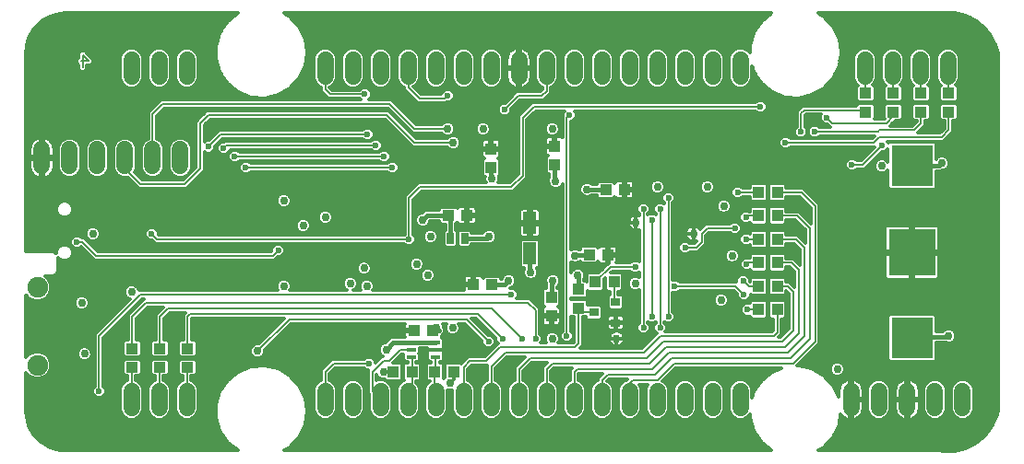
<source format=gbl>
G75*
%MOIN*%
%OFA0B0*%
%FSLAX25Y25*%
%IPPOS*%
%LPD*%
%AMOC8*
5,1,8,0,0,1.08239X$1,22.5*
%
%ADD10C,0.00600*%
%ADD11R,0.02520X0.04016*%
%ADD12R,0.04331X0.03937*%
%ADD13R,0.03937X0.04331*%
%ADD14R,0.04724X0.07874*%
%ADD15R,0.15000X0.15000*%
%ADD16R,0.17000X0.17000*%
%ADD17C,0.07480*%
%ADD18C,0.06000*%
%ADD19R,0.03346X0.01378*%
%ADD20R,0.03500X0.03100*%
%ADD21C,0.01200*%
%ADD22C,0.02953*%
%ADD23C,0.02362*%
%ADD24C,0.00700*%
%ADD25C,0.01600*%
D10*
X0079017Y0176900D02*
X0079017Y0181304D01*
X0081219Y0179102D01*
X0078283Y0179102D01*
D11*
X0211915Y0114860D03*
X0216954Y0114860D03*
D12*
X0217742Y0123214D03*
X0211049Y0123214D03*
X0220183Y0098198D03*
X0226876Y0098198D03*
X0258100Y0096446D03*
X0258100Y0089754D03*
X0261954Y0109002D03*
X0268647Y0109002D03*
X0267954Y0132502D03*
X0274647Y0132502D03*
X0361915Y0160754D03*
X0371915Y0160754D03*
X0381915Y0160754D03*
X0391915Y0160754D03*
X0391915Y0167446D03*
X0381915Y0167446D03*
X0371915Y0167446D03*
X0361915Y0167446D03*
X0205446Y0081600D03*
X0198754Y0081600D03*
X0116915Y0074946D03*
X0106915Y0074946D03*
X0096915Y0074946D03*
X0096915Y0068254D03*
X0106915Y0068254D03*
X0116915Y0068254D03*
D13*
X0191254Y0066600D03*
X0197946Y0066600D03*
X0206254Y0066600D03*
X0212946Y0066600D03*
X0248317Y0086868D03*
X0248317Y0093561D03*
X0264254Y0099100D03*
X0270946Y0099100D03*
X0323254Y0097600D03*
X0329946Y0097600D03*
X0329946Y0089100D03*
X0323254Y0089100D03*
X0323254Y0106100D03*
X0329946Y0106100D03*
X0329946Y0114600D03*
X0323254Y0114600D03*
X0323254Y0123100D03*
X0329946Y0123100D03*
X0329946Y0131600D03*
X0323254Y0131600D03*
X0249513Y0141639D03*
X0249513Y0148332D03*
X0226513Y0147332D03*
X0226513Y0140639D03*
D14*
X0240513Y0120498D03*
X0240513Y0109474D03*
D15*
X0378600Y0078809D03*
X0378600Y0141309D03*
D16*
X0378600Y0109809D03*
D17*
X0062600Y0097175D03*
X0062600Y0069025D03*
D18*
X0096600Y0059600D02*
X0096600Y0053600D01*
X0106600Y0053600D02*
X0106600Y0059600D01*
X0116600Y0059600D02*
X0116600Y0053600D01*
X0166600Y0053600D02*
X0166600Y0059600D01*
X0176600Y0059600D02*
X0176600Y0053600D01*
X0186600Y0053600D02*
X0186600Y0059600D01*
X0196600Y0059600D02*
X0196600Y0053600D01*
X0206600Y0053600D02*
X0206600Y0059600D01*
X0216600Y0059600D02*
X0216600Y0053600D01*
X0226600Y0053600D02*
X0226600Y0059600D01*
X0236600Y0059600D02*
X0236600Y0053600D01*
X0246600Y0053600D02*
X0246600Y0059600D01*
X0256600Y0059600D02*
X0256600Y0053600D01*
X0266600Y0053600D02*
X0266600Y0059600D01*
X0276600Y0059600D02*
X0276600Y0053600D01*
X0286600Y0053600D02*
X0286600Y0059600D01*
X0296600Y0059600D02*
X0296600Y0053600D01*
X0306600Y0053600D02*
X0306600Y0059600D01*
X0316600Y0059600D02*
X0316600Y0053600D01*
X0356600Y0053600D02*
X0356600Y0059600D01*
X0366600Y0059600D02*
X0366600Y0053600D01*
X0376915Y0053600D02*
X0376915Y0059600D01*
X0386915Y0059600D02*
X0386915Y0053600D01*
X0396915Y0053600D02*
X0396915Y0059600D01*
X0391600Y0173600D02*
X0391600Y0179600D01*
X0381600Y0179600D02*
X0381600Y0173600D01*
X0371600Y0173600D02*
X0371600Y0179600D01*
X0361600Y0179600D02*
X0361600Y0173600D01*
X0316600Y0173600D02*
X0316600Y0179600D01*
X0306600Y0179600D02*
X0306600Y0173600D01*
X0296600Y0173600D02*
X0296600Y0179600D01*
X0286600Y0179600D02*
X0286600Y0173600D01*
X0276600Y0173600D02*
X0276600Y0179600D01*
X0266600Y0179600D02*
X0266600Y0173600D01*
X0256600Y0173600D02*
X0256600Y0179600D01*
X0246600Y0179600D02*
X0246600Y0173600D01*
X0236600Y0173600D02*
X0236600Y0179600D01*
X0226600Y0179600D02*
X0226600Y0173600D01*
X0216600Y0173600D02*
X0216600Y0179600D01*
X0206600Y0179600D02*
X0206600Y0173600D01*
X0196600Y0173600D02*
X0196600Y0179600D01*
X0186600Y0179600D02*
X0186600Y0173600D01*
X0176600Y0173600D02*
X0176600Y0179600D01*
X0166600Y0179600D02*
X0166600Y0173600D01*
X0116600Y0173600D02*
X0116600Y0179600D01*
X0106600Y0179600D02*
X0106600Y0173600D01*
X0096600Y0173600D02*
X0096600Y0179600D01*
X0094230Y0147100D02*
X0094230Y0141100D01*
X0104230Y0141100D02*
X0104230Y0147100D01*
X0114230Y0147100D02*
X0114230Y0141100D01*
X0084230Y0141100D02*
X0084230Y0147100D01*
X0074230Y0147100D02*
X0074230Y0141100D01*
X0064230Y0141100D02*
X0064230Y0147100D01*
D19*
X0197769Y0077159D03*
X0206431Y0077159D03*
X0206431Y0074600D03*
X0206431Y0072041D03*
X0197769Y0072041D03*
X0197769Y0074600D03*
D20*
X0263650Y0088100D03*
X0271550Y0091800D03*
X0271550Y0084400D03*
D21*
X0067243Y0039262D02*
X0064041Y0041111D01*
X0061426Y0043726D01*
X0059577Y0046928D01*
X0058620Y0050499D01*
X0058499Y0052348D01*
X0058499Y0066153D01*
X0059807Y0064845D01*
X0061619Y0064094D01*
X0063581Y0064094D01*
X0065393Y0064845D01*
X0066780Y0066232D01*
X0067531Y0068044D01*
X0067531Y0070006D01*
X0066780Y0071818D01*
X0065393Y0073205D01*
X0063581Y0073956D01*
X0061619Y0073956D01*
X0059807Y0073205D01*
X0058499Y0071897D01*
X0058499Y0094303D01*
X0059807Y0092995D01*
X0061619Y0092244D01*
X0063581Y0092244D01*
X0065393Y0092995D01*
X0066780Y0094382D01*
X0067531Y0096194D01*
X0067531Y0098156D01*
X0066780Y0099968D01*
X0065496Y0101252D01*
X0068178Y0101252D01*
X0069370Y0101940D01*
X0069370Y0101940D01*
X0069370Y0101940D01*
X0070058Y0103132D01*
X0070058Y0107890D01*
X0070733Y0107215D01*
X0071822Y0106764D01*
X0073000Y0106764D01*
X0074089Y0107215D01*
X0074922Y0108048D01*
X0075373Y0109137D01*
X0075373Y0110315D01*
X0074922Y0111404D01*
X0074089Y0112237D01*
X0073000Y0112688D01*
X0071822Y0112688D01*
X0070733Y0112237D01*
X0069900Y0111404D01*
X0069449Y0110315D01*
X0069449Y0109501D01*
X0069370Y0109638D01*
X0068178Y0110326D01*
X0058499Y0110326D01*
X0058499Y0182269D01*
X0058620Y0184118D01*
X0059577Y0187690D01*
X0061426Y0190892D01*
X0064041Y0193506D01*
X0067243Y0195355D01*
X0070814Y0196312D01*
X0072663Y0196433D01*
X0134963Y0196433D01*
X0131360Y0193560D01*
X0128573Y0189472D01*
X0128573Y0189472D01*
X0127115Y0184743D01*
X0127115Y0179795D01*
X0128573Y0175067D01*
X0128573Y0175067D01*
X0131360Y0170978D01*
X0131360Y0170978D01*
X0131360Y0170978D01*
X0135229Y0167893D01*
X0139835Y0166085D01*
X0139835Y0166085D01*
X0144770Y0165716D01*
X0149594Y0166817D01*
X0153879Y0169291D01*
X0157245Y0172918D01*
X0159392Y0177376D01*
X0160129Y0182269D01*
X0159392Y0187162D01*
X0159392Y0187162D01*
X0157245Y0191620D01*
X0157245Y0191620D01*
X0153879Y0195248D01*
X0151826Y0196433D01*
X0327876Y0196433D01*
X0324274Y0193560D01*
X0321486Y0189472D01*
X0320028Y0184743D01*
X0320028Y0182098D01*
X0318974Y0183153D01*
X0317434Y0183791D01*
X0315766Y0183791D01*
X0314226Y0183153D01*
X0313047Y0181974D01*
X0312409Y0180434D01*
X0312409Y0172766D01*
X0313047Y0171226D01*
X0314226Y0170047D01*
X0315766Y0169409D01*
X0317434Y0169409D01*
X0318974Y0170047D01*
X0320153Y0171226D01*
X0320791Y0172766D01*
X0320791Y0177323D01*
X0321486Y0175067D01*
X0321486Y0175067D01*
X0324274Y0170978D01*
X0328143Y0167893D01*
X0332749Y0166085D01*
X0337683Y0165716D01*
X0342507Y0166817D01*
X0346792Y0169291D01*
X0346792Y0169291D01*
X0350158Y0172918D01*
X0350158Y0172918D01*
X0352305Y0177376D01*
X0352305Y0177376D01*
X0353043Y0182269D01*
X0352305Y0187162D01*
X0352305Y0187162D01*
X0350158Y0191620D01*
X0350158Y0191620D01*
X0346792Y0195248D01*
X0344739Y0196433D01*
X0387144Y0196433D01*
X0387291Y0196335D01*
X0387780Y0196433D01*
X0388280Y0196433D01*
X0388373Y0196526D01*
X0389987Y0196756D01*
X0394126Y0196644D01*
X0398137Y0195614D01*
X0401817Y0193717D01*
X0404984Y0191049D01*
X0407477Y0187744D01*
X0409172Y0183966D01*
X0409661Y0182077D01*
X0409661Y0052540D01*
X0409172Y0050651D01*
X0407477Y0046874D01*
X0404984Y0043568D01*
X0401817Y0040900D01*
X0398137Y0039003D01*
X0394126Y0037973D01*
X0389987Y0037861D01*
X0388373Y0038091D01*
X0388280Y0038184D01*
X0387780Y0038184D01*
X0387291Y0038282D01*
X0387144Y0038184D01*
X0344739Y0038184D01*
X0346792Y0039370D01*
X0346792Y0039370D01*
X0350158Y0042997D01*
X0352305Y0047455D01*
X0352305Y0047455D01*
X0352878Y0051258D01*
X0353253Y0050742D01*
X0353742Y0050253D01*
X0354300Y0049848D01*
X0354916Y0049534D01*
X0355573Y0049321D01*
X0356200Y0049221D01*
X0356200Y0056200D01*
X0357000Y0056200D01*
X0357000Y0057000D01*
X0356200Y0057000D01*
X0356200Y0063979D01*
X0355573Y0063879D01*
X0354916Y0063666D01*
X0354300Y0063352D01*
X0353742Y0062947D01*
X0353253Y0062458D01*
X0352848Y0061899D01*
X0352534Y0061284D01*
X0352321Y0060627D01*
X0352213Y0059945D01*
X0352213Y0057433D01*
X0350158Y0061699D01*
X0350158Y0061699D01*
X0346792Y0065326D01*
X0342507Y0067801D01*
X0337683Y0068902D01*
X0337031Y0068853D01*
X0345141Y0076962D01*
X0345141Y0127238D01*
X0340141Y0132238D01*
X0340141Y0132238D01*
X0339238Y0133141D01*
X0333105Y0133141D01*
X0333105Y0134258D01*
X0332408Y0134956D01*
X0327485Y0134956D01*
X0326787Y0134258D01*
X0326787Y0128941D01*
X0327485Y0128244D01*
X0332408Y0128244D01*
X0333105Y0128941D01*
X0333105Y0130059D01*
X0337962Y0130059D01*
X0342059Y0125962D01*
X0342059Y0120319D01*
X0338641Y0123738D01*
X0337738Y0124641D01*
X0333105Y0124641D01*
X0333105Y0125758D01*
X0332408Y0126456D01*
X0327485Y0126456D01*
X0326787Y0125758D01*
X0326787Y0120441D01*
X0327485Y0119744D01*
X0332408Y0119744D01*
X0333105Y0120441D01*
X0333105Y0121559D01*
X0336462Y0121559D01*
X0340059Y0117962D01*
X0340059Y0113319D01*
X0338141Y0115238D01*
X0337238Y0116141D01*
X0333105Y0116141D01*
X0333105Y0117258D01*
X0332408Y0117956D01*
X0327485Y0117956D01*
X0326787Y0117258D01*
X0326787Y0111941D01*
X0327485Y0111244D01*
X0332408Y0111244D01*
X0333105Y0111941D01*
X0333105Y0113059D01*
X0335962Y0113059D01*
X0338059Y0110962D01*
X0338059Y0105319D01*
X0336641Y0106738D01*
X0335738Y0107641D01*
X0333105Y0107641D01*
X0333105Y0108758D01*
X0332408Y0109456D01*
X0327485Y0109456D01*
X0326787Y0108758D01*
X0326787Y0103441D01*
X0327485Y0102744D01*
X0332408Y0102744D01*
X0333105Y0103441D01*
X0333105Y0104559D01*
X0334462Y0104559D01*
X0336059Y0102962D01*
X0336059Y0097319D01*
X0335141Y0098238D01*
X0335141Y0098238D01*
X0334238Y0099141D01*
X0333105Y0099141D01*
X0333105Y0100258D01*
X0332408Y0100956D01*
X0327485Y0100956D01*
X0326787Y0100258D01*
X0326787Y0094941D01*
X0327485Y0094244D01*
X0332408Y0094244D01*
X0333105Y0094941D01*
X0333105Y0095916D01*
X0334059Y0094962D01*
X0334059Y0082238D01*
X0330962Y0079141D01*
X0330319Y0079141D01*
X0330585Y0079406D01*
X0331487Y0080308D01*
X0331487Y0085744D01*
X0332408Y0085744D01*
X0333105Y0086441D01*
X0333105Y0091758D01*
X0332408Y0092456D01*
X0327485Y0092456D01*
X0326787Y0091758D01*
X0326787Y0086441D01*
X0327485Y0085744D01*
X0328406Y0085744D01*
X0328406Y0081585D01*
X0327962Y0081141D01*
X0289495Y0081141D01*
X0289972Y0081618D01*
X0289972Y0083582D01*
X0289141Y0084413D01*
X0289141Y0084705D01*
X0289618Y0084228D01*
X0291582Y0084228D01*
X0292972Y0085618D01*
X0292972Y0087582D01*
X0292141Y0088413D01*
X0292141Y0095228D01*
X0293897Y0095228D01*
X0294728Y0096059D01*
X0314277Y0096059D01*
X0315543Y0094793D01*
X0315543Y0093618D01*
X0316933Y0092228D01*
X0318897Y0092228D01*
X0320287Y0093618D01*
X0320287Y0094749D01*
X0320792Y0094244D01*
X0325715Y0094244D01*
X0326413Y0094941D01*
X0326413Y0100258D01*
X0325715Y0100956D01*
X0320792Y0100956D01*
X0320094Y0100258D01*
X0320094Y0099284D01*
X0319972Y0099407D01*
X0319972Y0100582D01*
X0318582Y0101972D01*
X0316618Y0101972D01*
X0315228Y0100582D01*
X0315228Y0099141D01*
X0294728Y0099141D01*
X0293897Y0099972D01*
X0292141Y0099972D01*
X0292141Y0127787D01*
X0292972Y0128618D01*
X0292972Y0130582D01*
X0291582Y0131972D01*
X0289618Y0131972D01*
X0288228Y0130582D01*
X0288228Y0128618D01*
X0289059Y0127787D01*
X0289059Y0127495D01*
X0288582Y0127972D01*
X0286618Y0127972D01*
X0285228Y0126582D01*
X0285228Y0124618D01*
X0286059Y0123787D01*
X0286059Y0123495D01*
X0285582Y0123972D01*
X0283618Y0123972D01*
X0283141Y0123495D01*
X0283141Y0123787D01*
X0283972Y0124618D01*
X0283972Y0126582D01*
X0282582Y0127972D01*
X0280618Y0127972D01*
X0279228Y0126582D01*
X0279228Y0124618D01*
X0280059Y0123787D01*
X0280059Y0123226D01*
X0279750Y0123354D01*
X0279197Y0123464D01*
X0278915Y0123464D01*
X0278915Y0120600D01*
X0278915Y0120600D01*
X0278915Y0117736D01*
X0279197Y0117736D01*
X0279750Y0117846D01*
X0280059Y0117974D01*
X0280059Y0106495D01*
X0279582Y0106972D01*
X0277618Y0106972D01*
X0276787Y0106141D01*
X0271882Y0106141D01*
X0271923Y0106181D01*
X0272105Y0106498D01*
X0272200Y0106850D01*
X0272200Y0108617D01*
X0269032Y0108617D01*
X0269032Y0109386D01*
X0272200Y0109386D01*
X0272200Y0111153D01*
X0272105Y0111506D01*
X0271923Y0111822D01*
X0271664Y0112080D01*
X0271348Y0112263D01*
X0270995Y0112357D01*
X0269031Y0112357D01*
X0269031Y0109386D01*
X0268263Y0109386D01*
X0268263Y0112357D01*
X0266299Y0112357D01*
X0265946Y0112263D01*
X0265630Y0112080D01*
X0265372Y0111822D01*
X0265218Y0111556D01*
X0264613Y0112161D01*
X0259296Y0112161D01*
X0258598Y0111463D01*
X0258598Y0110992D01*
X0258109Y0110992D01*
X0257445Y0111267D01*
X0256384Y0111267D01*
X0255455Y0110882D01*
X0255455Y0157228D01*
X0255897Y0157228D01*
X0257287Y0158618D01*
X0257287Y0160582D01*
X0256810Y0161059D01*
X0322101Y0161059D01*
X0322933Y0160228D01*
X0324897Y0160228D01*
X0326287Y0161618D01*
X0326287Y0163582D01*
X0324897Y0164972D01*
X0322933Y0164972D01*
X0322101Y0164141D01*
X0241332Y0164141D01*
X0237379Y0160188D01*
X0236477Y0159285D01*
X0236477Y0138340D01*
X0233277Y0135141D01*
X0229197Y0135141D01*
X0229582Y0136070D01*
X0229582Y0137130D01*
X0229359Y0137668D01*
X0229672Y0137981D01*
X0229672Y0143298D01*
X0229067Y0143903D01*
X0229334Y0144057D01*
X0229592Y0144315D01*
X0229775Y0144631D01*
X0229869Y0144984D01*
X0229869Y0146948D01*
X0226898Y0146948D01*
X0226898Y0147717D01*
X0226129Y0147717D01*
X0226129Y0150885D01*
X0224362Y0150885D01*
X0224009Y0150790D01*
X0223693Y0150608D01*
X0223435Y0150350D01*
X0223252Y0150033D01*
X0223157Y0149680D01*
X0223157Y0147717D01*
X0226129Y0147717D01*
X0226129Y0146948D01*
X0223157Y0146948D01*
X0223157Y0144984D01*
X0223252Y0144631D01*
X0223435Y0144315D01*
X0223693Y0144057D01*
X0223959Y0143903D01*
X0223354Y0143298D01*
X0223354Y0137981D01*
X0224052Y0137283D01*
X0224311Y0137283D01*
X0224248Y0137130D01*
X0224248Y0136070D01*
X0224633Y0135141D01*
X0200277Y0135141D01*
X0196277Y0131141D01*
X0195374Y0130238D01*
X0195374Y0116413D01*
X0195101Y0116141D01*
X0106553Y0116141D01*
X0106287Y0116407D01*
X0106287Y0117582D01*
X0104897Y0118972D01*
X0102933Y0118972D01*
X0101543Y0117582D01*
X0101543Y0115618D01*
X0102933Y0114228D01*
X0104108Y0114228D01*
X0105277Y0113059D01*
X0195101Y0113059D01*
X0195933Y0112228D01*
X0197897Y0112228D01*
X0199287Y0113618D01*
X0199287Y0115582D01*
X0198455Y0116413D01*
X0198455Y0128962D01*
X0201553Y0132059D01*
X0234553Y0132059D01*
X0235455Y0132962D01*
X0239558Y0137064D01*
X0239558Y0158009D01*
X0242608Y0161059D01*
X0253020Y0161059D01*
X0252543Y0160582D01*
X0252543Y0159407D01*
X0252374Y0159238D01*
X0252374Y0151567D01*
X0252334Y0151608D01*
X0252017Y0151790D01*
X0251665Y0151885D01*
X0249898Y0151885D01*
X0249898Y0148717D01*
X0249129Y0148717D01*
X0249129Y0151885D01*
X0247362Y0151885D01*
X0247009Y0151790D01*
X0246693Y0151608D01*
X0246435Y0151350D01*
X0246252Y0151033D01*
X0246157Y0150680D01*
X0246157Y0148717D01*
X0249129Y0148717D01*
X0249129Y0147948D01*
X0246157Y0147948D01*
X0246157Y0145984D01*
X0246252Y0145631D01*
X0246435Y0145315D01*
X0246693Y0145057D01*
X0246959Y0144903D01*
X0246354Y0144298D01*
X0246354Y0138981D01*
X0247052Y0138283D01*
X0247523Y0138283D01*
X0247523Y0136794D01*
X0247248Y0136130D01*
X0247248Y0135070D01*
X0247654Y0134089D01*
X0248404Y0133339D01*
X0249384Y0132933D01*
X0250445Y0132933D01*
X0251426Y0133339D01*
X0252176Y0134089D01*
X0252374Y0134569D01*
X0252374Y0081413D01*
X0251543Y0080582D01*
X0251543Y0078618D01*
X0252933Y0077228D01*
X0254897Y0077228D01*
X0256287Y0078618D01*
X0256287Y0080582D01*
X0255455Y0081413D01*
X0255455Y0086594D01*
X0256559Y0086594D01*
X0256559Y0077423D01*
X0256277Y0077141D01*
X0250882Y0077141D01*
X0251267Y0078070D01*
X0251267Y0079130D01*
X0250861Y0080111D01*
X0250111Y0080861D01*
X0249130Y0081267D01*
X0248070Y0081267D01*
X0247089Y0080861D01*
X0246339Y0080111D01*
X0245933Y0079130D01*
X0245933Y0078070D01*
X0246318Y0077141D01*
X0244495Y0077141D01*
X0244972Y0077618D01*
X0244972Y0079582D01*
X0244141Y0080413D01*
X0244141Y0089553D01*
X0243238Y0090455D01*
X0240553Y0093141D01*
X0235810Y0093141D01*
X0236287Y0093618D01*
X0236287Y0095582D01*
X0234897Y0096972D01*
X0233539Y0096972D01*
X0234426Y0097339D01*
X0235176Y0098089D01*
X0235582Y0099070D01*
X0235582Y0100130D01*
X0235176Y0101111D01*
X0234426Y0101861D01*
X0233445Y0102267D01*
X0232384Y0102267D01*
X0231404Y0101861D01*
X0230654Y0101111D01*
X0230272Y0100189D01*
X0230231Y0100189D01*
X0230231Y0100660D01*
X0229534Y0101357D01*
X0224217Y0101357D01*
X0223612Y0100752D01*
X0223458Y0101019D01*
X0223200Y0101277D01*
X0222884Y0101460D01*
X0222531Y0101554D01*
X0220567Y0101554D01*
X0220567Y0098583D01*
X0219798Y0098583D01*
X0219798Y0097814D01*
X0216630Y0097814D01*
X0216630Y0096141D01*
X0183882Y0096141D01*
X0184267Y0097070D01*
X0184267Y0098130D01*
X0183861Y0099111D01*
X0183111Y0099861D01*
X0182130Y0100267D01*
X0181070Y0100267D01*
X0180089Y0099861D01*
X0179339Y0099111D01*
X0178933Y0098130D01*
X0178933Y0097070D01*
X0179318Y0096141D01*
X0176631Y0096141D01*
X0177111Y0096339D01*
X0177861Y0097089D01*
X0178267Y0098070D01*
X0178267Y0099130D01*
X0177861Y0100111D01*
X0177111Y0100861D01*
X0176130Y0101267D01*
X0175070Y0101267D01*
X0174089Y0100861D01*
X0173339Y0100111D01*
X0172933Y0099130D01*
X0172933Y0098070D01*
X0173339Y0097089D01*
X0174089Y0096339D01*
X0174569Y0096141D01*
X0153882Y0096141D01*
X0154267Y0097070D01*
X0154267Y0098130D01*
X0153861Y0099111D01*
X0153111Y0099861D01*
X0152130Y0100267D01*
X0151070Y0100267D01*
X0150089Y0099861D01*
X0149339Y0099111D01*
X0148933Y0098130D01*
X0148933Y0097070D01*
X0149318Y0096141D01*
X0099277Y0096141D01*
X0099267Y0096131D01*
X0098861Y0097111D01*
X0098111Y0097861D01*
X0097130Y0098267D01*
X0096070Y0098267D01*
X0095089Y0097861D01*
X0094339Y0097111D01*
X0093933Y0096130D01*
X0093933Y0095070D01*
X0094339Y0094089D01*
X0095089Y0093339D01*
X0096069Y0092933D01*
X0083374Y0080238D01*
X0083374Y0061413D01*
X0082543Y0060582D01*
X0082543Y0058618D01*
X0083933Y0057228D01*
X0085897Y0057228D01*
X0087287Y0058618D01*
X0087287Y0060582D01*
X0086455Y0061413D01*
X0086455Y0078962D01*
X0100553Y0093059D01*
X0101196Y0093059D01*
X0096277Y0088141D01*
X0095374Y0087238D01*
X0095374Y0078105D01*
X0094256Y0078105D01*
X0093559Y0077408D01*
X0093559Y0072485D01*
X0094256Y0071787D01*
X0099573Y0071787D01*
X0100271Y0072485D01*
X0100271Y0077408D01*
X0099573Y0078105D01*
X0098455Y0078105D01*
X0098455Y0085962D01*
X0102553Y0090059D01*
X0108196Y0090059D01*
X0106277Y0088141D01*
X0105374Y0087238D01*
X0105374Y0078105D01*
X0104256Y0078105D01*
X0103559Y0077408D01*
X0103559Y0072485D01*
X0104256Y0071787D01*
X0109573Y0071787D01*
X0110271Y0072485D01*
X0110271Y0077408D01*
X0109573Y0078105D01*
X0108455Y0078105D01*
X0108455Y0085962D01*
X0110553Y0088059D01*
X0116196Y0088059D01*
X0115374Y0087238D01*
X0115374Y0078105D01*
X0114256Y0078105D01*
X0113559Y0077408D01*
X0113559Y0072485D01*
X0114256Y0071787D01*
X0119573Y0071787D01*
X0120271Y0072485D01*
X0120271Y0077408D01*
X0119573Y0078105D01*
X0118455Y0078105D01*
X0118455Y0085962D01*
X0118553Y0086059D01*
X0151881Y0086059D01*
X0142588Y0076767D01*
X0141570Y0076767D01*
X0140589Y0076361D01*
X0139839Y0075611D01*
X0139433Y0074630D01*
X0139433Y0073570D01*
X0139839Y0072589D01*
X0140589Y0071839D01*
X0141570Y0071433D01*
X0142630Y0071433D01*
X0143611Y0071839D01*
X0144361Y0072589D01*
X0144767Y0073570D01*
X0144767Y0074588D01*
X0154238Y0084059D01*
X0195283Y0084059D01*
X0195201Y0083751D01*
X0195201Y0081984D01*
X0198369Y0081984D01*
X0198369Y0081216D01*
X0195201Y0081216D01*
X0195201Y0079449D01*
X0195281Y0079150D01*
X0190335Y0079150D01*
X0188452Y0077267D01*
X0188070Y0077267D01*
X0187089Y0076861D01*
X0186339Y0076111D01*
X0185933Y0075130D01*
X0185933Y0074070D01*
X0186339Y0073089D01*
X0187089Y0072339D01*
X0187569Y0072141D01*
X0186962Y0072141D01*
X0184783Y0069961D01*
X0184783Y0070582D01*
X0183393Y0071972D01*
X0181429Y0071972D01*
X0180598Y0071141D01*
X0168962Y0071141D01*
X0165059Y0067238D01*
X0165059Y0063498D01*
X0164226Y0063153D01*
X0163047Y0061974D01*
X0162409Y0060434D01*
X0162409Y0052766D01*
X0163047Y0051226D01*
X0164226Y0050047D01*
X0165766Y0049409D01*
X0167434Y0049409D01*
X0168974Y0050047D01*
X0170153Y0051226D01*
X0170791Y0052766D01*
X0170791Y0060434D01*
X0170153Y0061974D01*
X0168974Y0063153D01*
X0168141Y0063498D01*
X0168141Y0065962D01*
X0170238Y0068059D01*
X0180598Y0068059D01*
X0181429Y0067228D01*
X0182059Y0067228D01*
X0182059Y0058962D01*
X0182409Y0058612D01*
X0182409Y0052766D01*
X0183047Y0051226D01*
X0184226Y0050047D01*
X0185766Y0049409D01*
X0187434Y0049409D01*
X0188974Y0050047D01*
X0190153Y0051226D01*
X0190791Y0052766D01*
X0190791Y0060434D01*
X0190153Y0061974D01*
X0188974Y0063153D01*
X0187434Y0063791D01*
X0185766Y0063791D01*
X0185141Y0063531D01*
X0185141Y0065569D01*
X0185339Y0065089D01*
X0186089Y0064339D01*
X0187070Y0063933D01*
X0188103Y0063933D01*
X0188792Y0063244D01*
X0193715Y0063244D01*
X0194413Y0063941D01*
X0194413Y0069258D01*
X0193715Y0069956D01*
X0191135Y0069956D01*
X0194238Y0073059D01*
X0194906Y0073059D01*
X0194906Y0070859D01*
X0195603Y0070161D01*
X0196406Y0070161D01*
X0196406Y0069956D01*
X0195485Y0069956D01*
X0194787Y0069258D01*
X0194787Y0063941D01*
X0195181Y0063548D01*
X0194226Y0063153D01*
X0193047Y0061974D01*
X0192409Y0060434D01*
X0192409Y0052766D01*
X0193047Y0051226D01*
X0194226Y0050047D01*
X0195766Y0049409D01*
X0197434Y0049409D01*
X0198974Y0050047D01*
X0200153Y0051226D01*
X0200791Y0052766D01*
X0200791Y0060434D01*
X0200153Y0061974D01*
X0199487Y0062639D01*
X0199487Y0063244D01*
X0200408Y0063244D01*
X0201105Y0063941D01*
X0201105Y0069258D01*
X0200408Y0069956D01*
X0199487Y0069956D01*
X0199487Y0070161D01*
X0199936Y0070161D01*
X0200633Y0070859D01*
X0200633Y0073223D01*
X0200536Y0073320D01*
X0200633Y0073418D01*
X0200633Y0075169D01*
X0203370Y0075169D01*
X0203370Y0074600D01*
X0206431Y0074600D01*
X0209491Y0074600D01*
X0209491Y0075472D01*
X0209397Y0075824D01*
X0209294Y0076002D01*
X0209294Y0078341D01*
X0208650Y0078986D01*
X0208802Y0079138D01*
X0208802Y0079672D01*
X0209905Y0080775D01*
X0209905Y0082425D01*
X0209582Y0082748D01*
X0209582Y0083130D01*
X0209197Y0084059D01*
X0210318Y0084059D01*
X0209933Y0083130D01*
X0209933Y0082070D01*
X0210339Y0081089D01*
X0211089Y0080339D01*
X0212070Y0079933D01*
X0213130Y0079933D01*
X0214111Y0080339D01*
X0214861Y0081089D01*
X0215267Y0082070D01*
X0215267Y0083130D01*
X0214882Y0084059D01*
X0216962Y0084059D01*
X0223228Y0077793D01*
X0223228Y0076618D01*
X0224618Y0075228D01*
X0226582Y0075228D01*
X0227972Y0076618D01*
X0227972Y0078582D01*
X0226582Y0079972D01*
X0225407Y0079972D01*
X0219319Y0086059D01*
X0220962Y0086059D01*
X0228228Y0078793D01*
X0228228Y0077618D01*
X0228991Y0076855D01*
X0224277Y0072141D01*
X0218277Y0072141D01*
X0215962Y0069826D01*
X0215750Y0069614D01*
X0215408Y0069956D01*
X0210485Y0069956D01*
X0209787Y0069258D01*
X0209787Y0064559D01*
X0209413Y0064184D01*
X0209413Y0069258D01*
X0208715Y0069956D01*
X0207971Y0069956D01*
X0207971Y0070161D01*
X0208597Y0070161D01*
X0209294Y0070859D01*
X0209294Y0073198D01*
X0209397Y0073376D01*
X0209491Y0073728D01*
X0209491Y0074600D01*
X0206431Y0074600D01*
X0206431Y0074600D01*
X0203370Y0074600D01*
X0203370Y0073728D01*
X0203465Y0073376D01*
X0203567Y0073198D01*
X0203567Y0070859D01*
X0204264Y0070161D01*
X0204890Y0070161D01*
X0204890Y0069956D01*
X0203792Y0069956D01*
X0203094Y0069258D01*
X0203094Y0063941D01*
X0203792Y0063244D01*
X0204447Y0063244D01*
X0204226Y0063153D01*
X0203047Y0061974D01*
X0202409Y0060434D01*
X0202409Y0052766D01*
X0203047Y0051226D01*
X0204226Y0050047D01*
X0205766Y0049409D01*
X0207434Y0049409D01*
X0208974Y0050047D01*
X0210153Y0051226D01*
X0210791Y0052766D01*
X0210791Y0060049D01*
X0211070Y0059933D01*
X0212130Y0059933D01*
X0212409Y0060049D01*
X0212409Y0052766D01*
X0213047Y0051226D01*
X0214226Y0050047D01*
X0215766Y0049409D01*
X0217434Y0049409D01*
X0218974Y0050047D01*
X0220153Y0051226D01*
X0220791Y0052766D01*
X0220791Y0060434D01*
X0220153Y0061974D01*
X0218974Y0063153D01*
X0218141Y0063498D01*
X0218141Y0067647D01*
X0219553Y0069059D01*
X0225059Y0069059D01*
X0225059Y0063498D01*
X0224226Y0063153D01*
X0223047Y0061974D01*
X0222409Y0060434D01*
X0222409Y0052766D01*
X0223047Y0051226D01*
X0224226Y0050047D01*
X0225766Y0049409D01*
X0227434Y0049409D01*
X0228974Y0050047D01*
X0230153Y0051226D01*
X0230791Y0052766D01*
X0230791Y0060434D01*
X0230153Y0061974D01*
X0228974Y0063153D01*
X0228141Y0063498D01*
X0228141Y0067962D01*
X0232238Y0072059D01*
X0238881Y0072059D01*
X0235059Y0068238D01*
X0235059Y0063498D01*
X0234226Y0063153D01*
X0233047Y0061974D01*
X0232409Y0060434D01*
X0232409Y0052766D01*
X0233047Y0051226D01*
X0234226Y0050047D01*
X0235766Y0049409D01*
X0237434Y0049409D01*
X0238974Y0050047D01*
X0240153Y0051226D01*
X0240791Y0052766D01*
X0240791Y0060434D01*
X0240153Y0061974D01*
X0238974Y0063153D01*
X0238141Y0063498D01*
X0238141Y0066962D01*
X0241238Y0070059D01*
X0246881Y0070059D01*
X0245059Y0068238D01*
X0245059Y0063498D01*
X0244226Y0063153D01*
X0243047Y0061974D01*
X0242409Y0060434D01*
X0242409Y0052766D01*
X0243047Y0051226D01*
X0244226Y0050047D01*
X0245766Y0049409D01*
X0247434Y0049409D01*
X0248974Y0050047D01*
X0250153Y0051226D01*
X0250791Y0052766D01*
X0250791Y0060434D01*
X0250153Y0061974D01*
X0248974Y0063153D01*
X0248141Y0063498D01*
X0248141Y0066962D01*
X0249238Y0068059D01*
X0255881Y0068059D01*
X0255059Y0067238D01*
X0255059Y0063498D01*
X0254226Y0063153D01*
X0253047Y0061974D01*
X0252409Y0060434D01*
X0252409Y0052766D01*
X0253047Y0051226D01*
X0254226Y0050047D01*
X0255766Y0049409D01*
X0257434Y0049409D01*
X0258974Y0050047D01*
X0260153Y0051226D01*
X0260791Y0052766D01*
X0260791Y0060434D01*
X0260153Y0061974D01*
X0258974Y0063153D01*
X0258141Y0063498D01*
X0258141Y0065962D01*
X0258238Y0066059D01*
X0266881Y0066059D01*
X0265059Y0064238D01*
X0265059Y0063498D01*
X0264226Y0063153D01*
X0263047Y0061974D01*
X0262409Y0060434D01*
X0262409Y0052766D01*
X0263047Y0051226D01*
X0264226Y0050047D01*
X0265766Y0049409D01*
X0267434Y0049409D01*
X0268974Y0050047D01*
X0270153Y0051226D01*
X0270791Y0052766D01*
X0270791Y0060434D01*
X0270153Y0061974D01*
X0268974Y0063153D01*
X0268519Y0063341D01*
X0269238Y0064059D01*
X0275881Y0064059D01*
X0275503Y0063681D01*
X0274226Y0063153D01*
X0273047Y0061974D01*
X0272409Y0060434D01*
X0272409Y0052766D01*
X0273047Y0051226D01*
X0274226Y0050047D01*
X0275766Y0049409D01*
X0277434Y0049409D01*
X0278974Y0050047D01*
X0280153Y0051226D01*
X0280791Y0052766D01*
X0280791Y0060434D01*
X0280153Y0061974D01*
X0280067Y0062059D01*
X0283133Y0062059D01*
X0283047Y0061974D01*
X0282409Y0060434D01*
X0282409Y0052766D01*
X0283047Y0051226D01*
X0284226Y0050047D01*
X0285766Y0049409D01*
X0287434Y0049409D01*
X0288974Y0050047D01*
X0290153Y0051226D01*
X0290791Y0052766D01*
X0290791Y0060434D01*
X0290153Y0061974D01*
X0288974Y0063153D01*
X0288519Y0063341D01*
X0293238Y0068059D01*
X0331545Y0068059D01*
X0328143Y0066724D01*
X0328143Y0066724D01*
X0324274Y0063639D01*
X0321486Y0059550D01*
X0320791Y0057294D01*
X0320791Y0060434D01*
X0320153Y0061974D01*
X0318974Y0063153D01*
X0317434Y0063791D01*
X0315766Y0063791D01*
X0314226Y0063153D01*
X0313047Y0061974D01*
X0312409Y0060434D01*
X0312409Y0052766D01*
X0313047Y0051226D01*
X0314226Y0050047D01*
X0315766Y0049409D01*
X0317434Y0049409D01*
X0318974Y0050047D01*
X0320028Y0051102D01*
X0320028Y0049874D01*
X0321486Y0045146D01*
X0324274Y0041057D01*
X0327876Y0038184D01*
X0151826Y0038184D01*
X0153879Y0039370D01*
X0157245Y0042997D01*
X0159392Y0047455D01*
X0159392Y0047455D01*
X0160129Y0052348D01*
X0159392Y0057241D01*
X0157245Y0061699D01*
X0157245Y0061699D01*
X0157245Y0061699D01*
X0153879Y0065326D01*
X0149594Y0067801D01*
X0144770Y0068902D01*
X0139835Y0068532D01*
X0135229Y0066724D01*
X0131360Y0063639D01*
X0128573Y0059550D01*
X0127115Y0054822D01*
X0127115Y0049874D01*
X0128573Y0045146D01*
X0128573Y0045146D01*
X0131360Y0041057D01*
X0131360Y0041057D01*
X0131360Y0041057D01*
X0134963Y0038184D01*
X0072663Y0038184D01*
X0070814Y0038305D01*
X0067243Y0039262D01*
X0068233Y0038997D02*
X0133944Y0038997D01*
X0132441Y0040196D02*
X0065627Y0040196D01*
X0063758Y0041394D02*
X0131131Y0041394D01*
X0130314Y0042593D02*
X0062559Y0042593D01*
X0061388Y0043791D02*
X0129497Y0043791D01*
X0128679Y0044990D02*
X0060696Y0044990D01*
X0060004Y0046188D02*
X0128251Y0046188D01*
X0127882Y0047387D02*
X0059454Y0047387D01*
X0059133Y0048585D02*
X0127512Y0048585D01*
X0127142Y0049784D02*
X0118337Y0049784D01*
X0118974Y0050047D02*
X0117434Y0049409D01*
X0115766Y0049409D01*
X0114226Y0050047D01*
X0113047Y0051226D01*
X0112409Y0052766D01*
X0112409Y0060434D01*
X0113047Y0061974D01*
X0114226Y0063153D01*
X0115059Y0063498D01*
X0115059Y0065094D01*
X0114256Y0065094D01*
X0113559Y0065792D01*
X0113559Y0070715D01*
X0114256Y0071413D01*
X0119573Y0071413D01*
X0120271Y0070715D01*
X0120271Y0065792D01*
X0119573Y0065094D01*
X0118141Y0065094D01*
X0118141Y0063498D01*
X0118974Y0063153D01*
X0120153Y0061974D01*
X0120791Y0060434D01*
X0120791Y0052766D01*
X0120153Y0051226D01*
X0118974Y0050047D01*
X0119908Y0050982D02*
X0127115Y0050982D01*
X0127115Y0052181D02*
X0120548Y0052181D01*
X0120791Y0053379D02*
X0127115Y0053379D01*
X0127115Y0054578D02*
X0120791Y0054578D01*
X0120791Y0055776D02*
X0127409Y0055776D01*
X0127779Y0056975D02*
X0120791Y0056975D01*
X0120791Y0058173D02*
X0128148Y0058173D01*
X0128518Y0059372D02*
X0120791Y0059372D01*
X0120734Y0060570D02*
X0129268Y0060570D01*
X0128573Y0059550D02*
X0128573Y0059550D01*
X0130085Y0061769D02*
X0120237Y0061769D01*
X0119159Y0062967D02*
X0130903Y0062967D01*
X0131360Y0063639D02*
X0131360Y0063639D01*
X0131360Y0063639D01*
X0132021Y0064166D02*
X0118141Y0064166D01*
X0119843Y0065364D02*
X0133524Y0065364D01*
X0135027Y0066563D02*
X0120271Y0066563D01*
X0120271Y0067761D02*
X0137872Y0067761D01*
X0135229Y0066724D02*
X0135229Y0066724D01*
X0139873Y0072555D02*
X0120271Y0072555D01*
X0120271Y0073754D02*
X0139433Y0073754D01*
X0139566Y0074952D02*
X0120271Y0074952D01*
X0120271Y0076151D02*
X0140379Y0076151D01*
X0143171Y0077349D02*
X0120271Y0077349D01*
X0118455Y0078548D02*
X0144369Y0078548D01*
X0145568Y0079746D02*
X0118455Y0079746D01*
X0118455Y0080945D02*
X0146766Y0080945D01*
X0147965Y0082143D02*
X0118455Y0082143D01*
X0118455Y0083342D02*
X0149163Y0083342D01*
X0150362Y0084540D02*
X0118455Y0084540D01*
X0118455Y0085739D02*
X0151560Y0085739D01*
X0153521Y0083342D02*
X0195201Y0083342D01*
X0195201Y0082143D02*
X0152322Y0082143D01*
X0151124Y0080945D02*
X0195201Y0080945D01*
X0195201Y0079746D02*
X0149925Y0079746D01*
X0148727Y0078548D02*
X0189733Y0078548D01*
X0188534Y0077349D02*
X0147528Y0077349D01*
X0146330Y0076151D02*
X0186379Y0076151D01*
X0185933Y0074952D02*
X0145131Y0074952D01*
X0144767Y0073754D02*
X0186064Y0073754D01*
X0186873Y0072555D02*
X0144327Y0072555D01*
X0149662Y0067761D02*
X0165583Y0067761D01*
X0165059Y0066563D02*
X0151738Y0066563D01*
X0153814Y0065364D02*
X0165059Y0065364D01*
X0165059Y0064166D02*
X0154956Y0064166D01*
X0156068Y0062967D02*
X0164041Y0062967D01*
X0162963Y0061769D02*
X0157180Y0061769D01*
X0157788Y0060570D02*
X0162466Y0060570D01*
X0162409Y0059372D02*
X0158366Y0059372D01*
X0158943Y0058173D02*
X0162409Y0058173D01*
X0162409Y0056975D02*
X0159432Y0056975D01*
X0159392Y0057241D02*
X0159392Y0057241D01*
X0159612Y0055776D02*
X0162409Y0055776D01*
X0162409Y0054578D02*
X0159793Y0054578D01*
X0159974Y0053379D02*
X0162409Y0053379D01*
X0162652Y0052181D02*
X0160104Y0052181D01*
X0159923Y0050982D02*
X0163292Y0050982D01*
X0164863Y0049784D02*
X0159743Y0049784D01*
X0159562Y0048585D02*
X0320425Y0048585D01*
X0320056Y0049784D02*
X0318337Y0049784D01*
X0319908Y0050982D02*
X0320028Y0050982D01*
X0320795Y0047387D02*
X0159359Y0047387D01*
X0158781Y0046188D02*
X0321165Y0046188D01*
X0321593Y0044990D02*
X0158204Y0044990D01*
X0157627Y0043791D02*
X0322410Y0043791D01*
X0323227Y0042593D02*
X0156869Y0042593D01*
X0157245Y0042997D02*
X0157245Y0042997D01*
X0155757Y0041394D02*
X0324044Y0041394D01*
X0324274Y0041057D02*
X0324274Y0041057D01*
X0324274Y0041057D01*
X0325354Y0040196D02*
X0154645Y0040196D01*
X0153879Y0039370D02*
X0153879Y0039370D01*
X0153234Y0038997D02*
X0326857Y0038997D01*
X0346147Y0038997D02*
X0398112Y0038997D01*
X0400450Y0040196D02*
X0347559Y0040196D01*
X0348671Y0041394D02*
X0402404Y0041394D01*
X0403826Y0042593D02*
X0349783Y0042593D01*
X0350158Y0042997D02*
X0350158Y0042997D01*
X0350541Y0043791D02*
X0405152Y0043791D01*
X0406056Y0044990D02*
X0351118Y0044990D01*
X0351695Y0046188D02*
X0406960Y0046188D01*
X0407707Y0047387D02*
X0352272Y0047387D01*
X0352475Y0048585D02*
X0408245Y0048585D01*
X0408783Y0049784D02*
X0398652Y0049784D01*
X0399289Y0050047D02*
X0400468Y0051226D01*
X0401105Y0052766D01*
X0401105Y0060434D01*
X0400468Y0061974D01*
X0399289Y0063153D01*
X0397749Y0063791D01*
X0396081Y0063791D01*
X0394541Y0063153D01*
X0393362Y0061974D01*
X0392724Y0060434D01*
X0392724Y0052766D01*
X0393362Y0051226D01*
X0394541Y0050047D01*
X0396081Y0049409D01*
X0397749Y0049409D01*
X0399289Y0050047D01*
X0400223Y0050982D02*
X0409258Y0050982D01*
X0409568Y0052181D02*
X0400863Y0052181D01*
X0401105Y0053379D02*
X0409661Y0053379D01*
X0409661Y0054578D02*
X0401105Y0054578D01*
X0401105Y0055776D02*
X0409661Y0055776D01*
X0409661Y0056975D02*
X0401105Y0056975D01*
X0401105Y0058173D02*
X0409661Y0058173D01*
X0409661Y0059372D02*
X0401105Y0059372D01*
X0401049Y0060570D02*
X0409661Y0060570D01*
X0409661Y0061769D02*
X0400552Y0061769D01*
X0399474Y0062967D02*
X0409661Y0062967D01*
X0409661Y0064166D02*
X0347869Y0064166D01*
X0346792Y0065326D02*
X0346792Y0065326D01*
X0346727Y0065364D02*
X0350064Y0065364D01*
X0350089Y0065339D02*
X0351070Y0064933D01*
X0352130Y0064933D01*
X0353111Y0065339D01*
X0353861Y0066089D01*
X0354267Y0067070D01*
X0354267Y0068130D01*
X0353861Y0069111D01*
X0353111Y0069861D01*
X0352130Y0070267D01*
X0351070Y0070267D01*
X0350089Y0069861D01*
X0349339Y0069111D01*
X0348933Y0068130D01*
X0348933Y0067070D01*
X0349339Y0066089D01*
X0350089Y0065339D01*
X0349143Y0066563D02*
X0344651Y0066563D01*
X0342575Y0067761D02*
X0348933Y0067761D01*
X0349277Y0068960D02*
X0337138Y0068960D01*
X0337683Y0068902D02*
X0337683Y0068902D01*
X0338337Y0070158D02*
X0350807Y0070158D01*
X0352393Y0070158D02*
X0370567Y0070158D01*
X0370607Y0070118D02*
X0386593Y0070118D01*
X0387291Y0070816D01*
X0387291Y0077109D01*
X0390959Y0077109D01*
X0391384Y0076933D01*
X0392445Y0076933D01*
X0393426Y0077339D01*
X0394176Y0078089D01*
X0394582Y0079070D01*
X0394582Y0080130D01*
X0394176Y0081111D01*
X0393426Y0081861D01*
X0392445Y0082267D01*
X0391384Y0082267D01*
X0390404Y0081861D01*
X0389654Y0081111D01*
X0389646Y0081091D01*
X0387291Y0081091D01*
X0387291Y0086802D01*
X0386593Y0087499D01*
X0370607Y0087499D01*
X0369909Y0086802D01*
X0369909Y0070816D01*
X0370607Y0070118D01*
X0369909Y0071357D02*
X0339535Y0071357D01*
X0340734Y0072555D02*
X0369909Y0072555D01*
X0369909Y0073754D02*
X0341933Y0073754D01*
X0343131Y0074952D02*
X0369909Y0074952D01*
X0369909Y0076151D02*
X0344330Y0076151D01*
X0345141Y0077349D02*
X0369909Y0077349D01*
X0369909Y0078548D02*
X0345141Y0078548D01*
X0345141Y0079746D02*
X0369909Y0079746D01*
X0369909Y0080945D02*
X0345141Y0080945D01*
X0345141Y0082143D02*
X0369909Y0082143D01*
X0369909Y0083342D02*
X0345141Y0083342D01*
X0345141Y0084540D02*
X0369909Y0084540D01*
X0369909Y0085739D02*
X0345141Y0085739D01*
X0345141Y0086937D02*
X0370045Y0086937D01*
X0387155Y0086937D02*
X0409661Y0086937D01*
X0409661Y0085739D02*
X0387291Y0085739D01*
X0387291Y0084540D02*
X0409661Y0084540D01*
X0409661Y0083342D02*
X0387291Y0083342D01*
X0387291Y0082143D02*
X0391086Y0082143D01*
X0392744Y0082143D02*
X0409661Y0082143D01*
X0409661Y0080945D02*
X0394245Y0080945D01*
X0394582Y0079746D02*
X0409661Y0079746D01*
X0409661Y0078548D02*
X0394366Y0078548D01*
X0393436Y0077349D02*
X0409661Y0077349D01*
X0409661Y0076151D02*
X0387291Y0076151D01*
X0387291Y0074952D02*
X0409661Y0074952D01*
X0409661Y0073754D02*
X0387291Y0073754D01*
X0387291Y0072555D02*
X0409661Y0072555D01*
X0409661Y0071357D02*
X0387291Y0071357D01*
X0386633Y0070158D02*
X0409661Y0070158D01*
X0409661Y0068960D02*
X0353923Y0068960D01*
X0354267Y0067761D02*
X0409661Y0067761D01*
X0409661Y0066563D02*
X0354057Y0066563D01*
X0353136Y0065364D02*
X0409661Y0065364D01*
X0394356Y0062967D02*
X0389474Y0062967D01*
X0389289Y0063153D02*
X0387749Y0063791D01*
X0386081Y0063791D01*
X0384541Y0063153D01*
X0383362Y0061974D01*
X0382724Y0060434D01*
X0382724Y0052766D01*
X0383362Y0051226D01*
X0384541Y0050047D01*
X0386081Y0049409D01*
X0387749Y0049409D01*
X0389289Y0050047D01*
X0390468Y0051226D01*
X0391105Y0052766D01*
X0391105Y0060434D01*
X0390468Y0061974D01*
X0389289Y0063153D01*
X0390552Y0061769D02*
X0393277Y0061769D01*
X0392781Y0060570D02*
X0391049Y0060570D01*
X0391105Y0059372D02*
X0392724Y0059372D01*
X0392724Y0058173D02*
X0391105Y0058173D01*
X0391105Y0056975D02*
X0392724Y0056975D01*
X0392724Y0055776D02*
X0391105Y0055776D01*
X0391105Y0054578D02*
X0392724Y0054578D01*
X0392724Y0053379D02*
X0391105Y0053379D01*
X0390863Y0052181D02*
X0392967Y0052181D01*
X0393606Y0050982D02*
X0390223Y0050982D01*
X0388652Y0049784D02*
X0395178Y0049784D01*
X0385178Y0049784D02*
X0379089Y0049784D01*
X0379214Y0049848D02*
X0379773Y0050253D01*
X0380261Y0050742D01*
X0380667Y0051300D01*
X0380981Y0051916D01*
X0381194Y0052573D01*
X0381302Y0053255D01*
X0381302Y0056200D01*
X0377315Y0056200D01*
X0377315Y0057000D01*
X0381302Y0057000D01*
X0381302Y0059945D01*
X0381194Y0060627D01*
X0380981Y0061284D01*
X0380667Y0061899D01*
X0380261Y0062458D01*
X0379773Y0062947D01*
X0379214Y0063352D01*
X0378599Y0063666D01*
X0377942Y0063879D01*
X0377315Y0063979D01*
X0377315Y0057000D01*
X0376515Y0057000D01*
X0376515Y0063979D01*
X0375888Y0063879D01*
X0375231Y0063666D01*
X0374615Y0063352D01*
X0374057Y0062947D01*
X0373568Y0062458D01*
X0373163Y0061899D01*
X0372849Y0061284D01*
X0372636Y0060627D01*
X0372528Y0059945D01*
X0372528Y0057000D01*
X0376515Y0057000D01*
X0376515Y0056200D01*
X0377315Y0056200D01*
X0377315Y0049221D01*
X0377942Y0049321D01*
X0378599Y0049534D01*
X0379214Y0049848D01*
X0380436Y0050982D02*
X0383606Y0050982D01*
X0382967Y0052181D02*
X0381067Y0052181D01*
X0381302Y0053379D02*
X0382724Y0053379D01*
X0382724Y0054578D02*
X0381302Y0054578D01*
X0381302Y0055776D02*
X0382724Y0055776D01*
X0382724Y0056975D02*
X0377315Y0056975D01*
X0376515Y0056975D02*
X0370791Y0056975D01*
X0370791Y0058173D02*
X0372528Y0058173D01*
X0372528Y0059372D02*
X0370791Y0059372D01*
X0370791Y0060434D02*
X0370153Y0061974D01*
X0368974Y0063153D01*
X0367434Y0063791D01*
X0365766Y0063791D01*
X0364226Y0063153D01*
X0363047Y0061974D01*
X0362409Y0060434D01*
X0362409Y0052766D01*
X0363047Y0051226D01*
X0364226Y0050047D01*
X0365766Y0049409D01*
X0367434Y0049409D01*
X0368974Y0050047D01*
X0370153Y0051226D01*
X0370791Y0052766D01*
X0370791Y0060434D01*
X0370734Y0060570D02*
X0372627Y0060570D01*
X0373096Y0061769D02*
X0370237Y0061769D01*
X0369159Y0062967D02*
X0374085Y0062967D01*
X0376515Y0062967D02*
X0377315Y0062967D01*
X0377315Y0061769D02*
X0376515Y0061769D01*
X0376515Y0060570D02*
X0377315Y0060570D01*
X0377315Y0059372D02*
X0376515Y0059372D01*
X0376515Y0058173D02*
X0377315Y0058173D01*
X0376515Y0056200D02*
X0372528Y0056200D01*
X0372528Y0053255D01*
X0372636Y0052573D01*
X0372849Y0051916D01*
X0373163Y0051300D01*
X0373568Y0050742D01*
X0374057Y0050253D01*
X0374615Y0049848D01*
X0375231Y0049534D01*
X0375888Y0049321D01*
X0376515Y0049221D01*
X0376515Y0056200D01*
X0376515Y0055776D02*
X0377315Y0055776D01*
X0377315Y0054578D02*
X0376515Y0054578D01*
X0376515Y0053379D02*
X0377315Y0053379D01*
X0377315Y0052181D02*
X0376515Y0052181D01*
X0376515Y0050982D02*
X0377315Y0050982D01*
X0377315Y0049784D02*
X0376515Y0049784D01*
X0374741Y0049784D02*
X0368337Y0049784D01*
X0369908Y0050982D02*
X0373394Y0050982D01*
X0372763Y0052181D02*
X0370548Y0052181D01*
X0370791Y0053379D02*
X0372528Y0053379D01*
X0372528Y0054578D02*
X0370791Y0054578D01*
X0370791Y0055776D02*
X0372528Y0055776D01*
X0381302Y0058173D02*
X0382724Y0058173D01*
X0382724Y0059372D02*
X0381302Y0059372D01*
X0381203Y0060570D02*
X0382781Y0060570D01*
X0383277Y0061769D02*
X0380734Y0061769D01*
X0379745Y0062967D02*
X0384356Y0062967D01*
X0364041Y0062967D02*
X0359430Y0062967D01*
X0359458Y0062947D02*
X0358899Y0063352D01*
X0358284Y0063666D01*
X0357627Y0063879D01*
X0357000Y0063979D01*
X0357000Y0057000D01*
X0360987Y0057000D01*
X0360987Y0059945D01*
X0360879Y0060627D01*
X0360666Y0061284D01*
X0360352Y0061899D01*
X0359947Y0062458D01*
X0359458Y0062947D01*
X0360419Y0061769D02*
X0362962Y0061769D01*
X0362466Y0060570D02*
X0360888Y0060570D01*
X0360987Y0059372D02*
X0362409Y0059372D01*
X0362409Y0058173D02*
X0360987Y0058173D01*
X0362409Y0056975D02*
X0357000Y0056975D01*
X0357000Y0056200D02*
X0360987Y0056200D01*
X0360987Y0053255D01*
X0360879Y0052573D01*
X0360666Y0051916D01*
X0360352Y0051300D01*
X0359947Y0050742D01*
X0359458Y0050253D01*
X0358899Y0049848D01*
X0358284Y0049534D01*
X0357627Y0049321D01*
X0357000Y0049221D01*
X0357000Y0056200D01*
X0357000Y0055776D02*
X0356200Y0055776D01*
X0356200Y0054578D02*
X0357000Y0054578D01*
X0357000Y0053379D02*
X0356200Y0053379D01*
X0356200Y0052181D02*
X0357000Y0052181D01*
X0357000Y0050982D02*
X0356200Y0050982D01*
X0356200Y0049784D02*
X0357000Y0049784D01*
X0358774Y0049784D02*
X0364863Y0049784D01*
X0363292Y0050982D02*
X0360121Y0050982D01*
X0360752Y0052181D02*
X0362652Y0052181D01*
X0362409Y0053379D02*
X0360987Y0053379D01*
X0360987Y0054578D02*
X0362409Y0054578D01*
X0362409Y0055776D02*
X0360987Y0055776D01*
X0357000Y0058173D02*
X0356200Y0058173D01*
X0356200Y0059372D02*
X0357000Y0059372D01*
X0357000Y0060570D02*
X0356200Y0060570D01*
X0356200Y0061769D02*
X0357000Y0061769D01*
X0357000Y0062967D02*
X0356200Y0062967D01*
X0353770Y0062967D02*
X0348981Y0062967D01*
X0350094Y0061769D02*
X0352781Y0061769D01*
X0352312Y0060570D02*
X0350702Y0060570D01*
X0351279Y0059372D02*
X0352213Y0059372D01*
X0352213Y0058173D02*
X0351856Y0058173D01*
X0352837Y0050982D02*
X0353079Y0050982D01*
X0352656Y0049784D02*
X0354426Y0049784D01*
X0324935Y0064166D02*
X0289344Y0064166D01*
X0289159Y0062967D02*
X0294041Y0062967D01*
X0294226Y0063153D02*
X0293047Y0061974D01*
X0292409Y0060434D01*
X0292409Y0052766D01*
X0293047Y0051226D01*
X0294226Y0050047D01*
X0295766Y0049409D01*
X0297434Y0049409D01*
X0298974Y0050047D01*
X0300153Y0051226D01*
X0300791Y0052766D01*
X0300791Y0060434D01*
X0300153Y0061974D01*
X0298974Y0063153D01*
X0297434Y0063791D01*
X0295766Y0063791D01*
X0294226Y0063153D01*
X0292963Y0061769D02*
X0290238Y0061769D01*
X0290734Y0060570D02*
X0292466Y0060570D01*
X0292409Y0059372D02*
X0290791Y0059372D01*
X0290791Y0058173D02*
X0292409Y0058173D01*
X0292409Y0056975D02*
X0290791Y0056975D01*
X0290791Y0055776D02*
X0292409Y0055776D01*
X0292409Y0054578D02*
X0290791Y0054578D01*
X0290791Y0053379D02*
X0292409Y0053379D01*
X0292652Y0052181D02*
X0290548Y0052181D01*
X0289908Y0050982D02*
X0293292Y0050982D01*
X0294863Y0049784D02*
X0288337Y0049784D01*
X0284863Y0049784D02*
X0278337Y0049784D01*
X0279908Y0050982D02*
X0283292Y0050982D01*
X0282652Y0052181D02*
X0280548Y0052181D01*
X0280791Y0053379D02*
X0282409Y0053379D01*
X0282409Y0054578D02*
X0280791Y0054578D01*
X0280791Y0055776D02*
X0282409Y0055776D01*
X0282409Y0056975D02*
X0280791Y0056975D01*
X0280791Y0058173D02*
X0282409Y0058173D01*
X0282409Y0059372D02*
X0280791Y0059372D01*
X0280734Y0060570D02*
X0282466Y0060570D01*
X0282963Y0061769D02*
X0280238Y0061769D01*
X0274041Y0062967D02*
X0269159Y0062967D01*
X0270238Y0061769D02*
X0272963Y0061769D01*
X0272466Y0060570D02*
X0270734Y0060570D01*
X0270791Y0059372D02*
X0272409Y0059372D01*
X0272409Y0058173D02*
X0270791Y0058173D01*
X0270791Y0056975D02*
X0272409Y0056975D01*
X0272409Y0055776D02*
X0270791Y0055776D01*
X0270791Y0054578D02*
X0272409Y0054578D01*
X0272409Y0053379D02*
X0270791Y0053379D01*
X0270548Y0052181D02*
X0272652Y0052181D01*
X0273292Y0050982D02*
X0269908Y0050982D01*
X0268337Y0049784D02*
X0274863Y0049784D01*
X0264863Y0049784D02*
X0258337Y0049784D01*
X0259908Y0050982D02*
X0263292Y0050982D01*
X0262652Y0052181D02*
X0260548Y0052181D01*
X0260791Y0053379D02*
X0262409Y0053379D01*
X0262409Y0054578D02*
X0260791Y0054578D01*
X0260791Y0055776D02*
X0262409Y0055776D01*
X0262409Y0056975D02*
X0260791Y0056975D01*
X0260791Y0058173D02*
X0262409Y0058173D01*
X0262409Y0059372D02*
X0260791Y0059372D01*
X0260734Y0060570D02*
X0262466Y0060570D01*
X0262963Y0061769D02*
X0260237Y0061769D01*
X0259159Y0062967D02*
X0264041Y0062967D01*
X0265059Y0064166D02*
X0258141Y0064166D01*
X0258141Y0065364D02*
X0266186Y0065364D01*
X0255583Y0067761D02*
X0248940Y0067761D01*
X0248141Y0066563D02*
X0255059Y0066563D01*
X0255059Y0065364D02*
X0248141Y0065364D01*
X0248141Y0064166D02*
X0255059Y0064166D01*
X0254041Y0062967D02*
X0249159Y0062967D01*
X0250237Y0061769D02*
X0252962Y0061769D01*
X0252466Y0060570D02*
X0250734Y0060570D01*
X0250791Y0059372D02*
X0252409Y0059372D01*
X0252409Y0058173D02*
X0250791Y0058173D01*
X0250791Y0056975D02*
X0252409Y0056975D01*
X0252409Y0055776D02*
X0250791Y0055776D01*
X0250791Y0054578D02*
X0252409Y0054578D01*
X0252409Y0053379D02*
X0250791Y0053379D01*
X0250548Y0052181D02*
X0252652Y0052181D01*
X0253292Y0050982D02*
X0249908Y0050982D01*
X0248337Y0049784D02*
X0254863Y0049784D01*
X0244863Y0049784D02*
X0238337Y0049784D01*
X0239908Y0050982D02*
X0243292Y0050982D01*
X0242652Y0052181D02*
X0240548Y0052181D01*
X0240791Y0053379D02*
X0242409Y0053379D01*
X0242409Y0054578D02*
X0240791Y0054578D01*
X0240791Y0055776D02*
X0242409Y0055776D01*
X0242409Y0056975D02*
X0240791Y0056975D01*
X0240791Y0058173D02*
X0242409Y0058173D01*
X0242409Y0059372D02*
X0240791Y0059372D01*
X0240734Y0060570D02*
X0242466Y0060570D01*
X0242962Y0061769D02*
X0240237Y0061769D01*
X0239159Y0062967D02*
X0244041Y0062967D01*
X0245059Y0064166D02*
X0238141Y0064166D01*
X0238141Y0065364D02*
X0245059Y0065364D01*
X0245059Y0066563D02*
X0238141Y0066563D01*
X0238940Y0067761D02*
X0245059Y0067761D01*
X0245781Y0068960D02*
X0240138Y0068960D01*
X0238178Y0071357D02*
X0231535Y0071357D01*
X0230337Y0070158D02*
X0236980Y0070158D01*
X0235781Y0068960D02*
X0229138Y0068960D01*
X0228141Y0067761D02*
X0235059Y0067761D01*
X0235059Y0066563D02*
X0228141Y0066563D01*
X0228141Y0065364D02*
X0235059Y0065364D01*
X0235059Y0064166D02*
X0228141Y0064166D01*
X0229159Y0062967D02*
X0234041Y0062967D01*
X0232962Y0061769D02*
X0230237Y0061769D01*
X0230734Y0060570D02*
X0232466Y0060570D01*
X0232409Y0059372D02*
X0230791Y0059372D01*
X0230791Y0058173D02*
X0232409Y0058173D01*
X0232409Y0056975D02*
X0230791Y0056975D01*
X0230791Y0055776D02*
X0232409Y0055776D01*
X0232409Y0054578D02*
X0230791Y0054578D01*
X0230791Y0053379D02*
X0232409Y0053379D01*
X0232652Y0052181D02*
X0230548Y0052181D01*
X0229908Y0050982D02*
X0233292Y0050982D01*
X0234863Y0049784D02*
X0228337Y0049784D01*
X0224863Y0049784D02*
X0218337Y0049784D01*
X0219908Y0050982D02*
X0223292Y0050982D01*
X0222652Y0052181D02*
X0220548Y0052181D01*
X0220791Y0053379D02*
X0222409Y0053379D01*
X0222409Y0054578D02*
X0220791Y0054578D01*
X0220791Y0055776D02*
X0222409Y0055776D01*
X0222409Y0056975D02*
X0220791Y0056975D01*
X0220791Y0058173D02*
X0222409Y0058173D01*
X0222409Y0059372D02*
X0220791Y0059372D01*
X0220734Y0060570D02*
X0222466Y0060570D01*
X0222962Y0061769D02*
X0220237Y0061769D01*
X0219159Y0062967D02*
X0224041Y0062967D01*
X0225059Y0064166D02*
X0218141Y0064166D01*
X0218141Y0065364D02*
X0225059Y0065364D01*
X0225059Y0066563D02*
X0218141Y0066563D01*
X0218255Y0067761D02*
X0225059Y0067761D01*
X0225059Y0068960D02*
X0219453Y0068960D01*
X0217493Y0071357D02*
X0209294Y0071357D01*
X0209294Y0072555D02*
X0224692Y0072555D01*
X0225890Y0073754D02*
X0209491Y0073754D01*
X0209491Y0074952D02*
X0227089Y0074952D01*
X0227505Y0076151D02*
X0228287Y0076151D01*
X0228497Y0077349D02*
X0227972Y0077349D01*
X0227972Y0078548D02*
X0228228Y0078548D01*
X0227275Y0079746D02*
X0226808Y0079746D01*
X0226076Y0080945D02*
X0224434Y0080945D01*
X0224878Y0082143D02*
X0223235Y0082143D01*
X0223679Y0083342D02*
X0222037Y0083342D01*
X0222481Y0084540D02*
X0220838Y0084540D01*
X0221282Y0085739D02*
X0219640Y0085739D01*
X0217679Y0083342D02*
X0215179Y0083342D01*
X0215267Y0082143D02*
X0218878Y0082143D01*
X0220076Y0080945D02*
X0214717Y0080945D01*
X0210483Y0080945D02*
X0209905Y0080945D01*
X0209905Y0082143D02*
X0209933Y0082143D01*
X0210021Y0083342D02*
X0209494Y0083342D01*
X0208876Y0079746D02*
X0221275Y0079746D01*
X0222473Y0078548D02*
X0209088Y0078548D01*
X0209294Y0077349D02*
X0223228Y0077349D01*
X0223695Y0076151D02*
X0209294Y0076151D01*
X0206431Y0074600D02*
X0206431Y0074600D01*
X0203370Y0074952D02*
X0200633Y0074952D01*
X0200633Y0073754D02*
X0203370Y0073754D01*
X0203567Y0072555D02*
X0200633Y0072555D01*
X0200633Y0071357D02*
X0203567Y0071357D01*
X0204890Y0070158D02*
X0199487Y0070158D01*
X0201105Y0068960D02*
X0203094Y0068960D01*
X0203094Y0067761D02*
X0201105Y0067761D01*
X0201105Y0066563D02*
X0203094Y0066563D01*
X0203094Y0065364D02*
X0201105Y0065364D01*
X0201105Y0064166D02*
X0203094Y0064166D01*
X0204041Y0062967D02*
X0199487Y0062967D01*
X0200237Y0061769D02*
X0202962Y0061769D01*
X0202466Y0060570D02*
X0200734Y0060570D01*
X0200791Y0059372D02*
X0202409Y0059372D01*
X0202409Y0058173D02*
X0200791Y0058173D01*
X0200791Y0056975D02*
X0202409Y0056975D01*
X0202409Y0055776D02*
X0200791Y0055776D01*
X0200791Y0054578D02*
X0202409Y0054578D01*
X0202409Y0053379D02*
X0200791Y0053379D01*
X0200548Y0052181D02*
X0202652Y0052181D01*
X0203292Y0050982D02*
X0199908Y0050982D01*
X0198337Y0049784D02*
X0204863Y0049784D01*
X0208337Y0049784D02*
X0214863Y0049784D01*
X0213292Y0050982D02*
X0209908Y0050982D01*
X0210548Y0052181D02*
X0212652Y0052181D01*
X0212409Y0053379D02*
X0210791Y0053379D01*
X0210791Y0054578D02*
X0212409Y0054578D01*
X0212409Y0055776D02*
X0210791Y0055776D01*
X0210791Y0056975D02*
X0212409Y0056975D01*
X0212409Y0058173D02*
X0210791Y0058173D01*
X0210791Y0059372D02*
X0212409Y0059372D01*
X0211600Y0062600D02*
X0212946Y0063946D01*
X0212946Y0066600D01*
X0209787Y0066563D02*
X0209413Y0066563D01*
X0209413Y0067761D02*
X0209787Y0067761D01*
X0209787Y0068960D02*
X0209413Y0068960D01*
X0207971Y0070158D02*
X0216295Y0070158D01*
X0209787Y0065364D02*
X0209413Y0065364D01*
X0196406Y0070158D02*
X0191337Y0070158D01*
X0192535Y0071357D02*
X0194906Y0071357D01*
X0194906Y0072555D02*
X0193734Y0072555D01*
X0194413Y0068960D02*
X0194787Y0068960D01*
X0194787Y0067761D02*
X0194413Y0067761D01*
X0194413Y0066563D02*
X0194787Y0066563D01*
X0194787Y0065364D02*
X0194413Y0065364D01*
X0194413Y0064166D02*
X0194787Y0064166D01*
X0194041Y0062967D02*
X0189159Y0062967D01*
X0190237Y0061769D02*
X0192962Y0061769D01*
X0192466Y0060570D02*
X0190734Y0060570D01*
X0190791Y0059372D02*
X0192409Y0059372D01*
X0192409Y0058173D02*
X0190791Y0058173D01*
X0190791Y0056975D02*
X0192409Y0056975D01*
X0192409Y0055776D02*
X0190791Y0055776D01*
X0190791Y0054578D02*
X0192409Y0054578D01*
X0192409Y0053379D02*
X0190791Y0053379D01*
X0190548Y0052181D02*
X0192652Y0052181D01*
X0193292Y0050982D02*
X0189908Y0050982D01*
X0188337Y0049784D02*
X0194863Y0049784D01*
X0184863Y0049784D02*
X0178337Y0049784D01*
X0178974Y0050047D02*
X0180153Y0051226D01*
X0180791Y0052766D01*
X0180791Y0060434D01*
X0180153Y0061974D01*
X0178974Y0063153D01*
X0177434Y0063791D01*
X0175766Y0063791D01*
X0174226Y0063153D01*
X0173047Y0061974D01*
X0172409Y0060434D01*
X0172409Y0052766D01*
X0173047Y0051226D01*
X0174226Y0050047D01*
X0175766Y0049409D01*
X0177434Y0049409D01*
X0178974Y0050047D01*
X0179908Y0050982D02*
X0183292Y0050982D01*
X0182652Y0052181D02*
X0180548Y0052181D01*
X0180791Y0053379D02*
X0182409Y0053379D01*
X0182409Y0054578D02*
X0180791Y0054578D01*
X0180791Y0055776D02*
X0182409Y0055776D01*
X0182409Y0056975D02*
X0180791Y0056975D01*
X0180791Y0058173D02*
X0182409Y0058173D01*
X0182059Y0059372D02*
X0180791Y0059372D01*
X0180734Y0060570D02*
X0182059Y0060570D01*
X0182059Y0061769D02*
X0180237Y0061769D01*
X0179159Y0062967D02*
X0182059Y0062967D01*
X0182059Y0064166D02*
X0168141Y0064166D01*
X0168141Y0065364D02*
X0182059Y0065364D01*
X0182059Y0066563D02*
X0168741Y0066563D01*
X0169940Y0067761D02*
X0180896Y0067761D01*
X0180814Y0071357D02*
X0119629Y0071357D01*
X0120271Y0070158D02*
X0167980Y0070158D01*
X0166781Y0068960D02*
X0120271Y0068960D01*
X0114201Y0071357D02*
X0109629Y0071357D01*
X0109573Y0071413D02*
X0110271Y0070715D01*
X0110271Y0065792D01*
X0109573Y0065094D01*
X0108141Y0065094D01*
X0108141Y0063498D01*
X0108974Y0063153D01*
X0110153Y0061974D01*
X0110791Y0060434D01*
X0110791Y0052766D01*
X0110153Y0051226D01*
X0108974Y0050047D01*
X0107434Y0049409D01*
X0105766Y0049409D01*
X0104226Y0050047D01*
X0103047Y0051226D01*
X0102409Y0052766D01*
X0102409Y0060434D01*
X0103047Y0061974D01*
X0104226Y0063153D01*
X0105059Y0063498D01*
X0105059Y0065094D01*
X0104256Y0065094D01*
X0103559Y0065792D01*
X0103559Y0070715D01*
X0104256Y0071413D01*
X0109573Y0071413D01*
X0110271Y0072555D02*
X0113559Y0072555D01*
X0113559Y0073754D02*
X0110271Y0073754D01*
X0110271Y0074952D02*
X0113559Y0074952D01*
X0113559Y0076151D02*
X0110271Y0076151D01*
X0110271Y0077349D02*
X0113559Y0077349D01*
X0115374Y0078548D02*
X0108455Y0078548D01*
X0108455Y0079746D02*
X0115374Y0079746D01*
X0115374Y0080945D02*
X0108455Y0080945D01*
X0108455Y0082143D02*
X0115374Y0082143D01*
X0115374Y0083342D02*
X0108455Y0083342D01*
X0108455Y0084540D02*
X0115374Y0084540D01*
X0115374Y0085739D02*
X0108455Y0085739D01*
X0109431Y0086937D02*
X0115374Y0086937D01*
X0107471Y0089334D02*
X0101828Y0089334D01*
X0100630Y0088136D02*
X0106272Y0088136D01*
X0105374Y0086937D02*
X0099431Y0086937D01*
X0098455Y0085739D02*
X0105374Y0085739D01*
X0105374Y0084540D02*
X0098455Y0084540D01*
X0098455Y0083342D02*
X0105374Y0083342D01*
X0105374Y0082143D02*
X0098455Y0082143D01*
X0098455Y0080945D02*
X0105374Y0080945D01*
X0105374Y0079746D02*
X0098455Y0079746D01*
X0098455Y0078548D02*
X0105374Y0078548D01*
X0103559Y0077349D02*
X0100271Y0077349D01*
X0100271Y0076151D02*
X0103559Y0076151D01*
X0103559Y0074952D02*
X0100271Y0074952D01*
X0100271Y0073754D02*
X0103559Y0073754D01*
X0103559Y0072555D02*
X0100271Y0072555D01*
X0099573Y0071413D02*
X0094256Y0071413D01*
X0093559Y0070715D01*
X0093559Y0065792D01*
X0094256Y0065094D01*
X0095059Y0065094D01*
X0095059Y0063498D01*
X0094226Y0063153D01*
X0093047Y0061974D01*
X0092409Y0060434D01*
X0092409Y0052766D01*
X0093047Y0051226D01*
X0094226Y0050047D01*
X0095766Y0049409D01*
X0097434Y0049409D01*
X0098974Y0050047D01*
X0100153Y0051226D01*
X0100791Y0052766D01*
X0100791Y0060434D01*
X0100153Y0061974D01*
X0098974Y0063153D01*
X0098141Y0063498D01*
X0098141Y0065094D01*
X0099573Y0065094D01*
X0100271Y0065792D01*
X0100271Y0070715D01*
X0099573Y0071413D01*
X0099629Y0071357D02*
X0104201Y0071357D01*
X0103559Y0070158D02*
X0100271Y0070158D01*
X0100271Y0068960D02*
X0103559Y0068960D01*
X0103559Y0067761D02*
X0100271Y0067761D01*
X0100271Y0066563D02*
X0103559Y0066563D01*
X0103987Y0065364D02*
X0099843Y0065364D01*
X0098141Y0064166D02*
X0105059Y0064166D01*
X0104041Y0062967D02*
X0099159Y0062967D01*
X0100237Y0061769D02*
X0102962Y0061769D01*
X0102466Y0060570D02*
X0100734Y0060570D01*
X0100791Y0059372D02*
X0102409Y0059372D01*
X0102409Y0058173D02*
X0100791Y0058173D01*
X0100791Y0056975D02*
X0102409Y0056975D01*
X0102409Y0055776D02*
X0100791Y0055776D01*
X0100791Y0054578D02*
X0102409Y0054578D01*
X0102409Y0053379D02*
X0100791Y0053379D01*
X0100548Y0052181D02*
X0102652Y0052181D01*
X0103292Y0050982D02*
X0099908Y0050982D01*
X0098337Y0049784D02*
X0104863Y0049784D01*
X0108337Y0049784D02*
X0114863Y0049784D01*
X0113292Y0050982D02*
X0109908Y0050982D01*
X0110548Y0052181D02*
X0112652Y0052181D01*
X0112409Y0053379D02*
X0110791Y0053379D01*
X0110791Y0054578D02*
X0112409Y0054578D01*
X0112409Y0055776D02*
X0110791Y0055776D01*
X0110791Y0056975D02*
X0112409Y0056975D01*
X0112409Y0058173D02*
X0110791Y0058173D01*
X0110791Y0059372D02*
X0112409Y0059372D01*
X0112466Y0060570D02*
X0110734Y0060570D01*
X0110237Y0061769D02*
X0112962Y0061769D01*
X0114041Y0062967D02*
X0109159Y0062967D01*
X0108141Y0064166D02*
X0115059Y0064166D01*
X0113987Y0065364D02*
X0109843Y0065364D01*
X0110271Y0066563D02*
X0113559Y0066563D01*
X0113559Y0067761D02*
X0110271Y0067761D01*
X0110271Y0068960D02*
X0113559Y0068960D01*
X0113559Y0070158D02*
X0110271Y0070158D01*
X0094201Y0071357D02*
X0086455Y0071357D01*
X0086455Y0072555D02*
X0093559Y0072555D01*
X0093559Y0073754D02*
X0086455Y0073754D01*
X0086455Y0074952D02*
X0093559Y0074952D01*
X0093559Y0076151D02*
X0086455Y0076151D01*
X0086455Y0077349D02*
X0093559Y0077349D01*
X0095374Y0078548D02*
X0086455Y0078548D01*
X0087240Y0079746D02*
X0095374Y0079746D01*
X0095374Y0080945D02*
X0088439Y0080945D01*
X0089637Y0082143D02*
X0095374Y0082143D01*
X0095374Y0083342D02*
X0090836Y0083342D01*
X0092034Y0084540D02*
X0095374Y0084540D01*
X0095374Y0085739D02*
X0093233Y0085739D01*
X0094431Y0086937D02*
X0095374Y0086937D01*
X0095630Y0088136D02*
X0096272Y0088136D01*
X0096828Y0089334D02*
X0097471Y0089334D01*
X0098027Y0090533D02*
X0098669Y0090533D01*
X0099225Y0091732D02*
X0099868Y0091732D01*
X0100424Y0092930D02*
X0101066Y0092930D01*
X0096066Y0092930D02*
X0080936Y0092930D01*
X0080861Y0093111D02*
X0080111Y0093861D01*
X0079130Y0094267D01*
X0078070Y0094267D01*
X0077089Y0093861D01*
X0076339Y0093111D01*
X0075933Y0092130D01*
X0075933Y0091070D01*
X0076339Y0090089D01*
X0077089Y0089339D01*
X0078070Y0088933D01*
X0079130Y0088933D01*
X0080111Y0089339D01*
X0080861Y0090089D01*
X0081267Y0091070D01*
X0081267Y0092130D01*
X0080861Y0093111D01*
X0081267Y0091732D02*
X0094868Y0091732D01*
X0093669Y0090533D02*
X0081045Y0090533D01*
X0080100Y0089334D02*
X0092471Y0089334D01*
X0091272Y0088136D02*
X0058499Y0088136D01*
X0058499Y0089334D02*
X0077100Y0089334D01*
X0076155Y0090533D02*
X0058499Y0090533D01*
X0058499Y0091732D02*
X0075933Y0091732D01*
X0076264Y0092930D02*
X0065237Y0092930D01*
X0066527Y0094129D02*
X0077735Y0094129D01*
X0079465Y0094129D02*
X0094323Y0094129D01*
X0093933Y0095327D02*
X0067172Y0095327D01*
X0067531Y0096526D02*
X0094097Y0096526D01*
X0094952Y0097724D02*
X0067531Y0097724D01*
X0067213Y0098923D02*
X0149261Y0098923D01*
X0148933Y0097724D02*
X0098248Y0097724D01*
X0099103Y0096526D02*
X0149158Y0096526D01*
X0150717Y0100121D02*
X0066627Y0100121D01*
X0068295Y0101320D02*
X0200933Y0101320D01*
X0200933Y0101070D02*
X0201339Y0100089D01*
X0202089Y0099339D01*
X0203070Y0098933D01*
X0204130Y0098933D01*
X0205111Y0099339D01*
X0205861Y0100089D01*
X0206267Y0101070D01*
X0206267Y0102130D01*
X0205861Y0103111D01*
X0205111Y0103861D01*
X0204130Y0104267D01*
X0203070Y0104267D01*
X0202089Y0103861D01*
X0201339Y0103111D01*
X0200933Y0102130D01*
X0200933Y0101070D01*
X0201326Y0100121D02*
X0182483Y0100121D01*
X0182111Y0101839D02*
X0182861Y0102589D01*
X0183267Y0103570D01*
X0183267Y0104630D01*
X0182861Y0105611D01*
X0182111Y0106361D01*
X0181130Y0106767D01*
X0180070Y0106767D01*
X0179089Y0106361D01*
X0178339Y0105611D01*
X0177933Y0104630D01*
X0177933Y0103570D01*
X0178339Y0102589D01*
X0179089Y0101839D01*
X0180070Y0101433D01*
X0181130Y0101433D01*
X0182111Y0101839D01*
X0182790Y0102518D02*
X0201094Y0102518D01*
X0201111Y0103339D02*
X0201861Y0104089D01*
X0202267Y0105070D01*
X0202267Y0106130D01*
X0201861Y0107111D01*
X0201111Y0107861D01*
X0200130Y0108267D01*
X0199070Y0108267D01*
X0198089Y0107861D01*
X0197339Y0107111D01*
X0196933Y0106130D01*
X0196933Y0105070D01*
X0197339Y0104089D01*
X0198089Y0103339D01*
X0199070Y0102933D01*
X0200130Y0102933D01*
X0201111Y0103339D01*
X0201488Y0103717D02*
X0201945Y0103717D01*
X0202203Y0104915D02*
X0237089Y0104915D01*
X0236961Y0105044D02*
X0237658Y0104346D01*
X0238523Y0104346D01*
X0238523Y0103794D01*
X0238248Y0103130D01*
X0238248Y0102070D01*
X0238654Y0101089D01*
X0239404Y0100339D01*
X0240384Y0099933D01*
X0241445Y0099933D01*
X0242426Y0100339D01*
X0243176Y0101089D01*
X0243582Y0102070D01*
X0243582Y0103130D01*
X0243176Y0104111D01*
X0242940Y0104346D01*
X0243369Y0104346D01*
X0244066Y0105044D01*
X0244066Y0113904D01*
X0243369Y0114602D01*
X0237658Y0114602D01*
X0236961Y0113904D01*
X0236961Y0105044D01*
X0236961Y0106114D02*
X0202267Y0106114D01*
X0201659Y0107312D02*
X0236961Y0107312D01*
X0236961Y0108511D02*
X0150865Y0108511D01*
X0150582Y0108228D02*
X0151972Y0109618D01*
X0151972Y0111582D01*
X0150582Y0112972D01*
X0148618Y0112972D01*
X0147228Y0111582D01*
X0147228Y0110407D01*
X0146962Y0110141D01*
X0084553Y0110141D01*
X0080455Y0114238D01*
X0079553Y0115141D01*
X0078728Y0115141D01*
X0077897Y0115972D01*
X0075933Y0115972D01*
X0074543Y0114582D01*
X0074543Y0112618D01*
X0075933Y0111228D01*
X0077897Y0111228D01*
X0078503Y0111834D01*
X0083277Y0107059D01*
X0148238Y0107059D01*
X0149141Y0107962D01*
X0149407Y0108228D01*
X0150582Y0108228D01*
X0151972Y0109709D02*
X0236961Y0109709D01*
X0236961Y0110908D02*
X0151972Y0110908D01*
X0151448Y0112106D02*
X0209717Y0112106D01*
X0209465Y0112359D02*
X0210162Y0111661D01*
X0213668Y0111661D01*
X0214365Y0112359D01*
X0214365Y0117361D01*
X0213905Y0117821D01*
X0213905Y0120253D01*
X0214312Y0120660D01*
X0214466Y0120394D01*
X0214724Y0120135D01*
X0215041Y0119953D01*
X0215394Y0119858D01*
X0217357Y0119858D01*
X0217357Y0122830D01*
X0218126Y0122830D01*
X0218126Y0123598D01*
X0221294Y0123598D01*
X0221294Y0125365D01*
X0221200Y0125718D01*
X0221017Y0126035D01*
X0220759Y0126293D01*
X0220443Y0126476D01*
X0220090Y0126570D01*
X0218126Y0126570D01*
X0218126Y0123598D01*
X0217357Y0123598D01*
X0217357Y0126570D01*
X0215394Y0126570D01*
X0215041Y0126476D01*
X0214724Y0126293D01*
X0214466Y0126035D01*
X0214312Y0125768D01*
X0213707Y0126373D01*
X0208390Y0126373D01*
X0207693Y0125676D01*
X0207693Y0125205D01*
X0202705Y0125205D01*
X0201767Y0124267D01*
X0201384Y0124267D01*
X0200404Y0123861D01*
X0199654Y0123111D01*
X0199248Y0122130D01*
X0199248Y0121070D01*
X0199654Y0120089D01*
X0200404Y0119339D01*
X0201384Y0118933D01*
X0202445Y0118933D01*
X0203426Y0119339D01*
X0204176Y0120089D01*
X0204582Y0121070D01*
X0204582Y0121224D01*
X0207693Y0121224D01*
X0207693Y0120753D01*
X0208390Y0120055D01*
X0209924Y0120055D01*
X0209924Y0117821D01*
X0209465Y0117361D01*
X0209465Y0112359D01*
X0209465Y0113305D02*
X0206028Y0113305D01*
X0206111Y0113339D02*
X0206861Y0114089D01*
X0207267Y0115070D01*
X0207267Y0116130D01*
X0206861Y0117111D01*
X0206111Y0117861D01*
X0205130Y0118267D01*
X0204070Y0118267D01*
X0203089Y0117861D01*
X0202339Y0117111D01*
X0201933Y0116130D01*
X0201933Y0115070D01*
X0202339Y0114089D01*
X0203089Y0113339D01*
X0204070Y0112933D01*
X0205130Y0112933D01*
X0206111Y0113339D01*
X0207032Y0114503D02*
X0209465Y0114503D01*
X0209465Y0115702D02*
X0207267Y0115702D01*
X0206948Y0116900D02*
X0209465Y0116900D01*
X0209924Y0118099D02*
X0205536Y0118099D01*
X0203664Y0118099D02*
X0198455Y0118099D01*
X0198455Y0119297D02*
X0200505Y0119297D01*
X0199486Y0120496D02*
X0198455Y0120496D01*
X0198455Y0121694D02*
X0199248Y0121694D01*
X0199564Y0122893D02*
X0198455Y0122893D01*
X0198455Y0124091D02*
X0200961Y0124091D01*
X0198455Y0125290D02*
X0207693Y0125290D01*
X0215089Y0126488D02*
X0198455Y0126488D01*
X0198455Y0127687D02*
X0252374Y0127687D01*
X0252374Y0128885D02*
X0198455Y0128885D01*
X0199578Y0130084D02*
X0252374Y0130084D01*
X0252374Y0131282D02*
X0200776Y0131282D01*
X0198816Y0133679D02*
X0117173Y0133679D01*
X0117455Y0133962D02*
X0122955Y0139462D01*
X0122955Y0146205D01*
X0123433Y0145728D01*
X0125397Y0145728D01*
X0126787Y0147118D01*
X0126787Y0148293D01*
X0129553Y0151059D01*
X0180101Y0151059D01*
X0180933Y0150228D01*
X0182897Y0150228D01*
X0184287Y0151618D01*
X0184287Y0153582D01*
X0182897Y0154972D01*
X0180933Y0154972D01*
X0180101Y0154141D01*
X0128277Y0154141D01*
X0124608Y0150472D01*
X0123433Y0150472D01*
X0122955Y0149995D01*
X0122955Y0155962D01*
X0125053Y0158059D01*
X0188277Y0158059D01*
X0197374Y0148962D01*
X0198277Y0148059D01*
X0210684Y0148059D01*
X0211404Y0147339D01*
X0212384Y0146933D01*
X0213445Y0146933D01*
X0214426Y0147339D01*
X0215176Y0148089D01*
X0215582Y0149070D01*
X0215582Y0150130D01*
X0215176Y0151111D01*
X0214426Y0151861D01*
X0213445Y0152267D01*
X0212384Y0152267D01*
X0211404Y0151861D01*
X0210684Y0151141D01*
X0199553Y0151141D01*
X0190455Y0160238D01*
X0189553Y0161141D01*
X0123777Y0161141D01*
X0120777Y0158141D01*
X0119874Y0157238D01*
X0119874Y0140738D01*
X0115277Y0136141D01*
X0100553Y0136141D01*
X0097837Y0138857D01*
X0098420Y0140266D01*
X0098420Y0147934D01*
X0097782Y0149474D01*
X0096604Y0150653D01*
X0095063Y0151291D01*
X0093396Y0151291D01*
X0091856Y0150653D01*
X0090677Y0149474D01*
X0090039Y0147934D01*
X0090039Y0140266D01*
X0090677Y0138726D01*
X0091856Y0137547D01*
X0093396Y0136909D01*
X0095063Y0136909D01*
X0095320Y0137016D01*
X0099277Y0133059D01*
X0116553Y0133059D01*
X0117455Y0133962D01*
X0118372Y0134878D02*
X0200014Y0134878D01*
X0197617Y0132481D02*
X0058499Y0132481D01*
X0058499Y0133679D02*
X0098657Y0133679D01*
X0097458Y0134878D02*
X0058499Y0134878D01*
X0058499Y0136076D02*
X0096260Y0136076D01*
X0098220Y0138473D02*
X0100930Y0138473D01*
X0100677Y0138726D02*
X0101856Y0137547D01*
X0103396Y0136909D01*
X0105063Y0136909D01*
X0106604Y0137547D01*
X0107782Y0138726D01*
X0108420Y0140266D01*
X0108420Y0147934D01*
X0107782Y0149474D01*
X0106604Y0150653D01*
X0105770Y0150998D01*
X0105770Y0159277D01*
X0108553Y0162059D01*
X0189277Y0162059D01*
X0197374Y0153962D01*
X0198277Y0153059D01*
X0208684Y0153059D01*
X0209404Y0152339D01*
X0210384Y0151933D01*
X0211445Y0151933D01*
X0212426Y0152339D01*
X0213176Y0153089D01*
X0213582Y0154070D01*
X0213582Y0155130D01*
X0213176Y0156111D01*
X0212426Y0156861D01*
X0211445Y0157267D01*
X0210384Y0157267D01*
X0209404Y0156861D01*
X0208684Y0156141D01*
X0199553Y0156141D01*
X0190553Y0165141D01*
X0182306Y0165141D01*
X0183283Y0166118D01*
X0183283Y0168082D01*
X0181893Y0169472D01*
X0179929Y0169472D01*
X0179098Y0168641D01*
X0169053Y0168641D01*
X0168141Y0169553D01*
X0168141Y0169702D01*
X0168974Y0170047D01*
X0170153Y0171226D01*
X0170791Y0172766D01*
X0170791Y0180434D01*
X0170153Y0181974D01*
X0168974Y0183153D01*
X0167434Y0183791D01*
X0165766Y0183791D01*
X0164226Y0183153D01*
X0163047Y0181974D01*
X0162409Y0180434D01*
X0162409Y0172766D01*
X0163047Y0171226D01*
X0164226Y0170047D01*
X0165059Y0169702D01*
X0165059Y0168277D01*
X0167777Y0165559D01*
X0179098Y0165559D01*
X0179516Y0165141D01*
X0107277Y0165141D01*
X0106374Y0164238D01*
X0102689Y0160553D01*
X0102689Y0150998D01*
X0101856Y0150653D01*
X0100677Y0149474D01*
X0100039Y0147934D01*
X0100039Y0140266D01*
X0100677Y0138726D01*
X0100286Y0139672D02*
X0098174Y0139672D01*
X0098420Y0140870D02*
X0100039Y0140870D01*
X0100039Y0142069D02*
X0098420Y0142069D01*
X0098420Y0143268D02*
X0100039Y0143268D01*
X0100039Y0144466D02*
X0098420Y0144466D01*
X0098420Y0145665D02*
X0100039Y0145665D01*
X0100039Y0146863D02*
X0098420Y0146863D01*
X0098367Y0148062D02*
X0100092Y0148062D01*
X0100589Y0149260D02*
X0097871Y0149260D01*
X0096798Y0150459D02*
X0101662Y0150459D01*
X0102689Y0151657D02*
X0058499Y0151657D01*
X0058499Y0150459D02*
X0061388Y0150459D01*
X0061372Y0150447D02*
X0060883Y0149958D01*
X0060477Y0149399D01*
X0060164Y0148784D01*
X0059951Y0148127D01*
X0059843Y0147445D01*
X0059843Y0144500D01*
X0063830Y0144500D01*
X0063830Y0151479D01*
X0063203Y0151379D01*
X0062546Y0151166D01*
X0061930Y0150852D01*
X0061372Y0150447D01*
X0060406Y0149260D02*
X0058499Y0149260D01*
X0058499Y0148062D02*
X0059940Y0148062D01*
X0059843Y0146863D02*
X0058499Y0146863D01*
X0058499Y0145665D02*
X0059843Y0145665D01*
X0058499Y0144466D02*
X0063830Y0144466D01*
X0063830Y0144500D02*
X0063830Y0143700D01*
X0064630Y0143700D01*
X0064630Y0144500D01*
X0068617Y0144500D01*
X0068617Y0147445D01*
X0068509Y0148127D01*
X0068296Y0148784D01*
X0067982Y0149399D01*
X0067576Y0149958D01*
X0067088Y0150447D01*
X0066529Y0150852D01*
X0065914Y0151166D01*
X0065257Y0151379D01*
X0064630Y0151479D01*
X0064630Y0144500D01*
X0063830Y0144500D01*
X0063830Y0143700D02*
X0059843Y0143700D01*
X0059843Y0140755D01*
X0059951Y0140073D01*
X0060164Y0139416D01*
X0060477Y0138800D01*
X0060883Y0138242D01*
X0061372Y0137753D01*
X0061930Y0137348D01*
X0062546Y0137034D01*
X0063203Y0136821D01*
X0063830Y0136721D01*
X0063830Y0143700D01*
X0063830Y0143268D02*
X0064630Y0143268D01*
X0064630Y0143700D02*
X0064630Y0136721D01*
X0065257Y0136821D01*
X0065914Y0137034D01*
X0066529Y0137348D01*
X0067088Y0137753D01*
X0067576Y0138242D01*
X0067982Y0138800D01*
X0068296Y0139416D01*
X0068509Y0140073D01*
X0068617Y0140755D01*
X0068617Y0143700D01*
X0064630Y0143700D01*
X0064630Y0144466D02*
X0070039Y0144466D01*
X0070039Y0143268D02*
X0068617Y0143268D01*
X0068617Y0142069D02*
X0070039Y0142069D01*
X0070039Y0140870D02*
X0068617Y0140870D01*
X0068379Y0139672D02*
X0070286Y0139672D01*
X0070039Y0140266D02*
X0070677Y0138726D01*
X0071856Y0137547D01*
X0073396Y0136909D01*
X0075063Y0136909D01*
X0076604Y0137547D01*
X0077782Y0138726D01*
X0078420Y0140266D01*
X0078420Y0147934D01*
X0077782Y0149474D01*
X0076604Y0150653D01*
X0075063Y0151291D01*
X0073396Y0151291D01*
X0071856Y0150653D01*
X0070677Y0149474D01*
X0070039Y0147934D01*
X0070039Y0140266D01*
X0070930Y0138473D02*
X0067745Y0138473D01*
X0066387Y0137275D02*
X0072514Y0137275D01*
X0075946Y0137275D02*
X0082514Y0137275D01*
X0081856Y0137547D02*
X0083396Y0136909D01*
X0085063Y0136909D01*
X0086604Y0137547D01*
X0087782Y0138726D01*
X0088420Y0140266D01*
X0088420Y0147934D01*
X0087782Y0149474D01*
X0086604Y0150653D01*
X0085063Y0151291D01*
X0083396Y0151291D01*
X0081856Y0150653D01*
X0080677Y0149474D01*
X0080039Y0147934D01*
X0080039Y0140266D01*
X0080677Y0138726D01*
X0081856Y0137547D01*
X0080930Y0138473D02*
X0077530Y0138473D01*
X0078174Y0139672D02*
X0080286Y0139672D01*
X0080039Y0140870D02*
X0078420Y0140870D01*
X0078420Y0142069D02*
X0080039Y0142069D01*
X0080039Y0143268D02*
X0078420Y0143268D01*
X0078420Y0144466D02*
X0080039Y0144466D01*
X0080039Y0145665D02*
X0078420Y0145665D01*
X0078420Y0146863D02*
X0080039Y0146863D01*
X0080092Y0148062D02*
X0078367Y0148062D01*
X0077871Y0149260D02*
X0080589Y0149260D01*
X0081662Y0150459D02*
X0076798Y0150459D01*
X0071662Y0150459D02*
X0067072Y0150459D01*
X0068053Y0149260D02*
X0070589Y0149260D01*
X0070092Y0148062D02*
X0068520Y0148062D01*
X0068617Y0146863D02*
X0070039Y0146863D01*
X0070039Y0145665D02*
X0068617Y0145665D01*
X0064630Y0145665D02*
X0063830Y0145665D01*
X0063830Y0146863D02*
X0064630Y0146863D01*
X0064630Y0148062D02*
X0063830Y0148062D01*
X0063830Y0149260D02*
X0064630Y0149260D01*
X0064630Y0150459D02*
X0063830Y0150459D01*
X0058499Y0152856D02*
X0102689Y0152856D01*
X0102689Y0154054D02*
X0058499Y0154054D01*
X0058499Y0155253D02*
X0102689Y0155253D01*
X0102689Y0156451D02*
X0058499Y0156451D01*
X0058499Y0157650D02*
X0102689Y0157650D01*
X0102689Y0158848D02*
X0058499Y0158848D01*
X0058499Y0160047D02*
X0102689Y0160047D01*
X0103381Y0161245D02*
X0058499Y0161245D01*
X0058499Y0162444D02*
X0104580Y0162444D01*
X0105778Y0163642D02*
X0058499Y0163642D01*
X0058499Y0164841D02*
X0106977Y0164841D01*
X0107739Y0161245D02*
X0190091Y0161245D01*
X0190647Y0160047D02*
X0191290Y0160047D01*
X0191845Y0158848D02*
X0192488Y0158848D01*
X0193044Y0157650D02*
X0193687Y0157650D01*
X0194242Y0156451D02*
X0194885Y0156451D01*
X0195441Y0155253D02*
X0196084Y0155253D01*
X0196640Y0154054D02*
X0197282Y0154054D01*
X0197838Y0152856D02*
X0208888Y0152856D01*
X0211200Y0151657D02*
X0199037Y0151657D01*
X0197076Y0149260D02*
X0187287Y0149260D01*
X0187287Y0149582D02*
X0185897Y0150972D01*
X0183933Y0150972D01*
X0183101Y0150141D01*
X0130277Y0150141D01*
X0130108Y0149972D01*
X0128933Y0149972D01*
X0127543Y0148582D01*
X0127543Y0146618D01*
X0128933Y0145228D01*
X0130897Y0145228D01*
X0132287Y0146618D01*
X0132287Y0147059D01*
X0183101Y0147059D01*
X0183933Y0146228D01*
X0185897Y0146228D01*
X0187287Y0147618D01*
X0187287Y0149582D01*
X0186410Y0150459D02*
X0195878Y0150459D01*
X0194679Y0151657D02*
X0184287Y0151657D01*
X0184287Y0152856D02*
X0193481Y0152856D01*
X0192282Y0154054D02*
X0183815Y0154054D01*
X0188687Y0157650D02*
X0124643Y0157650D01*
X0123445Y0156451D02*
X0189885Y0156451D01*
X0191084Y0155253D02*
X0122955Y0155253D01*
X0122955Y0154054D02*
X0128190Y0154054D01*
X0126992Y0152856D02*
X0122955Y0152856D01*
X0122955Y0151657D02*
X0125793Y0151657D01*
X0123420Y0150459D02*
X0122955Y0150459D01*
X0119874Y0150459D02*
X0116798Y0150459D01*
X0116604Y0150653D02*
X0115063Y0151291D01*
X0113396Y0151291D01*
X0111856Y0150653D01*
X0110677Y0149474D01*
X0110039Y0147934D01*
X0110039Y0140266D01*
X0110677Y0138726D01*
X0111856Y0137547D01*
X0113396Y0136909D01*
X0115063Y0136909D01*
X0116604Y0137547D01*
X0117782Y0138726D01*
X0118420Y0140266D01*
X0118420Y0147934D01*
X0117782Y0149474D01*
X0116604Y0150653D01*
X0117871Y0149260D02*
X0119874Y0149260D01*
X0119874Y0148062D02*
X0118367Y0148062D01*
X0118420Y0146863D02*
X0119874Y0146863D01*
X0119874Y0145665D02*
X0118420Y0145665D01*
X0118420Y0144466D02*
X0119874Y0144466D01*
X0119874Y0143268D02*
X0118420Y0143268D01*
X0118420Y0142069D02*
X0119874Y0142069D01*
X0119874Y0140870D02*
X0118420Y0140870D01*
X0118174Y0139672D02*
X0118808Y0139672D01*
X0117610Y0138473D02*
X0117530Y0138473D01*
X0116411Y0137275D02*
X0115946Y0137275D01*
X0112514Y0137275D02*
X0105946Y0137275D01*
X0107530Y0138473D02*
X0110930Y0138473D01*
X0110286Y0139672D02*
X0108174Y0139672D01*
X0108420Y0140870D02*
X0110039Y0140870D01*
X0110039Y0142069D02*
X0108420Y0142069D01*
X0108420Y0143268D02*
X0110039Y0143268D01*
X0110039Y0144466D02*
X0108420Y0144466D01*
X0108420Y0145665D02*
X0110039Y0145665D01*
X0110039Y0146863D02*
X0108420Y0146863D01*
X0108367Y0148062D02*
X0110092Y0148062D01*
X0110589Y0149260D02*
X0107871Y0149260D01*
X0106798Y0150459D02*
X0111662Y0150459D01*
X0105770Y0151657D02*
X0119874Y0151657D01*
X0119874Y0152856D02*
X0105770Y0152856D01*
X0105770Y0154054D02*
X0119874Y0154054D01*
X0119874Y0155253D02*
X0105770Y0155253D01*
X0105770Y0156451D02*
X0119874Y0156451D01*
X0120286Y0157650D02*
X0105770Y0157650D01*
X0105770Y0158848D02*
X0121484Y0158848D01*
X0122683Y0160047D02*
X0106540Y0160047D01*
X0105766Y0169409D02*
X0107434Y0169409D01*
X0108974Y0170047D01*
X0110153Y0171226D01*
X0110791Y0172766D01*
X0110791Y0180434D01*
X0110153Y0181974D01*
X0108974Y0183153D01*
X0107434Y0183791D01*
X0105766Y0183791D01*
X0104226Y0183153D01*
X0103047Y0181974D01*
X0102409Y0180434D01*
X0102409Y0172766D01*
X0103047Y0171226D01*
X0104226Y0170047D01*
X0105766Y0169409D01*
X0105222Y0169635D02*
X0097977Y0169635D01*
X0097434Y0169409D02*
X0098974Y0170047D01*
X0100153Y0171226D01*
X0100791Y0172766D01*
X0100791Y0180434D01*
X0100153Y0181974D01*
X0098974Y0183153D01*
X0097434Y0183791D01*
X0095766Y0183791D01*
X0094226Y0183153D01*
X0093047Y0181974D01*
X0092409Y0180434D01*
X0092409Y0172766D01*
X0093047Y0171226D01*
X0094226Y0170047D01*
X0095766Y0169409D01*
X0097434Y0169409D01*
X0095222Y0169635D02*
X0058499Y0169635D01*
X0058499Y0170833D02*
X0093440Y0170833D01*
X0092714Y0172032D02*
X0058499Y0172032D01*
X0058499Y0173230D02*
X0092409Y0173230D01*
X0092409Y0174429D02*
X0058499Y0174429D01*
X0058499Y0175627D02*
X0078182Y0175627D01*
X0078400Y0175409D02*
X0079634Y0175409D01*
X0080508Y0176283D01*
X0080508Y0177611D01*
X0081836Y0177611D01*
X0081849Y0177624D01*
X0082709Y0178484D01*
X0082709Y0179719D01*
X0082687Y0179742D01*
X0079634Y0182794D01*
X0078400Y0182794D01*
X0077526Y0181921D01*
X0077526Y0180453D01*
X0076792Y0179719D01*
X0076792Y0178484D01*
X0077526Y0177750D01*
X0077526Y0176283D01*
X0078400Y0175409D01*
X0079852Y0175627D02*
X0092409Y0175627D01*
X0092409Y0176826D02*
X0080508Y0176826D01*
X0082249Y0178024D02*
X0092409Y0178024D01*
X0092409Y0179223D02*
X0082709Y0179223D01*
X0082007Y0180421D02*
X0092409Y0180421D01*
X0092901Y0181620D02*
X0080809Y0181620D01*
X0077526Y0181620D02*
X0058499Y0181620D01*
X0058499Y0180421D02*
X0077495Y0180421D01*
X0076792Y0179223D02*
X0058499Y0179223D01*
X0058499Y0178024D02*
X0077253Y0178024D01*
X0077526Y0176826D02*
X0058499Y0176826D01*
X0058535Y0182818D02*
X0093892Y0182818D01*
X0099308Y0182818D02*
X0103892Y0182818D01*
X0102901Y0181620D02*
X0100299Y0181620D01*
X0100791Y0180421D02*
X0102409Y0180421D01*
X0102409Y0179223D02*
X0100791Y0179223D01*
X0100791Y0178024D02*
X0102409Y0178024D01*
X0102409Y0176826D02*
X0100791Y0176826D01*
X0100791Y0175627D02*
X0102409Y0175627D01*
X0102409Y0174429D02*
X0100791Y0174429D01*
X0100791Y0173230D02*
X0102409Y0173230D01*
X0102714Y0172032D02*
X0100486Y0172032D01*
X0099760Y0170833D02*
X0103440Y0170833D01*
X0107977Y0169635D02*
X0115222Y0169635D01*
X0115766Y0169409D02*
X0117434Y0169409D01*
X0118974Y0170047D01*
X0120153Y0171226D01*
X0120791Y0172766D01*
X0120791Y0180434D01*
X0120153Y0181974D01*
X0118974Y0183153D01*
X0117434Y0183791D01*
X0115766Y0183791D01*
X0114226Y0183153D01*
X0113047Y0181974D01*
X0112409Y0180434D01*
X0112409Y0172766D01*
X0113047Y0171226D01*
X0114226Y0170047D01*
X0115766Y0169409D01*
X0117977Y0169635D02*
X0133045Y0169635D01*
X0131542Y0170833D02*
X0119760Y0170833D01*
X0120486Y0172032D02*
X0130642Y0172032D01*
X0129825Y0173230D02*
X0120791Y0173230D01*
X0120791Y0174429D02*
X0129008Y0174429D01*
X0128400Y0175627D02*
X0120791Y0175627D01*
X0120791Y0176826D02*
X0128030Y0176826D01*
X0127661Y0178024D02*
X0120791Y0178024D01*
X0120791Y0179223D02*
X0127291Y0179223D01*
X0127115Y0180421D02*
X0120791Y0180421D01*
X0120299Y0181620D02*
X0127115Y0181620D01*
X0127115Y0182818D02*
X0119308Y0182818D01*
X0113892Y0182818D02*
X0109308Y0182818D01*
X0110299Y0181620D02*
X0112901Y0181620D01*
X0112409Y0180421D02*
X0110791Y0180421D01*
X0110791Y0179223D02*
X0112409Y0179223D01*
X0112409Y0178024D02*
X0110791Y0178024D01*
X0110791Y0176826D02*
X0112409Y0176826D01*
X0112409Y0175627D02*
X0110791Y0175627D01*
X0110791Y0174429D02*
X0112409Y0174429D01*
X0112409Y0173230D02*
X0110791Y0173230D01*
X0110486Y0172032D02*
X0112714Y0172032D01*
X0113440Y0170833D02*
X0109760Y0170833D01*
X0127115Y0184017D02*
X0058614Y0184017D01*
X0058914Y0185215D02*
X0127260Y0185215D01*
X0127630Y0186414D02*
X0059236Y0186414D01*
X0059557Y0187612D02*
X0128000Y0187612D01*
X0128369Y0188811D02*
X0060225Y0188811D01*
X0060917Y0190009D02*
X0128940Y0190009D01*
X0129757Y0191208D02*
X0061742Y0191208D01*
X0062941Y0192406D02*
X0130574Y0192406D01*
X0131360Y0193560D02*
X0131360Y0193560D01*
X0131417Y0193605D02*
X0064212Y0193605D01*
X0066288Y0194803D02*
X0132920Y0194803D01*
X0134422Y0196002D02*
X0069658Y0196002D01*
X0058499Y0168436D02*
X0134548Y0168436D01*
X0135229Y0167893D02*
X0135229Y0167893D01*
X0136899Y0167238D02*
X0058499Y0167238D01*
X0058499Y0166039D02*
X0140453Y0166039D01*
X0144770Y0165716D02*
X0144770Y0165716D01*
X0146187Y0166039D02*
X0167297Y0166039D01*
X0166099Y0167238D02*
X0150323Y0167238D01*
X0152399Y0168436D02*
X0165059Y0168436D01*
X0165059Y0169635D02*
X0154198Y0169635D01*
X0153879Y0169291D02*
X0153879Y0169291D01*
X0155310Y0170833D02*
X0163440Y0170833D01*
X0162714Y0172032D02*
X0156422Y0172032D01*
X0157395Y0173230D02*
X0162409Y0173230D01*
X0162409Y0174429D02*
X0157972Y0174429D01*
X0158549Y0175627D02*
X0162409Y0175627D01*
X0162409Y0176826D02*
X0159127Y0176826D01*
X0159392Y0177376D02*
X0159392Y0177376D01*
X0159489Y0178024D02*
X0162409Y0178024D01*
X0162409Y0179223D02*
X0159670Y0179223D01*
X0159851Y0180421D02*
X0162409Y0180421D01*
X0162901Y0181620D02*
X0160031Y0181620D01*
X0160046Y0182818D02*
X0163892Y0182818D01*
X0159866Y0184017D02*
X0320028Y0184017D01*
X0320028Y0182818D02*
X0319308Y0182818D01*
X0320174Y0185215D02*
X0159685Y0185215D01*
X0159504Y0186414D02*
X0320543Y0186414D01*
X0320913Y0187612D02*
X0159175Y0187612D01*
X0158598Y0188811D02*
X0321283Y0188811D01*
X0321486Y0189472D02*
X0321486Y0189472D01*
X0321853Y0190009D02*
X0158020Y0190009D01*
X0157443Y0191208D02*
X0322670Y0191208D01*
X0323487Y0192406D02*
X0156515Y0192406D01*
X0155403Y0193605D02*
X0324330Y0193605D01*
X0324274Y0193560D02*
X0324274Y0193560D01*
X0324274Y0193560D01*
X0325833Y0194803D02*
X0154291Y0194803D01*
X0153879Y0195248D02*
X0153879Y0195248D01*
X0152573Y0196002D02*
X0327336Y0196002D01*
X0345486Y0196002D02*
X0396626Y0196002D01*
X0399710Y0194803D02*
X0347205Y0194803D01*
X0346792Y0195248D02*
X0346792Y0195248D01*
X0348317Y0193605D02*
X0401951Y0193605D01*
X0401817Y0193717D02*
X0401817Y0193717D01*
X0403373Y0192406D02*
X0349429Y0192406D01*
X0350357Y0191208D02*
X0404795Y0191208D01*
X0405768Y0190009D02*
X0350934Y0190009D01*
X0351511Y0188811D02*
X0406672Y0188811D01*
X0407536Y0187612D02*
X0352088Y0187612D01*
X0352418Y0186414D02*
X0408074Y0186414D01*
X0408611Y0185215D02*
X0352598Y0185215D01*
X0352779Y0184017D02*
X0409149Y0184017D01*
X0409469Y0182818D02*
X0394308Y0182818D01*
X0393974Y0183153D02*
X0392434Y0183791D01*
X0390766Y0183791D01*
X0389226Y0183153D01*
X0388047Y0181974D01*
X0387409Y0180434D01*
X0387409Y0172766D01*
X0388047Y0171226D01*
X0388962Y0170311D01*
X0388559Y0169908D01*
X0388559Y0164985D01*
X0389256Y0164287D01*
X0394573Y0164287D01*
X0395271Y0164985D01*
X0395271Y0169908D01*
X0394573Y0170605D01*
X0394532Y0170605D01*
X0395153Y0171226D01*
X0395791Y0172766D01*
X0395791Y0180434D01*
X0395153Y0181974D01*
X0393974Y0183153D01*
X0395299Y0181620D02*
X0409661Y0181620D01*
X0409661Y0180421D02*
X0395791Y0180421D01*
X0395791Y0179223D02*
X0409661Y0179223D01*
X0409661Y0178024D02*
X0395791Y0178024D01*
X0395791Y0176826D02*
X0409661Y0176826D01*
X0409661Y0175627D02*
X0395791Y0175627D01*
X0395791Y0174429D02*
X0409661Y0174429D01*
X0409661Y0173230D02*
X0395791Y0173230D01*
X0395486Y0172032D02*
X0409661Y0172032D01*
X0409661Y0170833D02*
X0394760Y0170833D01*
X0395271Y0169635D02*
X0409661Y0169635D01*
X0409661Y0168436D02*
X0395271Y0168436D01*
X0395271Y0167238D02*
X0409661Y0167238D01*
X0409661Y0166039D02*
X0395271Y0166039D01*
X0395127Y0164841D02*
X0409661Y0164841D01*
X0409661Y0163642D02*
X0394844Y0163642D01*
X0394573Y0163913D02*
X0389256Y0163913D01*
X0388559Y0163215D01*
X0388559Y0158292D01*
X0389256Y0157594D01*
X0390374Y0157594D01*
X0390374Y0154738D01*
X0388777Y0153141D01*
X0380634Y0153141D01*
X0380955Y0153462D01*
X0382553Y0155059D01*
X0383455Y0155962D01*
X0383455Y0157594D01*
X0384573Y0157594D01*
X0385271Y0158292D01*
X0385271Y0163215D01*
X0384573Y0163913D01*
X0379256Y0163913D01*
X0378559Y0163215D01*
X0378559Y0158292D01*
X0379256Y0157594D01*
X0380374Y0157594D01*
X0380374Y0157238D01*
X0378777Y0155641D01*
X0370634Y0155641D01*
X0370955Y0155962D01*
X0372588Y0157594D01*
X0374573Y0157594D01*
X0375271Y0158292D01*
X0375271Y0163215D01*
X0374573Y0163913D01*
X0369256Y0163913D01*
X0368559Y0163215D01*
X0368559Y0158292D01*
X0368710Y0158141D01*
X0365119Y0158141D01*
X0365271Y0158292D01*
X0365271Y0163215D01*
X0364573Y0163913D01*
X0359256Y0163913D01*
X0358559Y0163215D01*
X0358559Y0162891D01*
X0339027Y0162891D01*
X0338124Y0161988D01*
X0336933Y0160797D01*
X0336933Y0155413D01*
X0336102Y0154582D01*
X0336102Y0152618D01*
X0337492Y0151228D01*
X0339456Y0151228D01*
X0340846Y0152618D01*
X0340846Y0154582D01*
X0340015Y0155413D01*
X0340015Y0159521D01*
X0340303Y0159809D01*
X0345770Y0159809D01*
X0345543Y0159582D01*
X0345543Y0157618D01*
X0346933Y0156228D01*
X0348108Y0156228D01*
X0349196Y0155141D01*
X0345287Y0155141D01*
X0344456Y0155972D01*
X0342492Y0155972D01*
X0341102Y0154582D01*
X0341102Y0152618D01*
X0342492Y0151228D01*
X0344456Y0151228D01*
X0345287Y0152059D01*
X0365196Y0152059D01*
X0364277Y0151141D01*
X0334728Y0151141D01*
X0333897Y0151972D01*
X0331933Y0151972D01*
X0330543Y0150582D01*
X0330543Y0148618D01*
X0331933Y0147228D01*
X0333897Y0147228D01*
X0334728Y0148059D01*
X0365196Y0148059D01*
X0360277Y0143141D01*
X0358728Y0143141D01*
X0357897Y0143972D01*
X0355933Y0143972D01*
X0354543Y0142582D01*
X0354543Y0140618D01*
X0355933Y0139228D01*
X0357897Y0139228D01*
X0358728Y0140059D01*
X0361553Y0140059D01*
X0367722Y0146228D01*
X0368897Y0146228D01*
X0369909Y0147240D01*
X0369909Y0142692D01*
X0369241Y0143361D01*
X0368260Y0143767D01*
X0367199Y0143767D01*
X0366219Y0143361D01*
X0365469Y0142611D01*
X0365063Y0141630D01*
X0365063Y0140570D01*
X0365469Y0139589D01*
X0366219Y0138839D01*
X0367199Y0138433D01*
X0368260Y0138433D01*
X0369241Y0138839D01*
X0369909Y0139508D01*
X0369909Y0133316D01*
X0370607Y0132618D01*
X0386593Y0132618D01*
X0387291Y0133316D01*
X0387291Y0139109D01*
X0389239Y0139109D01*
X0389563Y0139433D01*
X0389945Y0139433D01*
X0390926Y0139839D01*
X0391676Y0140589D01*
X0392082Y0141570D01*
X0392082Y0142630D01*
X0391676Y0143611D01*
X0390926Y0144361D01*
X0389945Y0144767D01*
X0388884Y0144767D01*
X0387904Y0144361D01*
X0387291Y0143747D01*
X0387291Y0149302D01*
X0386593Y0149999D01*
X0370607Y0149999D01*
X0370238Y0149631D01*
X0369810Y0150059D01*
X0390053Y0150059D01*
X0392553Y0152559D01*
X0393455Y0153462D01*
X0393455Y0157594D01*
X0394573Y0157594D01*
X0395271Y0158292D01*
X0395271Y0163215D01*
X0394573Y0163913D01*
X0395271Y0162444D02*
X0409661Y0162444D01*
X0409661Y0161245D02*
X0395271Y0161245D01*
X0395271Y0160047D02*
X0409661Y0160047D01*
X0409661Y0158848D02*
X0395271Y0158848D01*
X0394629Y0157650D02*
X0409661Y0157650D01*
X0409661Y0156451D02*
X0393455Y0156451D01*
X0393455Y0155253D02*
X0409661Y0155253D01*
X0409661Y0154054D02*
X0393455Y0154054D01*
X0392849Y0152856D02*
X0409661Y0152856D01*
X0409661Y0151657D02*
X0391651Y0151657D01*
X0390452Y0150459D02*
X0409661Y0150459D01*
X0409661Y0149260D02*
X0387291Y0149260D01*
X0387291Y0148062D02*
X0409661Y0148062D01*
X0409661Y0146863D02*
X0387291Y0146863D01*
X0387291Y0145665D02*
X0409661Y0145665D01*
X0409661Y0144466D02*
X0390672Y0144466D01*
X0391818Y0143268D02*
X0409661Y0143268D01*
X0409661Y0142069D02*
X0392082Y0142069D01*
X0391792Y0140870D02*
X0409661Y0140870D01*
X0409661Y0139672D02*
X0390522Y0139672D01*
X0387291Y0138473D02*
X0409661Y0138473D01*
X0409661Y0137275D02*
X0387291Y0137275D01*
X0387291Y0136076D02*
X0409661Y0136076D01*
X0409661Y0134878D02*
X0387291Y0134878D01*
X0387291Y0133679D02*
X0409661Y0133679D01*
X0409661Y0132481D02*
X0339898Y0132481D01*
X0341096Y0131282D02*
X0409661Y0131282D01*
X0409661Y0130084D02*
X0342295Y0130084D01*
X0343493Y0128885D02*
X0409661Y0128885D01*
X0409661Y0127687D02*
X0344692Y0127687D01*
X0345141Y0126488D02*
X0409661Y0126488D01*
X0409661Y0125290D02*
X0345141Y0125290D01*
X0345141Y0124091D02*
X0409661Y0124091D01*
X0409661Y0122893D02*
X0345141Y0122893D01*
X0345141Y0121694D02*
X0409661Y0121694D01*
X0409661Y0120496D02*
X0345141Y0120496D01*
X0345141Y0119297D02*
X0369127Y0119297D01*
X0369248Y0119419D02*
X0368990Y0119161D01*
X0368807Y0118844D01*
X0368713Y0118491D01*
X0368713Y0110409D01*
X0378000Y0110409D01*
X0378000Y0119696D01*
X0369917Y0119696D01*
X0369564Y0119602D01*
X0369248Y0119419D01*
X0368713Y0118099D02*
X0345141Y0118099D01*
X0345141Y0116900D02*
X0368713Y0116900D01*
X0368713Y0115702D02*
X0345141Y0115702D01*
X0345141Y0114503D02*
X0368713Y0114503D01*
X0368713Y0113305D02*
X0345141Y0113305D01*
X0345141Y0112106D02*
X0368713Y0112106D01*
X0368713Y0110908D02*
X0345141Y0110908D01*
X0345141Y0109709D02*
X0378000Y0109709D01*
X0378000Y0109209D02*
X0378000Y0110409D01*
X0379200Y0110409D01*
X0379200Y0119696D01*
X0387283Y0119696D01*
X0387636Y0119602D01*
X0387952Y0119419D01*
X0388210Y0119161D01*
X0388393Y0118844D01*
X0388487Y0118491D01*
X0388487Y0110409D01*
X0379200Y0110409D01*
X0379200Y0109209D01*
X0388487Y0109209D01*
X0388487Y0101126D01*
X0388393Y0100773D01*
X0388210Y0100457D01*
X0387952Y0100198D01*
X0387636Y0100016D01*
X0387283Y0099921D01*
X0379200Y0099921D01*
X0379200Y0109209D01*
X0378000Y0109209D01*
X0368713Y0109209D01*
X0368713Y0101126D01*
X0368807Y0100773D01*
X0368990Y0100457D01*
X0369248Y0100198D01*
X0369564Y0100016D01*
X0369917Y0099921D01*
X0378000Y0099921D01*
X0378000Y0109209D01*
X0378000Y0108511D02*
X0379200Y0108511D01*
X0379200Y0109709D02*
X0409661Y0109709D01*
X0409661Y0108511D02*
X0388487Y0108511D01*
X0388487Y0107312D02*
X0409661Y0107312D01*
X0409661Y0106114D02*
X0388487Y0106114D01*
X0388487Y0104915D02*
X0409661Y0104915D01*
X0409661Y0103717D02*
X0388487Y0103717D01*
X0388487Y0102518D02*
X0409661Y0102518D01*
X0409661Y0101320D02*
X0388487Y0101320D01*
X0387818Y0100121D02*
X0409661Y0100121D01*
X0409661Y0098923D02*
X0345141Y0098923D01*
X0345141Y0100121D02*
X0369382Y0100121D01*
X0368713Y0101320D02*
X0345141Y0101320D01*
X0345141Y0102518D02*
X0368713Y0102518D01*
X0368713Y0103717D02*
X0345141Y0103717D01*
X0345141Y0104915D02*
X0368713Y0104915D01*
X0368713Y0106114D02*
X0345141Y0106114D01*
X0345141Y0107312D02*
X0368713Y0107312D01*
X0368713Y0108511D02*
X0345141Y0108511D01*
X0338059Y0108511D02*
X0333105Y0108511D01*
X0336066Y0107312D02*
X0338059Y0107312D01*
X0338059Y0106114D02*
X0337265Y0106114D01*
X0335305Y0103717D02*
X0333105Y0103717D01*
X0336059Y0102518D02*
X0292141Y0102518D01*
X0292141Y0101320D02*
X0315966Y0101320D01*
X0315228Y0100121D02*
X0292141Y0100121D01*
X0292141Y0103717D02*
X0317444Y0103717D01*
X0317933Y0103228D02*
X0319897Y0103228D01*
X0320102Y0103434D01*
X0320792Y0102744D01*
X0325715Y0102744D01*
X0326413Y0103441D01*
X0326413Y0108758D01*
X0325715Y0109456D01*
X0320792Y0109456D01*
X0320094Y0108758D01*
X0320094Y0107774D01*
X0319897Y0107972D01*
X0317933Y0107972D01*
X0316543Y0106582D01*
X0316543Y0104618D01*
X0317933Y0103228D01*
X0316543Y0104915D02*
X0292141Y0104915D01*
X0292141Y0106114D02*
X0312634Y0106114D01*
X0313070Y0105933D02*
X0314130Y0105933D01*
X0315111Y0106339D01*
X0315861Y0107089D01*
X0316267Y0108070D01*
X0316267Y0109130D01*
X0315861Y0110111D01*
X0315111Y0110861D01*
X0314130Y0111267D01*
X0313070Y0111267D01*
X0312089Y0110861D01*
X0311339Y0110111D01*
X0310933Y0109130D01*
X0310933Y0108070D01*
X0311339Y0107089D01*
X0312089Y0106339D01*
X0313070Y0105933D01*
X0314566Y0106114D02*
X0316543Y0106114D01*
X0315953Y0107312D02*
X0317273Y0107312D01*
X0316267Y0108511D02*
X0320094Y0108511D01*
X0320792Y0111244D02*
X0325715Y0111244D01*
X0326413Y0111941D01*
X0326413Y0117258D01*
X0325715Y0117956D01*
X0320792Y0117956D01*
X0320094Y0117258D01*
X0320094Y0116460D01*
X0319582Y0116972D01*
X0317618Y0116972D01*
X0316228Y0115582D01*
X0316228Y0113618D01*
X0317618Y0112228D01*
X0319582Y0112228D01*
X0320094Y0112740D01*
X0320094Y0111941D01*
X0320792Y0111244D01*
X0320094Y0112106D02*
X0303285Y0112106D01*
X0303238Y0112059D02*
X0304141Y0112962D01*
X0304141Y0115962D01*
X0305238Y0117059D01*
X0312787Y0117059D01*
X0313618Y0116228D01*
X0315582Y0116228D01*
X0316972Y0117618D01*
X0316972Y0119582D01*
X0315582Y0120972D01*
X0313618Y0120972D01*
X0312787Y0120141D01*
X0303962Y0120141D01*
X0301994Y0118172D01*
X0301824Y0118426D01*
X0301426Y0118824D01*
X0300957Y0119138D01*
X0300435Y0119354D01*
X0299882Y0119464D01*
X0299600Y0119464D01*
X0299318Y0119464D01*
X0298765Y0119354D01*
X0298243Y0119138D01*
X0297774Y0118824D01*
X0297376Y0118426D01*
X0297062Y0117957D01*
X0296846Y0117435D01*
X0296736Y0116882D01*
X0296736Y0116600D01*
X0296736Y0116318D01*
X0296846Y0115765D01*
X0297062Y0115243D01*
X0297376Y0114774D01*
X0297774Y0114376D01*
X0298243Y0114062D01*
X0298765Y0113846D01*
X0299318Y0113736D01*
X0299600Y0113736D01*
X0299882Y0113736D01*
X0300435Y0113846D01*
X0300832Y0114011D01*
X0299962Y0113141D01*
X0298413Y0113141D01*
X0297582Y0113972D01*
X0295618Y0113972D01*
X0294228Y0112582D01*
X0294228Y0110618D01*
X0295618Y0109228D01*
X0297582Y0109228D01*
X0298413Y0110059D01*
X0301238Y0110059D01*
X0303238Y0112059D01*
X0304141Y0113305D02*
X0316541Y0113305D01*
X0316228Y0114503D02*
X0304141Y0114503D01*
X0304141Y0115702D02*
X0316348Y0115702D01*
X0316254Y0116900D02*
X0317546Y0116900D01*
X0316972Y0118099D02*
X0339923Y0118099D01*
X0340059Y0116900D02*
X0333105Y0116900D01*
X0333105Y0120496D02*
X0337526Y0120496D01*
X0338724Y0119297D02*
X0316972Y0119297D01*
X0317618Y0120228D02*
X0319582Y0120228D01*
X0320094Y0120740D01*
X0320094Y0120441D01*
X0320792Y0119744D01*
X0325715Y0119744D01*
X0326413Y0120441D01*
X0326413Y0125758D01*
X0325715Y0126456D01*
X0320792Y0126456D01*
X0320094Y0125758D01*
X0320094Y0124641D01*
X0319913Y0124641D01*
X0319582Y0124972D01*
X0317618Y0124972D01*
X0316228Y0123582D01*
X0316228Y0121618D01*
X0317618Y0120228D01*
X0317350Y0120496D02*
X0316058Y0120496D01*
X0316228Y0121694D02*
X0292141Y0121694D01*
X0292141Y0120496D02*
X0313142Y0120496D01*
X0312946Y0116900D02*
X0305079Y0116900D01*
X0303119Y0119297D02*
X0300572Y0119297D01*
X0299600Y0119297D02*
X0299600Y0119297D01*
X0299600Y0119464D02*
X0299600Y0116600D01*
X0299600Y0116600D01*
X0299600Y0119464D01*
X0298628Y0119297D02*
X0292141Y0119297D01*
X0292141Y0118099D02*
X0297157Y0118099D01*
X0296740Y0116900D02*
X0292141Y0116900D01*
X0292141Y0115702D02*
X0296872Y0115702D01*
X0296736Y0116600D02*
X0299600Y0116600D01*
X0299600Y0113736D01*
X0299600Y0116600D01*
X0299600Y0116600D01*
X0299600Y0116600D01*
X0296736Y0116600D01*
X0297647Y0114503D02*
X0292141Y0114503D01*
X0292141Y0113305D02*
X0294951Y0113305D01*
X0294228Y0112106D02*
X0292141Y0112106D01*
X0292141Y0110908D02*
X0294228Y0110908D01*
X0295137Y0109709D02*
X0292141Y0109709D01*
X0292141Y0108511D02*
X0310933Y0108511D01*
X0311173Y0109709D02*
X0298063Y0109709D01*
X0298249Y0113305D02*
X0300126Y0113305D01*
X0299600Y0114503D02*
X0299600Y0114503D01*
X0299600Y0115702D02*
X0299600Y0115702D01*
X0299600Y0116900D02*
X0299600Y0116900D01*
X0299600Y0118099D02*
X0299600Y0118099D01*
X0292141Y0122893D02*
X0316228Y0122893D01*
X0316737Y0124091D02*
X0311513Y0124091D01*
X0311130Y0123933D02*
X0312111Y0124339D01*
X0312861Y0125089D01*
X0313267Y0126070D01*
X0313267Y0127130D01*
X0312861Y0128111D01*
X0312111Y0128861D01*
X0311130Y0129267D01*
X0310070Y0129267D01*
X0309089Y0128861D01*
X0308339Y0128111D01*
X0307933Y0127130D01*
X0307933Y0126070D01*
X0308339Y0125089D01*
X0309089Y0124339D01*
X0310070Y0123933D01*
X0311130Y0123933D01*
X0309687Y0124091D02*
X0292141Y0124091D01*
X0292141Y0125290D02*
X0308256Y0125290D01*
X0307933Y0126488D02*
X0292141Y0126488D01*
X0292141Y0127687D02*
X0308164Y0127687D01*
X0309148Y0128885D02*
X0292972Y0128885D01*
X0292972Y0130084D02*
X0313762Y0130084D01*
X0313228Y0130618D02*
X0314618Y0129228D01*
X0316582Y0129228D01*
X0317413Y0130059D01*
X0320094Y0130059D01*
X0320094Y0128941D01*
X0320792Y0128244D01*
X0325715Y0128244D01*
X0326413Y0128941D01*
X0326413Y0134258D01*
X0325715Y0134956D01*
X0320792Y0134956D01*
X0320094Y0134258D01*
X0320094Y0133141D01*
X0317413Y0133141D01*
X0316582Y0133972D01*
X0314618Y0133972D01*
X0313228Y0132582D01*
X0313228Y0130618D01*
X0313228Y0131282D02*
X0305974Y0131282D01*
X0306111Y0131339D02*
X0306861Y0132089D01*
X0307267Y0133070D01*
X0307267Y0134130D01*
X0306861Y0135111D01*
X0306111Y0135861D01*
X0305130Y0136267D01*
X0304070Y0136267D01*
X0303089Y0135861D01*
X0302339Y0135111D01*
X0301933Y0134130D01*
X0301933Y0133070D01*
X0302339Y0132089D01*
X0303089Y0131339D01*
X0304070Y0130933D01*
X0305130Y0130933D01*
X0306111Y0131339D01*
X0307023Y0132481D02*
X0313228Y0132481D01*
X0314325Y0133679D02*
X0307267Y0133679D01*
X0306957Y0134878D02*
X0320714Y0134878D01*
X0320094Y0133679D02*
X0316875Y0133679D01*
X0320151Y0128885D02*
X0312052Y0128885D01*
X0313036Y0127687D02*
X0340334Y0127687D01*
X0339136Y0128885D02*
X0333049Y0128885D01*
X0326844Y0128885D02*
X0326356Y0128885D01*
X0326413Y0130084D02*
X0326787Y0130084D01*
X0326787Y0131282D02*
X0326413Y0131282D01*
X0326413Y0132481D02*
X0326787Y0132481D01*
X0326787Y0133679D02*
X0326413Y0133679D01*
X0325793Y0134878D02*
X0327407Y0134878D01*
X0332486Y0134878D02*
X0369909Y0134878D01*
X0369909Y0136076D02*
X0305590Y0136076D01*
X0303610Y0136076D02*
X0287590Y0136076D01*
X0287130Y0136267D02*
X0286070Y0136267D01*
X0285089Y0135861D01*
X0284339Y0135111D01*
X0283933Y0134130D01*
X0283933Y0133070D01*
X0284339Y0132089D01*
X0285089Y0131339D01*
X0286070Y0130933D01*
X0287130Y0130933D01*
X0288111Y0131339D01*
X0288861Y0132089D01*
X0289267Y0133070D01*
X0289267Y0134130D01*
X0288861Y0135111D01*
X0288111Y0135861D01*
X0287130Y0136267D01*
X0285610Y0136076D02*
X0255455Y0136076D01*
X0255455Y0134878D02*
X0259500Y0134878D01*
X0259617Y0134995D02*
X0258867Y0134245D01*
X0258461Y0133264D01*
X0258461Y0132203D01*
X0258867Y0131223D01*
X0259617Y0130473D01*
X0260597Y0130067D01*
X0261658Y0130067D01*
X0262638Y0130473D01*
X0262676Y0130511D01*
X0264598Y0130511D01*
X0264598Y0130040D01*
X0265296Y0129343D01*
X0270613Y0129343D01*
X0271218Y0129948D01*
X0271372Y0129681D01*
X0271630Y0129423D01*
X0271946Y0129240D01*
X0272299Y0129146D01*
X0274263Y0129146D01*
X0274263Y0132117D01*
X0275031Y0132117D01*
X0275031Y0129146D01*
X0276995Y0129146D01*
X0277348Y0129240D01*
X0277664Y0129423D01*
X0277923Y0129681D01*
X0278105Y0129998D01*
X0278200Y0130350D01*
X0278200Y0132117D01*
X0275032Y0132117D01*
X0275032Y0132886D01*
X0278200Y0132886D01*
X0278200Y0134653D01*
X0278105Y0135006D01*
X0277923Y0135322D01*
X0277664Y0135580D01*
X0277348Y0135763D01*
X0276995Y0135857D01*
X0275031Y0135857D01*
X0275031Y0132886D01*
X0274263Y0132886D01*
X0274263Y0135857D01*
X0272299Y0135857D01*
X0271946Y0135763D01*
X0271630Y0135580D01*
X0271372Y0135322D01*
X0271218Y0135056D01*
X0270613Y0135661D01*
X0265296Y0135661D01*
X0264598Y0134963D01*
X0264598Y0134492D01*
X0263141Y0134492D01*
X0262638Y0134995D01*
X0261658Y0135401D01*
X0260597Y0135401D01*
X0259617Y0134995D01*
X0258633Y0133679D02*
X0255455Y0133679D01*
X0255455Y0132481D02*
X0258461Y0132481D01*
X0258842Y0131282D02*
X0255455Y0131282D01*
X0255455Y0130084D02*
X0260556Y0130084D01*
X0261699Y0130084D02*
X0264598Y0130084D01*
X0264598Y0134878D02*
X0262755Y0134878D01*
X0255455Y0137275D02*
X0369909Y0137275D01*
X0369909Y0138473D02*
X0368358Y0138473D01*
X0367102Y0138473D02*
X0255455Y0138473D01*
X0255455Y0139672D02*
X0355489Y0139672D01*
X0354543Y0140870D02*
X0255455Y0140870D01*
X0255455Y0142069D02*
X0354543Y0142069D01*
X0355228Y0143268D02*
X0255455Y0143268D01*
X0255455Y0144466D02*
X0361602Y0144466D01*
X0360404Y0143268D02*
X0358601Y0143268D01*
X0362364Y0140870D02*
X0365063Y0140870D01*
X0365245Y0142069D02*
X0363563Y0142069D01*
X0364761Y0143268D02*
X0366126Y0143268D01*
X0365960Y0144466D02*
X0369909Y0144466D01*
X0369909Y0143268D02*
X0369334Y0143268D01*
X0369909Y0145665D02*
X0367158Y0145665D01*
X0369532Y0146863D02*
X0369909Y0146863D01*
X0363999Y0146863D02*
X0255455Y0146863D01*
X0255455Y0145665D02*
X0362801Y0145665D01*
X0364793Y0151657D02*
X0344885Y0151657D01*
X0342063Y0151657D02*
X0339885Y0151657D01*
X0340846Y0152856D02*
X0341102Y0152856D01*
X0341102Y0154054D02*
X0340846Y0154054D01*
X0340175Y0155253D02*
X0341773Y0155253D01*
X0340015Y0156451D02*
X0346710Y0156451D01*
X0345543Y0157650D02*
X0340015Y0157650D01*
X0340015Y0158848D02*
X0345543Y0158848D01*
X0345175Y0155253D02*
X0349084Y0155253D01*
X0336933Y0156451D02*
X0255455Y0156451D01*
X0255455Y0155253D02*
X0336773Y0155253D01*
X0336102Y0154054D02*
X0255455Y0154054D01*
X0255455Y0152856D02*
X0336102Y0152856D01*
X0337063Y0151657D02*
X0334212Y0151657D01*
X0331618Y0151657D02*
X0255455Y0151657D01*
X0255455Y0150459D02*
X0330543Y0150459D01*
X0330543Y0149260D02*
X0255455Y0149260D01*
X0255455Y0148062D02*
X0331099Y0148062D01*
X0336933Y0157650D02*
X0256319Y0157650D01*
X0257287Y0158848D02*
X0336933Y0158848D01*
X0336933Y0160047D02*
X0257287Y0160047D01*
X0252543Y0160047D02*
X0241595Y0160047D01*
X0240397Y0158848D02*
X0252374Y0158848D01*
X0252374Y0157650D02*
X0239558Y0157650D01*
X0239558Y0156451D02*
X0246680Y0156451D01*
X0246339Y0156111D02*
X0247089Y0156861D01*
X0248070Y0157267D01*
X0249130Y0157267D01*
X0250111Y0156861D01*
X0250861Y0156111D01*
X0251267Y0155130D01*
X0251267Y0154070D01*
X0250861Y0153089D01*
X0250111Y0152339D01*
X0249130Y0151933D01*
X0248070Y0151933D01*
X0247089Y0152339D01*
X0246339Y0153089D01*
X0245933Y0154070D01*
X0245933Y0155130D01*
X0246339Y0156111D01*
X0245984Y0155253D02*
X0239558Y0155253D01*
X0239558Y0154054D02*
X0245939Y0154054D01*
X0246573Y0152856D02*
X0239558Y0152856D01*
X0239558Y0151657D02*
X0246778Y0151657D01*
X0246157Y0150459D02*
X0239558Y0150459D01*
X0239558Y0149260D02*
X0246157Y0149260D01*
X0249129Y0149260D02*
X0249898Y0149260D01*
X0249898Y0150459D02*
X0249129Y0150459D01*
X0249129Y0151657D02*
X0249898Y0151657D01*
X0250627Y0152856D02*
X0252374Y0152856D01*
X0252374Y0154054D02*
X0251261Y0154054D01*
X0251216Y0155253D02*
X0252374Y0155253D01*
X0252374Y0156451D02*
X0250520Y0156451D01*
X0252248Y0151657D02*
X0252374Y0151657D01*
X0249129Y0148062D02*
X0239558Y0148062D01*
X0239558Y0146863D02*
X0246157Y0146863D01*
X0246243Y0145665D02*
X0239558Y0145665D01*
X0239558Y0144466D02*
X0246522Y0144466D01*
X0246354Y0143268D02*
X0239558Y0143268D01*
X0239558Y0142069D02*
X0246354Y0142069D01*
X0246354Y0140870D02*
X0239558Y0140870D01*
X0239558Y0139672D02*
X0246354Y0139672D01*
X0246862Y0138473D02*
X0239558Y0138473D01*
X0239558Y0137275D02*
X0247523Y0137275D01*
X0247248Y0136076D02*
X0238570Y0136076D01*
X0237372Y0134878D02*
X0247327Y0134878D01*
X0248064Y0133679D02*
X0236173Y0133679D01*
X0234975Y0132481D02*
X0252374Y0132481D01*
X0252374Y0133679D02*
X0251766Y0133679D01*
X0255455Y0128885D02*
X0288228Y0128885D01*
X0288228Y0130084D02*
X0278129Y0130084D01*
X0278200Y0131282D02*
X0285226Y0131282D01*
X0284177Y0132481D02*
X0275032Y0132481D01*
X0275031Y0133679D02*
X0274263Y0133679D01*
X0274263Y0134878D02*
X0275031Y0134878D01*
X0278140Y0134878D02*
X0284243Y0134878D01*
X0283933Y0133679D02*
X0278200Y0133679D01*
X0275031Y0131282D02*
X0274263Y0131282D01*
X0274263Y0130084D02*
X0275031Y0130084D01*
X0279228Y0126488D02*
X0255455Y0126488D01*
X0255455Y0125290D02*
X0279228Y0125290D01*
X0279755Y0124091D02*
X0255455Y0124091D01*
X0255455Y0122893D02*
X0277192Y0122893D01*
X0277089Y0122824D02*
X0276691Y0122426D01*
X0276377Y0121957D01*
X0276161Y0121435D01*
X0276051Y0120882D01*
X0276051Y0120600D01*
X0278915Y0120600D01*
X0278915Y0120600D01*
X0278915Y0123464D01*
X0278633Y0123464D01*
X0278080Y0123354D01*
X0277558Y0123138D01*
X0277089Y0122824D01*
X0276269Y0121694D02*
X0255455Y0121694D01*
X0255455Y0120496D02*
X0276051Y0120496D01*
X0276051Y0120600D02*
X0276051Y0120318D01*
X0276161Y0119765D01*
X0276377Y0119243D01*
X0276691Y0118774D01*
X0277089Y0118376D01*
X0277558Y0118062D01*
X0278080Y0117846D01*
X0278633Y0117736D01*
X0278915Y0117736D01*
X0278915Y0120600D01*
X0278915Y0120600D01*
X0276051Y0120600D01*
X0276355Y0119297D02*
X0255455Y0119297D01*
X0255455Y0118099D02*
X0277504Y0118099D01*
X0278915Y0118099D02*
X0278915Y0118099D01*
X0278915Y0119297D02*
X0278915Y0119297D01*
X0278915Y0120496D02*
X0278915Y0120496D01*
X0278915Y0121694D02*
X0278915Y0121694D01*
X0278915Y0122893D02*
X0278915Y0122893D01*
X0283445Y0124091D02*
X0285755Y0124091D01*
X0285228Y0125290D02*
X0283972Y0125290D01*
X0283972Y0126488D02*
X0285228Y0126488D01*
X0286333Y0127687D02*
X0282867Y0127687D01*
X0280333Y0127687D02*
X0255455Y0127687D01*
X0252374Y0126488D02*
X0220395Y0126488D01*
X0221294Y0125290D02*
X0237044Y0125290D01*
X0237041Y0125287D02*
X0236858Y0124970D01*
X0236764Y0124617D01*
X0236764Y0121079D01*
X0239932Y0121079D01*
X0239932Y0125822D01*
X0237969Y0125822D01*
X0237616Y0125727D01*
X0237299Y0125545D01*
X0237041Y0125287D01*
X0236764Y0124091D02*
X0221294Y0124091D01*
X0221294Y0122830D02*
X0218126Y0122830D01*
X0218126Y0119858D01*
X0220090Y0119858D01*
X0220443Y0119953D01*
X0220759Y0120135D01*
X0221017Y0120394D01*
X0221200Y0120710D01*
X0221294Y0121063D01*
X0221294Y0122830D01*
X0221294Y0121694D02*
X0236764Y0121694D01*
X0236764Y0122893D02*
X0218126Y0122893D01*
X0218126Y0124091D02*
X0217357Y0124091D01*
X0217357Y0125290D02*
X0218126Y0125290D01*
X0218126Y0126488D02*
X0217357Y0126488D01*
X0217357Y0121694D02*
X0218126Y0121694D01*
X0218126Y0120496D02*
X0217357Y0120496D01*
X0218707Y0118058D02*
X0215201Y0118058D01*
X0214504Y0117361D01*
X0214504Y0112359D01*
X0215201Y0111661D01*
X0218707Y0111661D01*
X0219405Y0112359D01*
X0219405Y0112869D01*
X0225999Y0112869D01*
X0226063Y0112933D01*
X0226445Y0112933D01*
X0227426Y0113339D01*
X0228176Y0114089D01*
X0228582Y0115070D01*
X0228582Y0116130D01*
X0228176Y0117111D01*
X0227426Y0117861D01*
X0226445Y0118267D01*
X0225384Y0118267D01*
X0224404Y0117861D01*
X0223654Y0117111D01*
X0223546Y0116850D01*
X0219405Y0116850D01*
X0219405Y0117361D01*
X0218707Y0118058D01*
X0219405Y0116900D02*
X0223567Y0116900D01*
X0224979Y0118099D02*
X0213905Y0118099D01*
X0213905Y0119297D02*
X0236764Y0119297D01*
X0236764Y0119917D02*
X0236764Y0116378D01*
X0236858Y0116025D01*
X0237041Y0115709D01*
X0237299Y0115450D01*
X0237616Y0115268D01*
X0237969Y0115173D01*
X0239932Y0115173D01*
X0239932Y0119916D01*
X0241094Y0119916D01*
X0241094Y0115173D01*
X0243058Y0115173D01*
X0243411Y0115268D01*
X0243727Y0115450D01*
X0243986Y0115709D01*
X0244168Y0116025D01*
X0244263Y0116378D01*
X0244263Y0119917D01*
X0241095Y0119917D01*
X0241095Y0121079D01*
X0244263Y0121079D01*
X0244263Y0124617D01*
X0244168Y0124970D01*
X0243986Y0125287D01*
X0243727Y0125545D01*
X0243411Y0125727D01*
X0243058Y0125822D01*
X0241094Y0125822D01*
X0241094Y0121079D01*
X0239932Y0121079D01*
X0239932Y0119917D01*
X0236764Y0119917D01*
X0236764Y0118099D02*
X0226851Y0118099D01*
X0228263Y0116900D02*
X0236764Y0116900D01*
X0237048Y0115702D02*
X0228582Y0115702D01*
X0228347Y0114503D02*
X0237560Y0114503D01*
X0236961Y0113305D02*
X0227343Y0113305D01*
X0219152Y0112106D02*
X0236961Y0112106D01*
X0239932Y0115702D02*
X0241094Y0115702D01*
X0241094Y0116900D02*
X0239932Y0116900D01*
X0239932Y0118099D02*
X0241094Y0118099D01*
X0241094Y0119297D02*
X0239932Y0119297D01*
X0239932Y0120496D02*
X0221076Y0120496D01*
X0214407Y0120496D02*
X0214148Y0120496D01*
X0214365Y0116900D02*
X0214504Y0116900D01*
X0214504Y0115702D02*
X0214365Y0115702D01*
X0214365Y0114503D02*
X0214504Y0114503D01*
X0214504Y0113305D02*
X0214365Y0113305D01*
X0214113Y0112106D02*
X0214757Y0112106D01*
X0203172Y0113305D02*
X0198974Y0113305D01*
X0199287Y0114503D02*
X0202168Y0114503D01*
X0201933Y0115702D02*
X0199167Y0115702D01*
X0198455Y0116900D02*
X0202252Y0116900D01*
X0203325Y0119297D02*
X0209924Y0119297D01*
X0207950Y0120496D02*
X0204344Y0120496D01*
X0195374Y0120496D02*
X0168267Y0120496D01*
X0168111Y0120339D02*
X0168861Y0121089D01*
X0169267Y0122070D01*
X0169267Y0123130D01*
X0168861Y0124111D01*
X0168111Y0124861D01*
X0167130Y0125267D01*
X0166070Y0125267D01*
X0165089Y0124861D01*
X0164339Y0124111D01*
X0163933Y0123130D01*
X0163933Y0122070D01*
X0164339Y0121089D01*
X0165089Y0120339D01*
X0166070Y0119933D01*
X0167130Y0119933D01*
X0168111Y0120339D01*
X0169112Y0121694D02*
X0195374Y0121694D01*
X0195374Y0122893D02*
X0169267Y0122893D01*
X0168869Y0124091D02*
X0195374Y0124091D01*
X0195374Y0125290D02*
X0075373Y0125290D01*
X0075373Y0124885D02*
X0074922Y0123796D01*
X0074089Y0122963D01*
X0073000Y0122512D01*
X0071822Y0122512D01*
X0070733Y0122963D01*
X0069900Y0123796D01*
X0069449Y0124885D01*
X0069449Y0126063D01*
X0069900Y0127152D01*
X0070733Y0127985D01*
X0071822Y0128436D01*
X0073000Y0128436D01*
X0074089Y0127985D01*
X0074922Y0127152D01*
X0075373Y0126063D01*
X0075373Y0124885D01*
X0075045Y0124091D02*
X0164331Y0124091D01*
X0163933Y0122893D02*
X0073920Y0122893D01*
X0070902Y0122893D02*
X0058499Y0122893D01*
X0058499Y0124091D02*
X0069777Y0124091D01*
X0069449Y0125290D02*
X0058499Y0125290D01*
X0058499Y0126488D02*
X0069625Y0126488D01*
X0070435Y0127687D02*
X0058499Y0127687D01*
X0058499Y0128885D02*
X0148933Y0128885D01*
X0148933Y0129130D02*
X0148933Y0128070D01*
X0149339Y0127089D01*
X0150089Y0126339D01*
X0151070Y0125933D01*
X0152130Y0125933D01*
X0153111Y0126339D01*
X0153861Y0127089D01*
X0154267Y0128070D01*
X0154267Y0129130D01*
X0153861Y0130111D01*
X0153111Y0130861D01*
X0152130Y0131267D01*
X0151070Y0131267D01*
X0150089Y0130861D01*
X0149339Y0130111D01*
X0148933Y0129130D01*
X0149328Y0130084D02*
X0058499Y0130084D01*
X0058499Y0131282D02*
X0196419Y0131282D01*
X0195374Y0130084D02*
X0153872Y0130084D01*
X0154267Y0128885D02*
X0195374Y0128885D01*
X0195374Y0127687D02*
X0154108Y0127687D01*
X0153260Y0126488D02*
X0195374Y0126488D01*
X0195374Y0119297D02*
X0161267Y0119297D01*
X0161267Y0119070D02*
X0160861Y0118089D01*
X0160111Y0117339D01*
X0159130Y0116933D01*
X0158070Y0116933D01*
X0157089Y0117339D01*
X0156339Y0118089D01*
X0155933Y0119070D01*
X0155933Y0120130D01*
X0156339Y0121111D01*
X0157089Y0121861D01*
X0158070Y0122267D01*
X0159130Y0122267D01*
X0160111Y0121861D01*
X0160861Y0121111D01*
X0161267Y0120130D01*
X0161267Y0119070D01*
X0160865Y0118099D02*
X0195374Y0118099D01*
X0195374Y0116900D02*
X0106287Y0116900D01*
X0105770Y0118099D02*
X0156335Y0118099D01*
X0155933Y0119297D02*
X0058499Y0119297D01*
X0058499Y0118099D02*
X0080334Y0118099D01*
X0080339Y0118111D02*
X0079933Y0117130D01*
X0079933Y0116070D01*
X0080339Y0115089D01*
X0081089Y0114339D01*
X0082070Y0113933D01*
X0083130Y0113933D01*
X0084111Y0114339D01*
X0084861Y0115089D01*
X0085267Y0116070D01*
X0085267Y0117130D01*
X0084861Y0118111D01*
X0084111Y0118861D01*
X0083130Y0119267D01*
X0082070Y0119267D01*
X0081089Y0118861D01*
X0080339Y0118111D01*
X0079933Y0116900D02*
X0058499Y0116900D01*
X0058499Y0115702D02*
X0075663Y0115702D01*
X0074543Y0114503D02*
X0058499Y0114503D01*
X0058499Y0113305D02*
X0074543Y0113305D01*
X0074220Y0112106D02*
X0075055Y0112106D01*
X0075128Y0110908D02*
X0079429Y0110908D01*
X0080627Y0109709D02*
X0075373Y0109709D01*
X0075114Y0108511D02*
X0081826Y0108511D01*
X0083024Y0107312D02*
X0074186Y0107312D01*
X0070636Y0107312D02*
X0070058Y0107312D01*
X0070058Y0106114D02*
X0178842Y0106114D01*
X0178051Y0104915D02*
X0070058Y0104915D01*
X0070058Y0103717D02*
X0177933Y0103717D01*
X0178410Y0102518D02*
X0069704Y0102518D01*
X0058673Y0094129D02*
X0058499Y0094129D01*
X0058499Y0092930D02*
X0059963Y0092930D01*
X0058499Y0086937D02*
X0090074Y0086937D01*
X0088875Y0085739D02*
X0058499Y0085739D01*
X0058499Y0084540D02*
X0087677Y0084540D01*
X0086478Y0083342D02*
X0058499Y0083342D01*
X0058499Y0082143D02*
X0085280Y0082143D01*
X0084081Y0080945D02*
X0058499Y0080945D01*
X0058499Y0079746D02*
X0083374Y0079746D01*
X0083374Y0078548D02*
X0058499Y0078548D01*
X0058499Y0077349D02*
X0083374Y0077349D01*
X0083374Y0076151D02*
X0058499Y0076151D01*
X0058499Y0074952D02*
X0077681Y0074952D01*
X0077339Y0074611D02*
X0078089Y0075361D01*
X0079070Y0075767D01*
X0080130Y0075767D01*
X0081111Y0075361D01*
X0081861Y0074611D01*
X0082267Y0073630D01*
X0082267Y0072570D01*
X0081861Y0071589D01*
X0081111Y0070839D01*
X0080130Y0070433D01*
X0079070Y0070433D01*
X0078089Y0070839D01*
X0077339Y0071589D01*
X0076933Y0072570D01*
X0076933Y0073630D01*
X0077339Y0074611D01*
X0076984Y0073754D02*
X0064069Y0073754D01*
X0066043Y0072555D02*
X0076939Y0072555D01*
X0077572Y0071357D02*
X0066971Y0071357D01*
X0067468Y0070158D02*
X0083374Y0070158D01*
X0083374Y0068960D02*
X0067531Y0068960D01*
X0067413Y0067761D02*
X0083374Y0067761D01*
X0083374Y0066563D02*
X0066917Y0066563D01*
X0065912Y0065364D02*
X0083374Y0065364D01*
X0083374Y0064166D02*
X0063753Y0064166D01*
X0061447Y0064166D02*
X0058499Y0064166D01*
X0058499Y0065364D02*
X0059288Y0065364D01*
X0058499Y0062967D02*
X0083374Y0062967D01*
X0083374Y0061769D02*
X0058499Y0061769D01*
X0058499Y0060570D02*
X0082543Y0060570D01*
X0082543Y0059372D02*
X0058499Y0059372D01*
X0058499Y0058173D02*
X0082988Y0058173D01*
X0086842Y0058173D02*
X0092409Y0058173D01*
X0092409Y0056975D02*
X0058499Y0056975D01*
X0058499Y0055776D02*
X0092409Y0055776D01*
X0092409Y0054578D02*
X0058499Y0054578D01*
X0058499Y0053379D02*
X0092409Y0053379D01*
X0092652Y0052181D02*
X0058510Y0052181D01*
X0058589Y0050982D02*
X0093292Y0050982D01*
X0094863Y0049784D02*
X0058812Y0049784D01*
X0087287Y0059372D02*
X0092409Y0059372D01*
X0092466Y0060570D02*
X0087287Y0060570D01*
X0086455Y0061769D02*
X0092962Y0061769D01*
X0094041Y0062967D02*
X0086455Y0062967D01*
X0086455Y0064166D02*
X0095059Y0064166D01*
X0093987Y0065364D02*
X0086455Y0065364D01*
X0086455Y0066563D02*
X0093559Y0066563D01*
X0093559Y0067761D02*
X0086455Y0067761D01*
X0086455Y0068960D02*
X0093559Y0068960D01*
X0093559Y0070158D02*
X0086455Y0070158D01*
X0083374Y0071357D02*
X0081628Y0071357D01*
X0082261Y0072555D02*
X0083374Y0072555D01*
X0083374Y0073754D02*
X0082216Y0073754D01*
X0081519Y0074952D02*
X0083374Y0074952D01*
X0061131Y0073754D02*
X0058499Y0073754D01*
X0058499Y0072555D02*
X0059157Y0072555D01*
X0058499Y0110908D02*
X0069694Y0110908D01*
X0069449Y0109709D02*
X0069246Y0109709D01*
X0069370Y0109638D02*
X0069370Y0109638D01*
X0070602Y0112106D02*
X0058499Y0112106D01*
X0058499Y0120496D02*
X0156084Y0120496D01*
X0156923Y0121694D02*
X0058499Y0121694D01*
X0074387Y0127687D02*
X0149092Y0127687D01*
X0149940Y0126488D02*
X0075197Y0126488D01*
X0084866Y0118099D02*
X0102060Y0118099D01*
X0101543Y0116900D02*
X0085267Y0116900D01*
X0085115Y0115702D02*
X0101543Y0115702D01*
X0102658Y0114503D02*
X0084275Y0114503D01*
X0082587Y0112106D02*
X0147752Y0112106D01*
X0147228Y0110908D02*
X0083786Y0110908D01*
X0081389Y0113305D02*
X0105032Y0113305D01*
X0080925Y0114503D02*
X0080190Y0114503D01*
X0080085Y0115702D02*
X0078167Y0115702D01*
X0085946Y0137275D02*
X0092514Y0137275D01*
X0090930Y0138473D02*
X0087530Y0138473D01*
X0088174Y0139672D02*
X0090286Y0139672D01*
X0090039Y0140870D02*
X0088420Y0140870D01*
X0088420Y0142069D02*
X0090039Y0142069D01*
X0090039Y0143268D02*
X0088420Y0143268D01*
X0088420Y0144466D02*
X0090039Y0144466D01*
X0090039Y0145665D02*
X0088420Y0145665D01*
X0088420Y0146863D02*
X0090039Y0146863D01*
X0090092Y0148062D02*
X0088367Y0148062D01*
X0087871Y0149260D02*
X0090589Y0149260D01*
X0091662Y0150459D02*
X0086798Y0150459D01*
X0064630Y0142069D02*
X0063830Y0142069D01*
X0063830Y0140870D02*
X0064630Y0140870D01*
X0064630Y0139672D02*
X0063830Y0139672D01*
X0063830Y0138473D02*
X0064630Y0138473D01*
X0064630Y0137275D02*
X0063830Y0137275D01*
X0062073Y0137275D02*
X0058499Y0137275D01*
X0058499Y0138473D02*
X0060715Y0138473D01*
X0060081Y0139672D02*
X0058499Y0139672D01*
X0058499Y0140870D02*
X0059843Y0140870D01*
X0059843Y0142069D02*
X0058499Y0142069D01*
X0058499Y0143268D02*
X0059843Y0143268D01*
X0099419Y0137275D02*
X0102514Y0137275D01*
X0119570Y0136076D02*
X0224248Y0136076D01*
X0224308Y0137275D02*
X0120769Y0137275D01*
X0121967Y0138473D02*
X0136687Y0138473D01*
X0136933Y0138228D02*
X0138897Y0138228D01*
X0139728Y0139059D01*
X0189101Y0139059D01*
X0189933Y0138228D01*
X0191897Y0138228D01*
X0193287Y0139618D01*
X0193287Y0141582D01*
X0191897Y0142972D01*
X0189933Y0142972D01*
X0189101Y0142141D01*
X0139728Y0142141D01*
X0138897Y0142972D01*
X0136933Y0142972D01*
X0135543Y0141582D01*
X0135543Y0139618D01*
X0136933Y0138228D01*
X0135543Y0139672D02*
X0122955Y0139672D01*
X0122955Y0140870D02*
X0135543Y0140870D01*
X0136030Y0142069D02*
X0122955Y0142069D01*
X0122955Y0143268D02*
X0131893Y0143268D01*
X0131543Y0143618D02*
X0132933Y0142228D01*
X0134897Y0142228D01*
X0135728Y0143059D01*
X0186101Y0143059D01*
X0186933Y0142228D01*
X0188897Y0142228D01*
X0190287Y0143618D01*
X0190287Y0145582D01*
X0188897Y0146972D01*
X0186933Y0146972D01*
X0186101Y0146141D01*
X0135728Y0146141D01*
X0134897Y0146972D01*
X0132933Y0146972D01*
X0131543Y0145582D01*
X0131543Y0143618D01*
X0131543Y0144466D02*
X0122955Y0144466D01*
X0122955Y0145665D02*
X0128496Y0145665D01*
X0127543Y0146863D02*
X0126532Y0146863D01*
X0126787Y0148062D02*
X0127543Y0148062D01*
X0127754Y0149260D02*
X0128221Y0149260D01*
X0128952Y0150459D02*
X0180702Y0150459D01*
X0183128Y0150459D02*
X0183420Y0150459D01*
X0187287Y0148062D02*
X0198275Y0148062D01*
X0190204Y0145665D02*
X0223157Y0145665D01*
X0223157Y0146863D02*
X0189006Y0146863D01*
X0186824Y0146863D02*
X0186532Y0146863D01*
X0183298Y0146863D02*
X0135006Y0146863D01*
X0132824Y0146863D02*
X0132287Y0146863D01*
X0131625Y0145665D02*
X0131334Y0145665D01*
X0139142Y0138473D02*
X0189687Y0138473D01*
X0192142Y0138473D02*
X0223354Y0138473D01*
X0223354Y0139672D02*
X0193287Y0139672D01*
X0193287Y0140870D02*
X0223354Y0140870D01*
X0223354Y0142069D02*
X0192800Y0142069D01*
X0189936Y0143268D02*
X0223354Y0143268D01*
X0223348Y0144466D02*
X0190287Y0144466D01*
X0212942Y0152856D02*
X0221573Y0152856D01*
X0221339Y0153089D02*
X0222089Y0152339D01*
X0223070Y0151933D01*
X0224130Y0151933D01*
X0225111Y0152339D01*
X0225861Y0153089D01*
X0226267Y0154070D01*
X0226267Y0155130D01*
X0225861Y0156111D01*
X0225111Y0156861D01*
X0224130Y0157267D01*
X0223070Y0157267D01*
X0222089Y0156861D01*
X0221339Y0156111D01*
X0220933Y0155130D01*
X0220933Y0154070D01*
X0221339Y0153089D01*
X0220939Y0154054D02*
X0213575Y0154054D01*
X0213531Y0155253D02*
X0220984Y0155253D01*
X0221680Y0156451D02*
X0212835Y0156451D01*
X0208995Y0156451D02*
X0199242Y0156451D01*
X0198044Y0157650D02*
X0236477Y0157650D01*
X0236477Y0158848D02*
X0196845Y0158848D01*
X0195647Y0160047D02*
X0229610Y0160047D01*
X0229039Y0160618D02*
X0230429Y0159228D01*
X0232393Y0159228D01*
X0233783Y0160618D01*
X0233783Y0161793D01*
X0237049Y0165059D01*
X0245553Y0165059D01*
X0247238Y0166744D01*
X0248141Y0167647D01*
X0248141Y0169702D01*
X0248974Y0170047D01*
X0250153Y0171226D01*
X0250791Y0172766D01*
X0250791Y0180434D01*
X0250153Y0181974D01*
X0248974Y0183153D01*
X0247434Y0183791D01*
X0245766Y0183791D01*
X0244226Y0183153D01*
X0243047Y0181974D01*
X0242409Y0180434D01*
X0242409Y0172766D01*
X0243047Y0171226D01*
X0244226Y0170047D01*
X0245059Y0169702D01*
X0245059Y0168923D01*
X0244277Y0168141D01*
X0235773Y0168141D01*
X0234870Y0167238D01*
X0213283Y0167238D01*
X0213283Y0167582D02*
X0211893Y0168972D01*
X0209929Y0168972D01*
X0208539Y0167582D01*
X0208539Y0167141D01*
X0201238Y0167141D01*
X0198519Y0169859D01*
X0198974Y0170047D01*
X0200153Y0171226D01*
X0200791Y0172766D01*
X0200791Y0180434D01*
X0200153Y0181974D01*
X0198974Y0183153D01*
X0197434Y0183791D01*
X0195766Y0183791D01*
X0194226Y0183153D01*
X0193047Y0181974D01*
X0192409Y0180434D01*
X0192409Y0172766D01*
X0193047Y0171226D01*
X0194226Y0170047D01*
X0195059Y0169702D01*
X0195059Y0168962D01*
X0195962Y0168059D01*
X0199962Y0164059D01*
X0210238Y0164059D01*
X0210407Y0164228D01*
X0211893Y0164228D01*
X0213283Y0165618D01*
X0213283Y0167582D01*
X0212429Y0168436D02*
X0244573Y0168436D01*
X0245059Y0169635D02*
X0238482Y0169635D01*
X0238284Y0169534D02*
X0238899Y0169848D01*
X0239458Y0170253D01*
X0239947Y0170742D01*
X0240352Y0171300D01*
X0240666Y0171916D01*
X0240879Y0172573D01*
X0240987Y0173255D01*
X0240987Y0176200D01*
X0237000Y0176200D01*
X0237000Y0177000D01*
X0236200Y0177000D01*
X0236200Y0183979D01*
X0235573Y0183879D01*
X0234916Y0183666D01*
X0234300Y0183352D01*
X0233742Y0182947D01*
X0233253Y0182458D01*
X0232848Y0181899D01*
X0232534Y0181284D01*
X0232321Y0180627D01*
X0232213Y0179945D01*
X0232213Y0177000D01*
X0236200Y0177000D01*
X0236200Y0176200D01*
X0232213Y0176200D01*
X0232213Y0173255D01*
X0232321Y0172573D01*
X0232534Y0171916D01*
X0232848Y0171300D01*
X0233253Y0170742D01*
X0233742Y0170253D01*
X0234300Y0169848D01*
X0234916Y0169534D01*
X0235573Y0169321D01*
X0236200Y0169221D01*
X0236200Y0176200D01*
X0237000Y0176200D01*
X0237000Y0169221D01*
X0237627Y0169321D01*
X0238284Y0169534D01*
X0237000Y0169635D02*
X0236200Y0169635D01*
X0236200Y0170833D02*
X0237000Y0170833D01*
X0237000Y0172032D02*
X0236200Y0172032D01*
X0236200Y0173230D02*
X0237000Y0173230D01*
X0237000Y0174429D02*
X0236200Y0174429D01*
X0236200Y0175627D02*
X0237000Y0175627D01*
X0237000Y0176826D02*
X0242409Y0176826D01*
X0242409Y0178024D02*
X0240987Y0178024D01*
X0240987Y0177000D02*
X0240987Y0179945D01*
X0240879Y0180627D01*
X0240666Y0181284D01*
X0240352Y0181899D01*
X0239947Y0182458D01*
X0239458Y0182947D01*
X0238899Y0183352D01*
X0238284Y0183666D01*
X0237627Y0183879D01*
X0237000Y0183979D01*
X0237000Y0177000D01*
X0240987Y0177000D01*
X0240987Y0175627D02*
X0242409Y0175627D01*
X0242409Y0174429D02*
X0240987Y0174429D01*
X0240984Y0173230D02*
X0242409Y0173230D01*
X0242714Y0172032D02*
X0240704Y0172032D01*
X0240013Y0170833D02*
X0243440Y0170833D01*
X0248141Y0169635D02*
X0255222Y0169635D01*
X0255766Y0169409D02*
X0257434Y0169409D01*
X0258974Y0170047D01*
X0260153Y0171226D01*
X0260791Y0172766D01*
X0260791Y0180434D01*
X0260153Y0181974D01*
X0258974Y0183153D01*
X0257434Y0183791D01*
X0255766Y0183791D01*
X0254226Y0183153D01*
X0253047Y0181974D01*
X0252409Y0180434D01*
X0252409Y0172766D01*
X0253047Y0171226D01*
X0254226Y0170047D01*
X0255766Y0169409D01*
X0257977Y0169635D02*
X0265222Y0169635D01*
X0265766Y0169409D02*
X0267434Y0169409D01*
X0268974Y0170047D01*
X0270153Y0171226D01*
X0270791Y0172766D01*
X0270791Y0180434D01*
X0270153Y0181974D01*
X0268974Y0183153D01*
X0267434Y0183791D01*
X0265766Y0183791D01*
X0264226Y0183153D01*
X0263047Y0181974D01*
X0262409Y0180434D01*
X0262409Y0172766D01*
X0263047Y0171226D01*
X0264226Y0170047D01*
X0265766Y0169409D01*
X0267977Y0169635D02*
X0275222Y0169635D01*
X0275766Y0169409D02*
X0277434Y0169409D01*
X0278974Y0170047D01*
X0280153Y0171226D01*
X0280791Y0172766D01*
X0280791Y0180434D01*
X0280153Y0181974D01*
X0278974Y0183153D01*
X0277434Y0183791D01*
X0275766Y0183791D01*
X0274226Y0183153D01*
X0273047Y0181974D01*
X0272409Y0180434D01*
X0272409Y0172766D01*
X0273047Y0171226D01*
X0274226Y0170047D01*
X0275766Y0169409D01*
X0277977Y0169635D02*
X0285222Y0169635D01*
X0285766Y0169409D02*
X0287434Y0169409D01*
X0288974Y0170047D01*
X0290153Y0171226D01*
X0290791Y0172766D01*
X0290791Y0180434D01*
X0290153Y0181974D01*
X0288974Y0183153D01*
X0287434Y0183791D01*
X0285766Y0183791D01*
X0284226Y0183153D01*
X0283047Y0181974D01*
X0282409Y0180434D01*
X0282409Y0172766D01*
X0283047Y0171226D01*
X0284226Y0170047D01*
X0285766Y0169409D01*
X0287977Y0169635D02*
X0295222Y0169635D01*
X0295766Y0169409D02*
X0297434Y0169409D01*
X0298974Y0170047D01*
X0300153Y0171226D01*
X0300791Y0172766D01*
X0300791Y0180434D01*
X0300153Y0181974D01*
X0298974Y0183153D01*
X0297434Y0183791D01*
X0295766Y0183791D01*
X0294226Y0183153D01*
X0293047Y0181974D01*
X0292409Y0180434D01*
X0292409Y0172766D01*
X0293047Y0171226D01*
X0294226Y0170047D01*
X0295766Y0169409D01*
X0297977Y0169635D02*
X0305222Y0169635D01*
X0305766Y0169409D02*
X0307434Y0169409D01*
X0308974Y0170047D01*
X0310153Y0171226D01*
X0310791Y0172766D01*
X0310791Y0180434D01*
X0310153Y0181974D01*
X0308974Y0183153D01*
X0307434Y0183791D01*
X0305766Y0183791D01*
X0304226Y0183153D01*
X0303047Y0181974D01*
X0302409Y0180434D01*
X0302409Y0172766D01*
X0303047Y0171226D01*
X0304226Y0170047D01*
X0305766Y0169409D01*
X0307977Y0169635D02*
X0315222Y0169635D01*
X0313440Y0170833D02*
X0309760Y0170833D01*
X0310486Y0172032D02*
X0312714Y0172032D01*
X0312409Y0173230D02*
X0310791Y0173230D01*
X0310791Y0174429D02*
X0312409Y0174429D01*
X0312409Y0175627D02*
X0310791Y0175627D01*
X0310791Y0176826D02*
X0312409Y0176826D01*
X0312409Y0178024D02*
X0310791Y0178024D01*
X0310791Y0179223D02*
X0312409Y0179223D01*
X0312409Y0180421D02*
X0310791Y0180421D01*
X0310299Y0181620D02*
X0312901Y0181620D01*
X0313892Y0182818D02*
X0309308Y0182818D01*
X0303892Y0182818D02*
X0299308Y0182818D01*
X0300299Y0181620D02*
X0302901Y0181620D01*
X0302409Y0180421D02*
X0300791Y0180421D01*
X0300791Y0179223D02*
X0302409Y0179223D01*
X0302409Y0178024D02*
X0300791Y0178024D01*
X0300791Y0176826D02*
X0302409Y0176826D01*
X0302409Y0175627D02*
X0300791Y0175627D01*
X0300791Y0174429D02*
X0302409Y0174429D01*
X0302409Y0173230D02*
X0300791Y0173230D01*
X0300486Y0172032D02*
X0302714Y0172032D01*
X0303440Y0170833D02*
X0299760Y0170833D01*
X0293440Y0170833D02*
X0289760Y0170833D01*
X0290486Y0172032D02*
X0292714Y0172032D01*
X0292409Y0173230D02*
X0290791Y0173230D01*
X0290791Y0174429D02*
X0292409Y0174429D01*
X0292409Y0175627D02*
X0290791Y0175627D01*
X0290791Y0176826D02*
X0292409Y0176826D01*
X0292409Y0178024D02*
X0290791Y0178024D01*
X0290791Y0179223D02*
X0292409Y0179223D01*
X0292409Y0180421D02*
X0290791Y0180421D01*
X0290299Y0181620D02*
X0292901Y0181620D01*
X0293892Y0182818D02*
X0289308Y0182818D01*
X0283892Y0182818D02*
X0279308Y0182818D01*
X0280299Y0181620D02*
X0282901Y0181620D01*
X0282409Y0180421D02*
X0280791Y0180421D01*
X0280791Y0179223D02*
X0282409Y0179223D01*
X0282409Y0178024D02*
X0280791Y0178024D01*
X0280791Y0176826D02*
X0282409Y0176826D01*
X0282409Y0175627D02*
X0280791Y0175627D01*
X0280791Y0174429D02*
X0282409Y0174429D01*
X0282409Y0173230D02*
X0280791Y0173230D01*
X0280486Y0172032D02*
X0282714Y0172032D01*
X0283440Y0170833D02*
X0279760Y0170833D01*
X0273440Y0170833D02*
X0269760Y0170833D01*
X0270486Y0172032D02*
X0272714Y0172032D01*
X0272409Y0173230D02*
X0270791Y0173230D01*
X0270791Y0174429D02*
X0272409Y0174429D01*
X0272409Y0175627D02*
X0270791Y0175627D01*
X0270791Y0176826D02*
X0272409Y0176826D01*
X0272409Y0178024D02*
X0270791Y0178024D01*
X0270791Y0179223D02*
X0272409Y0179223D01*
X0272409Y0180421D02*
X0270791Y0180421D01*
X0270299Y0181620D02*
X0272901Y0181620D01*
X0273892Y0182818D02*
X0269308Y0182818D01*
X0263892Y0182818D02*
X0259308Y0182818D01*
X0260299Y0181620D02*
X0262901Y0181620D01*
X0262409Y0180421D02*
X0260791Y0180421D01*
X0260791Y0179223D02*
X0262409Y0179223D01*
X0262409Y0178024D02*
X0260791Y0178024D01*
X0260791Y0176826D02*
X0262409Y0176826D01*
X0262409Y0175627D02*
X0260791Y0175627D01*
X0260791Y0174429D02*
X0262409Y0174429D01*
X0262409Y0173230D02*
X0260791Y0173230D01*
X0260486Y0172032D02*
X0262714Y0172032D01*
X0263440Y0170833D02*
X0259760Y0170833D01*
X0253440Y0170833D02*
X0249760Y0170833D01*
X0250486Y0172032D02*
X0252714Y0172032D01*
X0252409Y0173230D02*
X0250791Y0173230D01*
X0250791Y0174429D02*
X0252409Y0174429D01*
X0252409Y0175627D02*
X0250791Y0175627D01*
X0250791Y0176826D02*
X0252409Y0176826D01*
X0252409Y0178024D02*
X0250791Y0178024D01*
X0250791Y0179223D02*
X0252409Y0179223D01*
X0252409Y0180421D02*
X0250791Y0180421D01*
X0250299Y0181620D02*
X0252901Y0181620D01*
X0253892Y0182818D02*
X0249308Y0182818D01*
X0243892Y0182818D02*
X0239586Y0182818D01*
X0240495Y0181620D02*
X0242901Y0181620D01*
X0242409Y0180421D02*
X0240912Y0180421D01*
X0240987Y0179223D02*
X0242409Y0179223D01*
X0237000Y0179223D02*
X0236200Y0179223D01*
X0236200Y0180421D02*
X0237000Y0180421D01*
X0237000Y0181620D02*
X0236200Y0181620D01*
X0236200Y0182818D02*
X0237000Y0182818D01*
X0233614Y0182818D02*
X0229308Y0182818D01*
X0228974Y0183153D02*
X0227434Y0183791D01*
X0225766Y0183791D01*
X0224226Y0183153D01*
X0223047Y0181974D01*
X0222409Y0180434D01*
X0222409Y0172766D01*
X0223047Y0171226D01*
X0224226Y0170047D01*
X0225766Y0169409D01*
X0227434Y0169409D01*
X0228974Y0170047D01*
X0230153Y0171226D01*
X0230791Y0172766D01*
X0230791Y0180434D01*
X0230153Y0181974D01*
X0228974Y0183153D01*
X0230299Y0181620D02*
X0232705Y0181620D01*
X0232288Y0180421D02*
X0230791Y0180421D01*
X0230791Y0179223D02*
X0232213Y0179223D01*
X0232213Y0178024D02*
X0230791Y0178024D01*
X0230791Y0176826D02*
X0236200Y0176826D01*
X0236200Y0178024D02*
X0237000Y0178024D01*
X0232213Y0175627D02*
X0230791Y0175627D01*
X0230791Y0174429D02*
X0232213Y0174429D01*
X0232216Y0173230D02*
X0230791Y0173230D01*
X0230486Y0172032D02*
X0232496Y0172032D01*
X0233187Y0170833D02*
X0229760Y0170833D01*
X0227977Y0169635D02*
X0234718Y0169635D01*
X0234870Y0167238D02*
X0231604Y0163972D01*
X0230429Y0163972D01*
X0229039Y0162582D01*
X0229039Y0160618D01*
X0229039Y0161245D02*
X0194448Y0161245D01*
X0193250Y0162444D02*
X0229039Y0162444D01*
X0230099Y0163642D02*
X0192051Y0163642D01*
X0190853Y0164841D02*
X0199181Y0164841D01*
X0197982Y0166039D02*
X0183204Y0166039D01*
X0183283Y0167238D02*
X0196784Y0167238D01*
X0195585Y0168436D02*
X0182929Y0168436D01*
X0184226Y0170047D02*
X0185766Y0169409D01*
X0187434Y0169409D01*
X0188974Y0170047D01*
X0190153Y0171226D01*
X0190791Y0172766D01*
X0190791Y0180434D01*
X0190153Y0181974D01*
X0188974Y0183153D01*
X0187434Y0183791D01*
X0185766Y0183791D01*
X0184226Y0183153D01*
X0183047Y0181974D01*
X0182409Y0180434D01*
X0182409Y0172766D01*
X0183047Y0171226D01*
X0184226Y0170047D01*
X0185222Y0169635D02*
X0177977Y0169635D01*
X0177434Y0169409D02*
X0178974Y0170047D01*
X0180153Y0171226D01*
X0180791Y0172766D01*
X0180791Y0180434D01*
X0180153Y0181974D01*
X0178974Y0183153D01*
X0177434Y0183791D01*
X0175766Y0183791D01*
X0174226Y0183153D01*
X0173047Y0181974D01*
X0172409Y0180434D01*
X0172409Y0172766D01*
X0173047Y0171226D01*
X0174226Y0170047D01*
X0175766Y0169409D01*
X0177434Y0169409D01*
X0175222Y0169635D02*
X0168141Y0169635D01*
X0169760Y0170833D02*
X0173440Y0170833D01*
X0172714Y0172032D02*
X0170486Y0172032D01*
X0170791Y0173230D02*
X0172409Y0173230D01*
X0172409Y0174429D02*
X0170791Y0174429D01*
X0170791Y0175627D02*
X0172409Y0175627D01*
X0172409Y0176826D02*
X0170791Y0176826D01*
X0170791Y0178024D02*
X0172409Y0178024D01*
X0172409Y0179223D02*
X0170791Y0179223D01*
X0170791Y0180421D02*
X0172409Y0180421D01*
X0172901Y0181620D02*
X0170299Y0181620D01*
X0169308Y0182818D02*
X0173892Y0182818D01*
X0179308Y0182818D02*
X0183892Y0182818D01*
X0182901Y0181620D02*
X0180299Y0181620D01*
X0180791Y0180421D02*
X0182409Y0180421D01*
X0182409Y0179223D02*
X0180791Y0179223D01*
X0180791Y0178024D02*
X0182409Y0178024D01*
X0182409Y0176826D02*
X0180791Y0176826D01*
X0180791Y0175627D02*
X0182409Y0175627D01*
X0182409Y0174429D02*
X0180791Y0174429D01*
X0180791Y0173230D02*
X0182409Y0173230D01*
X0182714Y0172032D02*
X0180486Y0172032D01*
X0179760Y0170833D02*
X0183440Y0170833D01*
X0187977Y0169635D02*
X0195059Y0169635D01*
X0193440Y0170833D02*
X0189760Y0170833D01*
X0190486Y0172032D02*
X0192714Y0172032D01*
X0192409Y0173230D02*
X0190791Y0173230D01*
X0190791Y0174429D02*
X0192409Y0174429D01*
X0192409Y0175627D02*
X0190791Y0175627D01*
X0190791Y0176826D02*
X0192409Y0176826D01*
X0192409Y0178024D02*
X0190791Y0178024D01*
X0190791Y0179223D02*
X0192409Y0179223D01*
X0192409Y0180421D02*
X0190791Y0180421D01*
X0190299Y0181620D02*
X0192901Y0181620D01*
X0193892Y0182818D02*
X0189308Y0182818D01*
X0199308Y0182818D02*
X0203892Y0182818D01*
X0204226Y0183153D02*
X0203047Y0181974D01*
X0202409Y0180434D01*
X0202409Y0172766D01*
X0203047Y0171226D01*
X0204226Y0170047D01*
X0205766Y0169409D01*
X0207434Y0169409D01*
X0208974Y0170047D01*
X0210153Y0171226D01*
X0210791Y0172766D01*
X0210791Y0180434D01*
X0210153Y0181974D01*
X0208974Y0183153D01*
X0207434Y0183791D01*
X0205766Y0183791D01*
X0204226Y0183153D01*
X0202901Y0181620D02*
X0200299Y0181620D01*
X0200791Y0180421D02*
X0202409Y0180421D01*
X0202409Y0179223D02*
X0200791Y0179223D01*
X0200791Y0178024D02*
X0202409Y0178024D01*
X0202409Y0176826D02*
X0200791Y0176826D01*
X0200791Y0175627D02*
X0202409Y0175627D01*
X0202409Y0174429D02*
X0200791Y0174429D01*
X0200791Y0173230D02*
X0202409Y0173230D01*
X0202714Y0172032D02*
X0200486Y0172032D01*
X0199760Y0170833D02*
X0203440Y0170833D01*
X0205222Y0169635D02*
X0198744Y0169635D01*
X0199942Y0168436D02*
X0209393Y0168436D01*
X0208539Y0167238D02*
X0201141Y0167238D01*
X0207977Y0169635D02*
X0215222Y0169635D01*
X0215766Y0169409D02*
X0217434Y0169409D01*
X0218974Y0170047D01*
X0220153Y0171226D01*
X0220791Y0172766D01*
X0220791Y0180434D01*
X0220153Y0181974D01*
X0218974Y0183153D01*
X0217434Y0183791D01*
X0215766Y0183791D01*
X0214226Y0183153D01*
X0213047Y0181974D01*
X0212409Y0180434D01*
X0212409Y0172766D01*
X0213047Y0171226D01*
X0214226Y0170047D01*
X0215766Y0169409D01*
X0217977Y0169635D02*
X0225222Y0169635D01*
X0223440Y0170833D02*
X0219760Y0170833D01*
X0220486Y0172032D02*
X0222714Y0172032D01*
X0222409Y0173230D02*
X0220791Y0173230D01*
X0220791Y0174429D02*
X0222409Y0174429D01*
X0222409Y0175627D02*
X0220791Y0175627D01*
X0220791Y0176826D02*
X0222409Y0176826D01*
X0222409Y0178024D02*
X0220791Y0178024D01*
X0220791Y0179223D02*
X0222409Y0179223D01*
X0222409Y0180421D02*
X0220791Y0180421D01*
X0220299Y0181620D02*
X0222901Y0181620D01*
X0223892Y0182818D02*
X0219308Y0182818D01*
X0213892Y0182818D02*
X0209308Y0182818D01*
X0210299Y0181620D02*
X0212901Y0181620D01*
X0212409Y0180421D02*
X0210791Y0180421D01*
X0210791Y0179223D02*
X0212409Y0179223D01*
X0212409Y0178024D02*
X0210791Y0178024D01*
X0210791Y0176826D02*
X0212409Y0176826D01*
X0212409Y0175627D02*
X0210791Y0175627D01*
X0210791Y0174429D02*
X0212409Y0174429D01*
X0212409Y0173230D02*
X0210791Y0173230D01*
X0210486Y0172032D02*
X0212714Y0172032D01*
X0213440Y0170833D02*
X0209760Y0170833D01*
X0213283Y0166039D02*
X0233672Y0166039D01*
X0232473Y0164841D02*
X0212506Y0164841D01*
X0225520Y0156451D02*
X0236477Y0156451D01*
X0236477Y0155253D02*
X0226216Y0155253D01*
X0226261Y0154054D02*
X0236477Y0154054D01*
X0236477Y0152856D02*
X0225627Y0152856D01*
X0226898Y0150885D02*
X0226898Y0147717D01*
X0229869Y0147717D01*
X0229869Y0149680D01*
X0229775Y0150033D01*
X0229592Y0150350D01*
X0229334Y0150608D01*
X0229017Y0150790D01*
X0228665Y0150885D01*
X0226898Y0150885D01*
X0226898Y0150459D02*
X0226129Y0150459D01*
X0226129Y0149260D02*
X0226898Y0149260D01*
X0226898Y0148062D02*
X0226129Y0148062D01*
X0223157Y0148062D02*
X0215148Y0148062D01*
X0215582Y0149260D02*
X0223157Y0149260D01*
X0223544Y0150459D02*
X0215446Y0150459D01*
X0214629Y0151657D02*
X0236477Y0151657D01*
X0236477Y0150459D02*
X0229483Y0150459D01*
X0229869Y0149260D02*
X0236477Y0149260D01*
X0236477Y0148062D02*
X0229869Y0148062D01*
X0229869Y0146863D02*
X0236477Y0146863D01*
X0236477Y0145665D02*
X0229869Y0145665D01*
X0229679Y0144466D02*
X0236477Y0144466D01*
X0236477Y0143268D02*
X0229672Y0143268D01*
X0229672Y0142069D02*
X0236477Y0142069D01*
X0236477Y0140870D02*
X0229672Y0140870D01*
X0229672Y0139672D02*
X0236477Y0139672D01*
X0236477Y0138473D02*
X0229672Y0138473D01*
X0229522Y0137275D02*
X0235411Y0137275D01*
X0234213Y0136076D02*
X0229582Y0136076D01*
X0239932Y0125290D02*
X0241094Y0125290D01*
X0241094Y0124091D02*
X0239932Y0124091D01*
X0239932Y0122893D02*
X0241094Y0122893D01*
X0241094Y0121694D02*
X0239932Y0121694D01*
X0241095Y0120496D02*
X0252374Y0120496D01*
X0252374Y0121694D02*
X0244263Y0121694D01*
X0244263Y0122893D02*
X0252374Y0122893D01*
X0252374Y0124091D02*
X0244263Y0124091D01*
X0243982Y0125290D02*
X0252374Y0125290D01*
X0252374Y0119297D02*
X0244263Y0119297D01*
X0244263Y0118099D02*
X0252374Y0118099D01*
X0252374Y0116900D02*
X0244263Y0116900D01*
X0243979Y0115702D02*
X0252374Y0115702D01*
X0252374Y0114503D02*
X0243467Y0114503D01*
X0244066Y0113305D02*
X0252374Y0113305D01*
X0252374Y0112106D02*
X0244066Y0112106D01*
X0244066Y0110908D02*
X0252374Y0110908D01*
X0252374Y0109709D02*
X0244066Y0109709D01*
X0244066Y0108511D02*
X0252374Y0108511D01*
X0252374Y0107312D02*
X0244066Y0107312D01*
X0244066Y0106114D02*
X0252374Y0106114D01*
X0252374Y0104915D02*
X0243937Y0104915D01*
X0243339Y0103717D02*
X0252374Y0103717D01*
X0252374Y0102518D02*
X0243582Y0102518D01*
X0243271Y0101320D02*
X0246863Y0101320D01*
X0246654Y0101111D02*
X0246248Y0100130D01*
X0246248Y0099070D01*
X0246326Y0098881D01*
X0246326Y0096917D01*
X0245855Y0096917D01*
X0245157Y0096219D01*
X0245157Y0090902D01*
X0245763Y0090297D01*
X0245496Y0090143D01*
X0245238Y0089885D01*
X0245055Y0089569D01*
X0244961Y0089216D01*
X0244961Y0087252D01*
X0247932Y0087252D01*
X0247932Y0086483D01*
X0248701Y0086483D01*
X0248701Y0083315D01*
X0250468Y0083315D01*
X0250821Y0083410D01*
X0251137Y0083592D01*
X0251395Y0083850D01*
X0251578Y0084167D01*
X0251672Y0084520D01*
X0251672Y0086483D01*
X0248701Y0086483D01*
X0248701Y0087252D01*
X0251672Y0087252D01*
X0251672Y0089216D01*
X0251578Y0089569D01*
X0251395Y0089885D01*
X0251137Y0090143D01*
X0250870Y0090297D01*
X0251476Y0090902D01*
X0251476Y0096219D01*
X0250778Y0096917D01*
X0250307Y0096917D01*
X0250307Y0097290D01*
X0250426Y0097339D01*
X0251176Y0098089D01*
X0251582Y0099070D01*
X0251582Y0100130D01*
X0251176Y0101111D01*
X0250426Y0101861D01*
X0249445Y0102267D01*
X0248384Y0102267D01*
X0247404Y0101861D01*
X0246654Y0101111D01*
X0246248Y0100121D02*
X0241899Y0100121D01*
X0239931Y0100121D02*
X0235582Y0100121D01*
X0235521Y0098923D02*
X0246309Y0098923D01*
X0246326Y0097724D02*
X0234811Y0097724D01*
X0235343Y0096526D02*
X0245464Y0096526D01*
X0245157Y0095327D02*
X0236287Y0095327D01*
X0236287Y0094129D02*
X0245157Y0094129D01*
X0245157Y0092930D02*
X0240764Y0092930D01*
X0241962Y0091732D02*
X0245157Y0091732D01*
X0245527Y0090533D02*
X0243161Y0090533D01*
X0244141Y0089334D02*
X0244992Y0089334D01*
X0244961Y0088136D02*
X0244141Y0088136D01*
X0244141Y0086937D02*
X0247932Y0086937D01*
X0247932Y0086483D02*
X0244961Y0086483D01*
X0244961Y0084520D01*
X0245055Y0084167D01*
X0245238Y0083850D01*
X0245496Y0083592D01*
X0245813Y0083410D01*
X0246165Y0083315D01*
X0247932Y0083315D01*
X0247932Y0086483D01*
X0247932Y0085739D02*
X0248701Y0085739D01*
X0248701Y0086937D02*
X0252374Y0086937D01*
X0252374Y0085739D02*
X0251672Y0085739D01*
X0251672Y0084540D02*
X0252374Y0084540D01*
X0252374Y0083342D02*
X0250568Y0083342D01*
X0248701Y0083342D02*
X0247932Y0083342D01*
X0247932Y0084540D02*
X0248701Y0084540D01*
X0246065Y0083342D02*
X0244141Y0083342D01*
X0244141Y0084540D02*
X0244961Y0084540D01*
X0244961Y0085739D02*
X0244141Y0085739D01*
X0244141Y0082143D02*
X0252374Y0082143D01*
X0251906Y0080945D02*
X0249908Y0080945D01*
X0251012Y0079746D02*
X0251543Y0079746D01*
X0251613Y0078548D02*
X0251267Y0078548D01*
X0250969Y0077349D02*
X0252812Y0077349D01*
X0255018Y0077349D02*
X0256486Y0077349D01*
X0256559Y0078548D02*
X0256217Y0078548D01*
X0256287Y0079746D02*
X0256559Y0079746D01*
X0256559Y0080945D02*
X0255924Y0080945D01*
X0255455Y0082143D02*
X0256559Y0082143D01*
X0256559Y0083342D02*
X0255455Y0083342D01*
X0255455Y0084540D02*
X0256559Y0084540D01*
X0256559Y0085739D02*
X0255455Y0085739D01*
X0252374Y0088136D02*
X0251672Y0088136D01*
X0251641Y0089334D02*
X0252374Y0089334D01*
X0252374Y0090533D02*
X0251106Y0090533D01*
X0251476Y0091732D02*
X0252374Y0091732D01*
X0252374Y0092930D02*
X0251476Y0092930D01*
X0251476Y0094129D02*
X0252374Y0094129D01*
X0252374Y0095327D02*
X0251476Y0095327D01*
X0251169Y0096526D02*
X0252374Y0096526D01*
X0252374Y0097724D02*
X0250811Y0097724D01*
X0251521Y0098923D02*
X0252374Y0098923D01*
X0252374Y0100121D02*
X0251582Y0100121D01*
X0250967Y0101320D02*
X0252374Y0101320D01*
X0255455Y0102631D02*
X0255455Y0106318D01*
X0256384Y0105933D01*
X0257445Y0105933D01*
X0258426Y0106339D01*
X0258612Y0106526D01*
X0259296Y0105843D01*
X0264613Y0105843D01*
X0265218Y0106448D01*
X0265372Y0106181D01*
X0265630Y0105923D01*
X0265946Y0105740D01*
X0266299Y0105646D01*
X0268263Y0105646D01*
X0268263Y0108617D01*
X0269031Y0108617D01*
X0269031Y0106057D01*
X0268213Y0105238D01*
X0265431Y0102456D01*
X0261792Y0102456D01*
X0261094Y0101758D01*
X0261094Y0099269D01*
X0260758Y0099605D01*
X0260091Y0099605D01*
X0260091Y0100004D01*
X0260176Y0100089D01*
X0260582Y0101070D01*
X0260582Y0102130D01*
X0260176Y0103111D01*
X0259426Y0103861D01*
X0258445Y0104267D01*
X0257384Y0104267D01*
X0256404Y0103861D01*
X0255654Y0103111D01*
X0255455Y0102631D01*
X0255455Y0103717D02*
X0256260Y0103717D01*
X0255455Y0104915D02*
X0267890Y0104915D01*
X0268263Y0106114D02*
X0269031Y0106114D01*
X0269031Y0107312D02*
X0268263Y0107312D01*
X0268263Y0108511D02*
X0269031Y0108511D01*
X0269031Y0109709D02*
X0268263Y0109709D01*
X0268263Y0110908D02*
X0269031Y0110908D01*
X0269031Y0112106D02*
X0268263Y0112106D01*
X0265675Y0112106D02*
X0264667Y0112106D01*
X0259241Y0112106D02*
X0255455Y0112106D01*
X0255455Y0110908D02*
X0255517Y0110908D01*
X0255455Y0113305D02*
X0280059Y0113305D01*
X0280059Y0114503D02*
X0255455Y0114503D01*
X0255455Y0115702D02*
X0280059Y0115702D01*
X0280059Y0116900D02*
X0255455Y0116900D01*
X0271620Y0112106D02*
X0280059Y0112106D01*
X0280059Y0110908D02*
X0272200Y0110908D01*
X0272200Y0109709D02*
X0280059Y0109709D01*
X0280059Y0108511D02*
X0272200Y0108511D01*
X0272200Y0107312D02*
X0280059Y0107312D01*
X0280059Y0102705D02*
X0280059Y0100882D01*
X0279130Y0101267D01*
X0278070Y0101267D01*
X0277089Y0100861D01*
X0276339Y0100111D01*
X0275933Y0099130D01*
X0275933Y0098070D01*
X0276339Y0097089D01*
X0277089Y0096339D01*
X0278070Y0095933D01*
X0279130Y0095933D01*
X0280059Y0096318D01*
X0280059Y0084413D01*
X0279228Y0083582D01*
X0279228Y0081618D01*
X0280618Y0080228D01*
X0282582Y0080228D01*
X0283972Y0081618D01*
X0283972Y0083582D01*
X0283141Y0084413D01*
X0283141Y0084705D01*
X0283618Y0084228D01*
X0285582Y0084228D01*
X0286059Y0084705D01*
X0286059Y0084413D01*
X0285228Y0083582D01*
X0285228Y0081618D01*
X0286334Y0080512D01*
X0286059Y0080238D01*
X0280962Y0075141D01*
X0258634Y0075141D01*
X0259641Y0076147D01*
X0259641Y0086559D01*
X0260709Y0086559D01*
X0260709Y0086057D01*
X0261407Y0085359D01*
X0265893Y0085359D01*
X0266591Y0086057D01*
X0266591Y0090143D01*
X0265893Y0090841D01*
X0261456Y0090841D01*
X0261456Y0092215D01*
X0260758Y0092913D01*
X0255455Y0092913D01*
X0255455Y0093287D01*
X0260758Y0093287D01*
X0261456Y0093985D01*
X0261456Y0096080D01*
X0261792Y0095744D01*
X0266715Y0095744D01*
X0267413Y0096441D01*
X0267413Y0100080D01*
X0267787Y0100455D01*
X0267787Y0096441D01*
X0268485Y0095744D01*
X0269406Y0095744D01*
X0269406Y0094541D01*
X0269307Y0094541D01*
X0268609Y0093843D01*
X0268609Y0089757D01*
X0269307Y0089059D01*
X0273793Y0089059D01*
X0274491Y0089757D01*
X0274491Y0093843D01*
X0273793Y0094541D01*
X0272487Y0094541D01*
X0272487Y0095744D01*
X0273408Y0095744D01*
X0274105Y0096441D01*
X0274105Y0101758D01*
X0273408Y0102456D01*
X0269788Y0102456D01*
X0270392Y0103059D01*
X0276787Y0103059D01*
X0277618Y0102228D01*
X0279582Y0102228D01*
X0280059Y0102705D01*
X0280059Y0102518D02*
X0279872Y0102518D01*
X0280059Y0101320D02*
X0274105Y0101320D01*
X0274105Y0100121D02*
X0276349Y0100121D01*
X0275933Y0098923D02*
X0274105Y0098923D01*
X0274105Y0097724D02*
X0276076Y0097724D01*
X0276903Y0096526D02*
X0274105Y0096526D01*
X0272487Y0095327D02*
X0280059Y0095327D01*
X0280059Y0094129D02*
X0274205Y0094129D01*
X0274491Y0092930D02*
X0280059Y0092930D01*
X0280059Y0091732D02*
X0274491Y0091732D01*
X0274491Y0090533D02*
X0280059Y0090533D01*
X0280059Y0089334D02*
X0274068Y0089334D01*
X0273483Y0087337D02*
X0271725Y0087337D01*
X0271725Y0084575D01*
X0271375Y0084575D01*
X0271375Y0087337D01*
X0269617Y0087337D01*
X0269264Y0087243D01*
X0268948Y0087060D01*
X0268690Y0086802D01*
X0268507Y0086486D01*
X0268413Y0086133D01*
X0268413Y0084575D01*
X0271375Y0084575D01*
X0271375Y0084225D01*
X0271725Y0084225D01*
X0271725Y0084575D01*
X0274687Y0084575D01*
X0274687Y0086133D01*
X0274593Y0086486D01*
X0274410Y0086802D01*
X0274152Y0087060D01*
X0273836Y0087243D01*
X0273483Y0087337D01*
X0274275Y0086937D02*
X0280059Y0086937D01*
X0280059Y0085739D02*
X0274687Y0085739D01*
X0274687Y0084225D02*
X0271725Y0084225D01*
X0271725Y0081464D01*
X0271633Y0081464D01*
X0271080Y0081354D01*
X0270558Y0081138D01*
X0270089Y0080824D01*
X0269691Y0080426D01*
X0269377Y0079957D01*
X0269161Y0079435D01*
X0269051Y0078882D01*
X0269051Y0078600D01*
X0271915Y0078600D01*
X0274779Y0078600D01*
X0274779Y0078882D01*
X0274669Y0079435D01*
X0274453Y0079957D01*
X0274139Y0080426D01*
X0273741Y0080824D01*
X0273271Y0081138D01*
X0272750Y0081354D01*
X0272203Y0081463D01*
X0273483Y0081463D01*
X0273836Y0081557D01*
X0274152Y0081740D01*
X0274410Y0081998D01*
X0274593Y0082314D01*
X0274687Y0082667D01*
X0274687Y0084225D01*
X0274687Y0083342D02*
X0279228Y0083342D01*
X0279228Y0082143D02*
X0274494Y0082143D01*
X0273560Y0080945D02*
X0279901Y0080945D01*
X0283299Y0080945D02*
X0285901Y0080945D01*
X0285568Y0079746D02*
X0274540Y0079746D01*
X0274779Y0078600D02*
X0271915Y0078600D01*
X0271915Y0078600D01*
X0271915Y0075736D01*
X0272197Y0075736D01*
X0272750Y0075846D01*
X0273271Y0076062D01*
X0273741Y0076376D01*
X0274139Y0076774D01*
X0274453Y0077243D01*
X0274669Y0077765D01*
X0274779Y0078318D01*
X0274779Y0078600D01*
X0274779Y0078548D02*
X0284369Y0078548D01*
X0283171Y0077349D02*
X0274497Y0077349D01*
X0273404Y0076151D02*
X0281972Y0076151D01*
X0271915Y0076151D02*
X0271915Y0076151D01*
X0271915Y0075736D02*
X0271915Y0078600D01*
X0271915Y0078600D01*
X0271915Y0078600D01*
X0269051Y0078600D01*
X0269051Y0078318D01*
X0269161Y0077765D01*
X0269377Y0077243D01*
X0269691Y0076774D01*
X0270089Y0076376D01*
X0270558Y0076062D01*
X0271080Y0075846D01*
X0271633Y0075736D01*
X0271915Y0075736D01*
X0270426Y0076151D02*
X0259641Y0076151D01*
X0259641Y0077349D02*
X0269333Y0077349D01*
X0269051Y0078548D02*
X0259641Y0078548D01*
X0259641Y0079746D02*
X0269290Y0079746D01*
X0270270Y0080945D02*
X0259641Y0080945D01*
X0259641Y0082143D02*
X0268606Y0082143D01*
X0268690Y0081998D02*
X0268948Y0081740D01*
X0269264Y0081557D01*
X0269617Y0081463D01*
X0271375Y0081463D01*
X0271375Y0084225D01*
X0268413Y0084225D01*
X0268413Y0082667D01*
X0268507Y0082314D01*
X0268690Y0081998D01*
X0268413Y0083342D02*
X0259641Y0083342D01*
X0259641Y0084540D02*
X0271375Y0084540D01*
X0271725Y0084540D02*
X0280059Y0084540D01*
X0283141Y0084540D02*
X0283306Y0084540D01*
X0283972Y0083342D02*
X0285228Y0083342D01*
X0285228Y0082143D02*
X0283972Y0082143D01*
X0285894Y0084540D02*
X0286059Y0084540D01*
X0289141Y0084540D02*
X0289306Y0084540D01*
X0289972Y0083342D02*
X0328406Y0083342D01*
X0328406Y0084540D02*
X0291894Y0084540D01*
X0292972Y0085739D02*
X0328406Y0085739D01*
X0326787Y0086937D02*
X0326413Y0086937D01*
X0326413Y0086441D02*
X0326413Y0091758D01*
X0325715Y0092456D01*
X0320792Y0092456D01*
X0320094Y0091758D01*
X0320094Y0091460D01*
X0320082Y0091472D01*
X0318118Y0091472D01*
X0316728Y0090082D01*
X0316728Y0088118D01*
X0318118Y0086728D01*
X0320082Y0086728D01*
X0320094Y0086740D01*
X0320094Y0086441D01*
X0320792Y0085744D01*
X0325715Y0085744D01*
X0326413Y0086441D01*
X0326413Y0088136D02*
X0326787Y0088136D01*
X0326787Y0089334D02*
X0326413Y0089334D01*
X0326413Y0090533D02*
X0326787Y0090533D01*
X0326787Y0091732D02*
X0326413Y0091732D01*
X0326413Y0095327D02*
X0326787Y0095327D01*
X0326787Y0096526D02*
X0326413Y0096526D01*
X0326413Y0097724D02*
X0326787Y0097724D01*
X0326787Y0098923D02*
X0326413Y0098923D01*
X0326413Y0100121D02*
X0326787Y0100121D01*
X0333105Y0100121D02*
X0336059Y0100121D01*
X0336059Y0098923D02*
X0334456Y0098923D01*
X0335655Y0097724D02*
X0336059Y0097724D01*
X0333694Y0095327D02*
X0333105Y0095327D01*
X0334059Y0094129D02*
X0320287Y0094129D01*
X0319599Y0092930D02*
X0334059Y0092930D01*
X0334059Y0091732D02*
X0333105Y0091732D01*
X0333105Y0090533D02*
X0334059Y0090533D01*
X0334059Y0089334D02*
X0333105Y0089334D01*
X0333105Y0088136D02*
X0334059Y0088136D01*
X0334059Y0086937D02*
X0333105Y0086937D01*
X0334059Y0085739D02*
X0331487Y0085739D01*
X0331487Y0084540D02*
X0334059Y0084540D01*
X0334059Y0083342D02*
X0331487Y0083342D01*
X0331487Y0082143D02*
X0333965Y0082143D01*
X0332766Y0080945D02*
X0331487Y0080945D01*
X0331568Y0079746D02*
X0330925Y0079746D01*
X0328406Y0082143D02*
X0289972Y0082143D01*
X0292972Y0086937D02*
X0317908Y0086937D01*
X0316728Y0088136D02*
X0292418Y0088136D01*
X0292141Y0089334D02*
X0316728Y0089334D01*
X0317179Y0090533D02*
X0311305Y0090533D01*
X0311111Y0090339D02*
X0311861Y0091089D01*
X0312267Y0092070D01*
X0312267Y0093130D01*
X0311861Y0094111D01*
X0311111Y0094861D01*
X0310130Y0095267D01*
X0309070Y0095267D01*
X0308089Y0094861D01*
X0307339Y0094111D01*
X0306933Y0093130D01*
X0306933Y0092070D01*
X0307339Y0091089D01*
X0308089Y0090339D01*
X0309070Y0089933D01*
X0310130Y0089933D01*
X0311111Y0090339D01*
X0312127Y0091732D02*
X0320094Y0091732D01*
X0316231Y0092930D02*
X0312267Y0092930D01*
X0311843Y0094129D02*
X0315543Y0094129D01*
X0315009Y0095327D02*
X0293996Y0095327D01*
X0292141Y0094129D02*
X0307357Y0094129D01*
X0306933Y0092930D02*
X0292141Y0092930D01*
X0292141Y0091732D02*
X0307073Y0091732D01*
X0307895Y0090533D02*
X0292141Y0090533D01*
X0280059Y0088136D02*
X0266591Y0088136D01*
X0266591Y0089334D02*
X0269032Y0089334D01*
X0268609Y0090533D02*
X0266201Y0090533D01*
X0268609Y0091732D02*
X0261456Y0091732D01*
X0261456Y0094129D02*
X0268895Y0094129D01*
X0268609Y0092930D02*
X0255455Y0092930D01*
X0261456Y0095327D02*
X0269406Y0095327D01*
X0267787Y0096526D02*
X0267413Y0096526D01*
X0267413Y0097724D02*
X0267787Y0097724D01*
X0267787Y0098923D02*
X0267413Y0098923D01*
X0267453Y0100121D02*
X0267787Y0100121D01*
X0269850Y0102518D02*
X0277328Y0102518D01*
X0266692Y0103717D02*
X0259570Y0103717D01*
X0260421Y0102518D02*
X0265493Y0102518D01*
X0261094Y0101320D02*
X0260582Y0101320D01*
X0260189Y0100121D02*
X0261094Y0100121D01*
X0259025Y0106114D02*
X0257881Y0106114D01*
X0255948Y0106114D02*
X0255455Y0106114D01*
X0264884Y0106114D02*
X0265439Y0106114D01*
X0238491Y0103717D02*
X0205255Y0103717D01*
X0206106Y0102518D02*
X0238248Y0102518D01*
X0238559Y0101320D02*
X0234967Y0101320D01*
X0230863Y0101320D02*
X0229572Y0101320D01*
X0224179Y0101320D02*
X0223126Y0101320D01*
X0220567Y0101320D02*
X0219798Y0101320D01*
X0219798Y0101554D02*
X0217835Y0101554D01*
X0217482Y0101460D01*
X0217165Y0101277D01*
X0216907Y0101019D01*
X0216724Y0100702D01*
X0216630Y0100350D01*
X0216630Y0098583D01*
X0219798Y0098583D01*
X0219798Y0101554D01*
X0219798Y0100121D02*
X0220567Y0100121D01*
X0220567Y0098923D02*
X0219798Y0098923D01*
X0216630Y0098923D02*
X0183939Y0098923D01*
X0184267Y0097724D02*
X0216630Y0097724D01*
X0216630Y0096526D02*
X0184042Y0096526D01*
X0179158Y0096526D02*
X0177297Y0096526D01*
X0178124Y0097724D02*
X0178933Y0097724D01*
X0179261Y0098923D02*
X0178267Y0098923D01*
X0177850Y0100121D02*
X0180717Y0100121D01*
X0173349Y0100121D02*
X0152483Y0100121D01*
X0153939Y0098923D02*
X0172933Y0098923D01*
X0173076Y0097724D02*
X0154267Y0097724D01*
X0154042Y0096526D02*
X0173903Y0096526D01*
X0183267Y0103717D02*
X0197712Y0103717D01*
X0196997Y0104915D02*
X0183149Y0104915D01*
X0182358Y0106114D02*
X0196933Y0106114D01*
X0197541Y0107312D02*
X0148491Y0107312D01*
X0161116Y0120496D02*
X0164933Y0120496D01*
X0164088Y0121694D02*
X0160277Y0121694D01*
X0206267Y0101320D02*
X0217239Y0101320D01*
X0216630Y0100121D02*
X0205874Y0100121D01*
X0244141Y0080945D02*
X0247292Y0080945D01*
X0246188Y0079746D02*
X0244808Y0079746D01*
X0244972Y0078548D02*
X0245933Y0078548D01*
X0246231Y0077349D02*
X0244703Y0077349D01*
X0259641Y0085739D02*
X0261027Y0085739D01*
X0266273Y0085739D02*
X0268413Y0085739D01*
X0268825Y0086937D02*
X0266591Y0086937D01*
X0271375Y0086937D02*
X0271725Y0086937D01*
X0271725Y0085739D02*
X0271375Y0085739D01*
X0271375Y0083342D02*
X0271725Y0083342D01*
X0271725Y0082143D02*
X0271375Y0082143D01*
X0271915Y0078548D02*
X0271915Y0078548D01*
X0271915Y0077349D02*
X0271915Y0077349D01*
X0292940Y0067761D02*
X0330785Y0067761D01*
X0327940Y0066563D02*
X0291741Y0066563D01*
X0290543Y0065364D02*
X0326437Y0065364D01*
X0324274Y0063639D02*
X0324274Y0063639D01*
X0323816Y0062967D02*
X0319159Y0062967D01*
X0320238Y0061769D02*
X0322999Y0061769D01*
X0322182Y0060570D02*
X0320734Y0060570D01*
X0320791Y0059372D02*
X0321431Y0059372D01*
X0321062Y0058173D02*
X0320791Y0058173D01*
X0312409Y0058173D02*
X0310791Y0058173D01*
X0310791Y0056975D02*
X0312409Y0056975D01*
X0312409Y0055776D02*
X0310791Y0055776D01*
X0310791Y0054578D02*
X0312409Y0054578D01*
X0312409Y0053379D02*
X0310791Y0053379D01*
X0310791Y0052766D02*
X0310791Y0060434D01*
X0310153Y0061974D01*
X0308974Y0063153D01*
X0307434Y0063791D01*
X0305766Y0063791D01*
X0304226Y0063153D01*
X0303047Y0061974D01*
X0302409Y0060434D01*
X0302409Y0052766D01*
X0303047Y0051226D01*
X0304226Y0050047D01*
X0305766Y0049409D01*
X0307434Y0049409D01*
X0308974Y0050047D01*
X0310153Y0051226D01*
X0310791Y0052766D01*
X0310548Y0052181D02*
X0312652Y0052181D01*
X0313292Y0050982D02*
X0309908Y0050982D01*
X0308337Y0049784D02*
X0314863Y0049784D01*
X0304863Y0049784D02*
X0298337Y0049784D01*
X0299908Y0050982D02*
X0303292Y0050982D01*
X0302652Y0052181D02*
X0300548Y0052181D01*
X0300791Y0053379D02*
X0302409Y0053379D01*
X0302409Y0054578D02*
X0300791Y0054578D01*
X0300791Y0055776D02*
X0302409Y0055776D01*
X0302409Y0056975D02*
X0300791Y0056975D01*
X0300791Y0058173D02*
X0302409Y0058173D01*
X0302409Y0059372D02*
X0300791Y0059372D01*
X0300734Y0060570D02*
X0302466Y0060570D01*
X0302963Y0061769D02*
X0300238Y0061769D01*
X0299159Y0062967D02*
X0304041Y0062967D01*
X0309159Y0062967D02*
X0314041Y0062967D01*
X0312963Y0061769D02*
X0310238Y0061769D01*
X0310734Y0060570D02*
X0312466Y0060570D01*
X0312409Y0059372D02*
X0310791Y0059372D01*
X0342507Y0067801D02*
X0342507Y0067801D01*
X0345141Y0088136D02*
X0409661Y0088136D01*
X0409661Y0089334D02*
X0345141Y0089334D01*
X0345141Y0090533D02*
X0409661Y0090533D01*
X0409661Y0091732D02*
X0345141Y0091732D01*
X0345141Y0092930D02*
X0409661Y0092930D01*
X0409661Y0094129D02*
X0345141Y0094129D01*
X0345141Y0095327D02*
X0409661Y0095327D01*
X0409661Y0096526D02*
X0345141Y0096526D01*
X0345141Y0097724D02*
X0409661Y0097724D01*
X0409661Y0110908D02*
X0388487Y0110908D01*
X0388487Y0112106D02*
X0409661Y0112106D01*
X0409661Y0113305D02*
X0388487Y0113305D01*
X0388487Y0114503D02*
X0409661Y0114503D01*
X0409661Y0115702D02*
X0388487Y0115702D01*
X0388487Y0116900D02*
X0409661Y0116900D01*
X0409661Y0118099D02*
X0388487Y0118099D01*
X0388073Y0119297D02*
X0409661Y0119297D01*
X0379200Y0119297D02*
X0378000Y0119297D01*
X0378000Y0118099D02*
X0379200Y0118099D01*
X0379200Y0116900D02*
X0378000Y0116900D01*
X0378000Y0115702D02*
X0379200Y0115702D01*
X0379200Y0114503D02*
X0378000Y0114503D01*
X0378000Y0113305D02*
X0379200Y0113305D01*
X0379200Y0112106D02*
X0378000Y0112106D01*
X0378000Y0110908D02*
X0379200Y0110908D01*
X0379200Y0107312D02*
X0378000Y0107312D01*
X0378000Y0106114D02*
X0379200Y0106114D01*
X0379200Y0104915D02*
X0378000Y0104915D01*
X0378000Y0103717D02*
X0379200Y0103717D01*
X0379200Y0102518D02*
X0378000Y0102518D01*
X0378000Y0101320D02*
X0379200Y0101320D01*
X0379200Y0100121D02*
X0378000Y0100121D01*
X0340059Y0114503D02*
X0338875Y0114503D01*
X0340059Y0115702D02*
X0337677Y0115702D01*
X0336915Y0112106D02*
X0333105Y0112106D01*
X0338059Y0110908D02*
X0314998Y0110908D01*
X0316027Y0109709D02*
X0338059Y0109709D01*
X0326787Y0108511D02*
X0326413Y0108511D01*
X0326413Y0107312D02*
X0326787Y0107312D01*
X0326787Y0106114D02*
X0326413Y0106114D01*
X0326413Y0104915D02*
X0326787Y0104915D01*
X0326787Y0103717D02*
X0326413Y0103717D01*
X0320094Y0100121D02*
X0319972Y0100121D01*
X0319234Y0101320D02*
X0336059Y0101320D01*
X0326787Y0112106D02*
X0326413Y0112106D01*
X0326413Y0113305D02*
X0326787Y0113305D01*
X0326787Y0114503D02*
X0326413Y0114503D01*
X0326413Y0115702D02*
X0326787Y0115702D01*
X0326787Y0116900D02*
X0326413Y0116900D01*
X0326413Y0120496D02*
X0326787Y0120496D01*
X0326787Y0121694D02*
X0326413Y0121694D01*
X0326413Y0122893D02*
X0326787Y0122893D01*
X0326787Y0124091D02*
X0326413Y0124091D01*
X0326413Y0125290D02*
X0326787Y0125290D01*
X0333105Y0125290D02*
X0342059Y0125290D01*
X0342059Y0124091D02*
X0338287Y0124091D01*
X0339486Y0122893D02*
X0342059Y0122893D01*
X0342059Y0121694D02*
X0340684Y0121694D01*
X0341883Y0120496D02*
X0342059Y0120496D01*
X0341533Y0126488D02*
X0313267Y0126488D01*
X0312944Y0125290D02*
X0320094Y0125290D01*
X0320094Y0120496D02*
X0319850Y0120496D01*
X0319654Y0116900D02*
X0320094Y0116900D01*
X0312202Y0110908D02*
X0302086Y0110908D01*
X0311247Y0107312D02*
X0292141Y0107312D01*
X0289059Y0127687D02*
X0288867Y0127687D01*
X0288928Y0131282D02*
X0287974Y0131282D01*
X0289023Y0132481D02*
X0302177Y0132481D01*
X0301933Y0133679D02*
X0289267Y0133679D01*
X0288957Y0134878D02*
X0302243Y0134878D01*
X0303226Y0131282D02*
X0292272Y0131282D01*
X0333105Y0133679D02*
X0369909Y0133679D01*
X0365435Y0139672D02*
X0358341Y0139672D01*
X0380955Y0153462D02*
X0380955Y0153462D01*
X0381548Y0154054D02*
X0389690Y0154054D01*
X0390374Y0155253D02*
X0382746Y0155253D01*
X0382553Y0155059D02*
X0382553Y0155059D01*
X0383455Y0156451D02*
X0390374Y0156451D01*
X0389201Y0157650D02*
X0384629Y0157650D01*
X0385271Y0158848D02*
X0388559Y0158848D01*
X0388559Y0160047D02*
X0385271Y0160047D01*
X0385271Y0161245D02*
X0388559Y0161245D01*
X0388559Y0162444D02*
X0385271Y0162444D01*
X0384844Y0163642D02*
X0388986Y0163642D01*
X0388703Y0164841D02*
X0385127Y0164841D01*
X0385271Y0164985D02*
X0385271Y0169908D01*
X0384573Y0170605D01*
X0384532Y0170605D01*
X0385153Y0171226D01*
X0385791Y0172766D01*
X0385791Y0180434D01*
X0385153Y0181974D01*
X0383974Y0183153D01*
X0382434Y0183791D01*
X0380766Y0183791D01*
X0379226Y0183153D01*
X0378047Y0181974D01*
X0377409Y0180434D01*
X0377409Y0172766D01*
X0378047Y0171226D01*
X0378962Y0170311D01*
X0378559Y0169908D01*
X0378559Y0164985D01*
X0379256Y0164287D01*
X0384573Y0164287D01*
X0385271Y0164985D01*
X0385271Y0166039D02*
X0388559Y0166039D01*
X0388559Y0167238D02*
X0385271Y0167238D01*
X0385271Y0168436D02*
X0388559Y0168436D01*
X0388559Y0169635D02*
X0385271Y0169635D01*
X0384760Y0170833D02*
X0388440Y0170833D01*
X0387714Y0172032D02*
X0385486Y0172032D01*
X0385791Y0173230D02*
X0387409Y0173230D01*
X0387409Y0174429D02*
X0385791Y0174429D01*
X0385791Y0175627D02*
X0387409Y0175627D01*
X0387409Y0176826D02*
X0385791Y0176826D01*
X0385791Y0178024D02*
X0387409Y0178024D01*
X0387409Y0179223D02*
X0385791Y0179223D01*
X0385791Y0180421D02*
X0387409Y0180421D01*
X0387901Y0181620D02*
X0385299Y0181620D01*
X0384308Y0182818D02*
X0388892Y0182818D01*
X0378892Y0182818D02*
X0374308Y0182818D01*
X0373974Y0183153D02*
X0372434Y0183791D01*
X0370766Y0183791D01*
X0369226Y0183153D01*
X0368047Y0181974D01*
X0367409Y0180434D01*
X0367409Y0172766D01*
X0368047Y0171226D01*
X0368962Y0170311D01*
X0368559Y0169908D01*
X0368559Y0164985D01*
X0369256Y0164287D01*
X0374573Y0164287D01*
X0375271Y0164985D01*
X0375271Y0169908D01*
X0374573Y0170605D01*
X0374532Y0170605D01*
X0375153Y0171226D01*
X0375791Y0172766D01*
X0375791Y0180434D01*
X0375153Y0181974D01*
X0373974Y0183153D01*
X0375299Y0181620D02*
X0377901Y0181620D01*
X0377409Y0180421D02*
X0375791Y0180421D01*
X0375791Y0179223D02*
X0377409Y0179223D01*
X0377409Y0178024D02*
X0375791Y0178024D01*
X0375791Y0176826D02*
X0377409Y0176826D01*
X0377409Y0175627D02*
X0375791Y0175627D01*
X0375791Y0174429D02*
X0377409Y0174429D01*
X0377409Y0173230D02*
X0375791Y0173230D01*
X0375486Y0172032D02*
X0377714Y0172032D01*
X0378440Y0170833D02*
X0374760Y0170833D01*
X0375271Y0169635D02*
X0378559Y0169635D01*
X0378559Y0168436D02*
X0375271Y0168436D01*
X0375271Y0167238D02*
X0378559Y0167238D01*
X0378559Y0166039D02*
X0375271Y0166039D01*
X0375127Y0164841D02*
X0378703Y0164841D01*
X0378986Y0163642D02*
X0374844Y0163642D01*
X0375271Y0162444D02*
X0378559Y0162444D01*
X0378559Y0161245D02*
X0375271Y0161245D01*
X0375271Y0160047D02*
X0378559Y0160047D01*
X0378559Y0158848D02*
X0375271Y0158848D01*
X0374629Y0157650D02*
X0379201Y0157650D01*
X0379587Y0156451D02*
X0371445Y0156451D01*
X0368559Y0158848D02*
X0365271Y0158848D01*
X0365271Y0160047D02*
X0368559Y0160047D01*
X0368559Y0161245D02*
X0365271Y0161245D01*
X0365271Y0162444D02*
X0368559Y0162444D01*
X0368986Y0163642D02*
X0364844Y0163642D01*
X0364573Y0164287D02*
X0365271Y0164985D01*
X0365271Y0169908D01*
X0364573Y0170605D01*
X0364532Y0170605D01*
X0365153Y0171226D01*
X0365791Y0172766D01*
X0365791Y0180434D01*
X0365153Y0181974D01*
X0363974Y0183153D01*
X0362434Y0183791D01*
X0360766Y0183791D01*
X0359226Y0183153D01*
X0358047Y0181974D01*
X0357409Y0180434D01*
X0357409Y0172766D01*
X0358047Y0171226D01*
X0358962Y0170311D01*
X0358559Y0169908D01*
X0358559Y0164985D01*
X0359256Y0164287D01*
X0364573Y0164287D01*
X0365127Y0164841D02*
X0368703Y0164841D01*
X0368559Y0166039D02*
X0365271Y0166039D01*
X0365271Y0167238D02*
X0368559Y0167238D01*
X0368559Y0168436D02*
X0365271Y0168436D01*
X0365271Y0169635D02*
X0368559Y0169635D01*
X0368440Y0170833D02*
X0364760Y0170833D01*
X0365486Y0172032D02*
X0367714Y0172032D01*
X0367409Y0173230D02*
X0365791Y0173230D01*
X0365791Y0174429D02*
X0367409Y0174429D01*
X0367409Y0175627D02*
X0365791Y0175627D01*
X0365791Y0176826D02*
X0367409Y0176826D01*
X0367409Y0178024D02*
X0365791Y0178024D01*
X0365791Y0179223D02*
X0367409Y0179223D01*
X0367409Y0180421D02*
X0365791Y0180421D01*
X0365299Y0181620D02*
X0367901Y0181620D01*
X0368892Y0182818D02*
X0364308Y0182818D01*
X0358892Y0182818D02*
X0352960Y0182818D01*
X0352945Y0181620D02*
X0357901Y0181620D01*
X0357409Y0180421D02*
X0352764Y0180421D01*
X0352583Y0179223D02*
X0357409Y0179223D01*
X0357409Y0178024D02*
X0352403Y0178024D01*
X0352040Y0176826D02*
X0357409Y0176826D01*
X0357409Y0175627D02*
X0351463Y0175627D01*
X0350886Y0174429D02*
X0357409Y0174429D01*
X0357409Y0173230D02*
X0350308Y0173230D01*
X0349336Y0172032D02*
X0357714Y0172032D01*
X0358440Y0170833D02*
X0348224Y0170833D01*
X0347112Y0169635D02*
X0358559Y0169635D01*
X0358559Y0168436D02*
X0345312Y0168436D01*
X0343236Y0167238D02*
X0358559Y0167238D01*
X0358559Y0166039D02*
X0339100Y0166039D01*
X0337683Y0165716D02*
X0337683Y0165716D01*
X0333366Y0166039D02*
X0246533Y0166039D01*
X0247731Y0167238D02*
X0329813Y0167238D01*
X0328143Y0167893D02*
X0328143Y0167893D01*
X0327462Y0168436D02*
X0248141Y0168436D01*
X0240834Y0163642D02*
X0235632Y0163642D01*
X0234433Y0162444D02*
X0239635Y0162444D01*
X0238437Y0161245D02*
X0233783Y0161245D01*
X0233212Y0160047D02*
X0237238Y0160047D01*
X0236830Y0164841D02*
X0322802Y0164841D01*
X0325028Y0164841D02*
X0358703Y0164841D01*
X0358986Y0163642D02*
X0326227Y0163642D01*
X0326287Y0162444D02*
X0338580Y0162444D01*
X0337381Y0161245D02*
X0325914Y0161245D01*
X0332749Y0166085D02*
X0332749Y0166085D01*
X0325959Y0169635D02*
X0317977Y0169635D01*
X0319760Y0170833D02*
X0324456Y0170833D01*
X0324274Y0170978D02*
X0324274Y0170978D01*
X0324274Y0170978D01*
X0323556Y0172032D02*
X0320486Y0172032D01*
X0320791Y0173230D02*
X0322739Y0173230D01*
X0321921Y0174429D02*
X0320791Y0174429D01*
X0320791Y0175627D02*
X0321314Y0175627D01*
X0320944Y0176826D02*
X0320791Y0176826D01*
X0342507Y0166817D02*
X0342507Y0166817D01*
X0387291Y0144466D02*
X0388158Y0144466D01*
X0191254Y0066600D02*
X0187600Y0066600D01*
X0186508Y0064166D02*
X0185141Y0064166D01*
X0185141Y0065364D02*
X0185225Y0065364D01*
X0184980Y0070158D02*
X0184783Y0070158D01*
X0184008Y0071357D02*
X0186178Y0071357D01*
X0174041Y0062967D02*
X0169159Y0062967D01*
X0170238Y0061769D02*
X0172962Y0061769D01*
X0172466Y0060570D02*
X0170734Y0060570D01*
X0170791Y0059372D02*
X0172409Y0059372D01*
X0172409Y0058173D02*
X0170791Y0058173D01*
X0170791Y0056975D02*
X0172409Y0056975D01*
X0172409Y0055776D02*
X0170791Y0055776D01*
X0170791Y0054578D02*
X0172409Y0054578D01*
X0172409Y0053379D02*
X0170791Y0053379D01*
X0170548Y0052181D02*
X0172652Y0052181D01*
X0173292Y0050982D02*
X0169908Y0050982D01*
X0168337Y0049784D02*
X0174863Y0049784D01*
D22*
X0187600Y0066600D03*
X0188600Y0074600D03*
X0206915Y0082600D03*
X0212600Y0082600D03*
X0232915Y0099600D03*
X0240915Y0102600D03*
X0248915Y0099600D03*
X0257915Y0101600D03*
X0256915Y0108600D03*
X0278600Y0098600D03*
X0309600Y0092600D03*
X0313600Y0108600D03*
X0299600Y0116600D03*
X0310600Y0126600D03*
X0304600Y0133600D03*
X0286600Y0133600D03*
X0278915Y0120600D03*
X0261128Y0132734D03*
X0249915Y0135600D03*
X0226915Y0136600D03*
X0212915Y0149600D03*
X0210915Y0154600D03*
X0223600Y0154600D03*
X0248600Y0154600D03*
X0201915Y0121600D03*
X0204600Y0115600D03*
X0199600Y0105600D03*
X0203600Y0101600D03*
X0181600Y0097600D03*
X0175600Y0098600D03*
X0180600Y0104100D03*
X0151600Y0097600D03*
X0158600Y0119600D03*
X0166600Y0122600D03*
X0151600Y0128600D03*
X0082600Y0116600D03*
X0096600Y0095600D03*
X0078600Y0091600D03*
X0079600Y0073100D03*
X0142100Y0074100D03*
X0211600Y0062600D03*
X0248600Y0078600D03*
X0271915Y0078600D03*
X0225915Y0115600D03*
X0351600Y0067600D03*
X0391915Y0079600D03*
X0389415Y0142100D03*
X0367730Y0141100D03*
D23*
X0356915Y0141600D03*
X0367915Y0148600D03*
X0347915Y0158600D03*
X0343474Y0153600D03*
X0338474Y0153600D03*
X0332915Y0149600D03*
X0323915Y0162600D03*
X0315600Y0131600D03*
X0318600Y0122600D03*
X0314600Y0118600D03*
X0318600Y0114600D03*
X0318915Y0105600D03*
X0317600Y0099600D03*
X0317915Y0094600D03*
X0319100Y0089100D03*
X0292915Y0097600D03*
X0278600Y0104600D03*
X0296600Y0111600D03*
X0284600Y0121600D03*
X0281600Y0125600D03*
X0287600Y0125600D03*
X0290600Y0129600D03*
X0254915Y0159600D03*
X0231411Y0161600D03*
X0210911Y0166600D03*
X0180911Y0167100D03*
X0181915Y0152600D03*
X0184915Y0148600D03*
X0187915Y0144600D03*
X0190915Y0140600D03*
X0196915Y0114600D03*
X0233915Y0094600D03*
X0253915Y0079600D03*
X0242600Y0078600D03*
X0237600Y0078600D03*
X0230600Y0078600D03*
X0225600Y0077600D03*
X0182411Y0069600D03*
X0149600Y0110600D03*
X0103915Y0116600D03*
X0076915Y0113600D03*
X0137915Y0140600D03*
X0133915Y0144600D03*
X0129915Y0147600D03*
X0124415Y0148100D03*
X0281600Y0082600D03*
X0287600Y0082600D03*
X0284600Y0086600D03*
X0290600Y0086600D03*
X0084915Y0059600D03*
D24*
X0084915Y0079600D01*
X0099915Y0094600D01*
X0233915Y0094600D01*
X0239915Y0091600D02*
X0242600Y0088915D01*
X0242600Y0078600D01*
X0237600Y0078600D02*
X0226600Y0089600D01*
X0109915Y0089600D01*
X0106915Y0086600D01*
X0106915Y0074946D01*
X0116915Y0074946D02*
X0116915Y0086600D01*
X0117915Y0087600D01*
X0221600Y0087600D01*
X0230600Y0078600D01*
X0229915Y0075600D02*
X0224915Y0070600D01*
X0218915Y0070600D01*
X0216600Y0068285D01*
X0216600Y0056600D01*
X0206600Y0056600D02*
X0206254Y0056946D01*
X0206254Y0066600D01*
X0206431Y0066777D01*
X0206431Y0072041D01*
X0197946Y0071864D02*
X0197946Y0066600D01*
X0197946Y0057946D01*
X0196600Y0056600D01*
X0186600Y0056600D02*
X0183600Y0059600D01*
X0183600Y0066600D01*
X0187600Y0070600D01*
X0189600Y0070600D01*
X0193600Y0074600D01*
X0197769Y0074600D01*
X0197769Y0072041D02*
X0197946Y0071864D01*
X0182411Y0069600D02*
X0169600Y0069600D01*
X0166600Y0066600D01*
X0166600Y0056600D01*
X0142100Y0074100D02*
X0153600Y0085600D01*
X0217600Y0085600D01*
X0225600Y0077600D01*
X0229915Y0075600D02*
X0256915Y0075600D01*
X0258100Y0076785D01*
X0258100Y0089754D01*
X0259754Y0088100D01*
X0263650Y0088100D01*
X0270946Y0092404D02*
X0270946Y0099100D01*
X0269754Y0104600D02*
X0264254Y0099100D01*
X0269754Y0104600D02*
X0278600Y0104600D01*
X0292915Y0097600D02*
X0314915Y0097600D01*
X0317915Y0094600D01*
X0319600Y0097600D02*
X0317600Y0099600D01*
X0319600Y0097600D02*
X0323254Y0097600D01*
X0322254Y0098600D01*
X0329946Y0097600D02*
X0333600Y0097600D01*
X0335600Y0095600D01*
X0335600Y0081600D01*
X0331600Y0077600D01*
X0288600Y0077600D01*
X0282600Y0071600D01*
X0240600Y0071600D01*
X0236600Y0067600D01*
X0236600Y0056600D01*
X0226600Y0056600D02*
X0226600Y0068600D01*
X0231600Y0073600D01*
X0281600Y0073600D01*
X0287600Y0079600D01*
X0328600Y0079600D01*
X0329946Y0080946D01*
X0329946Y0089100D01*
X0323254Y0089100D02*
X0319100Y0089100D01*
X0332600Y0075600D02*
X0337600Y0080600D01*
X0337600Y0103600D01*
X0335100Y0106100D01*
X0329946Y0106100D01*
X0323254Y0106100D02*
X0319415Y0106100D01*
X0318915Y0105600D01*
X0322754Y0105600D02*
X0323254Y0106100D01*
X0336600Y0114600D02*
X0339600Y0111600D01*
X0339600Y0079600D01*
X0333600Y0073600D01*
X0290600Y0073600D01*
X0284600Y0067600D01*
X0257600Y0067600D01*
X0256600Y0066600D01*
X0256600Y0056600D01*
X0246600Y0056600D02*
X0246600Y0067600D01*
X0248600Y0069600D01*
X0283600Y0069600D01*
X0289600Y0075600D01*
X0332600Y0075600D01*
X0334600Y0071600D02*
X0341600Y0078600D01*
X0341600Y0118600D01*
X0337100Y0123100D01*
X0329946Y0123100D01*
X0323254Y0123100D02*
X0319100Y0123100D01*
X0318600Y0122600D01*
X0314600Y0118600D02*
X0304600Y0118600D01*
X0302600Y0116600D01*
X0302600Y0113600D01*
X0300600Y0111600D01*
X0296600Y0111600D01*
X0318600Y0114600D02*
X0323254Y0114600D01*
X0329946Y0114600D02*
X0336600Y0114600D01*
X0343600Y0126600D02*
X0338600Y0131600D01*
X0329946Y0131600D01*
X0323254Y0131600D02*
X0315600Y0131600D01*
X0290600Y0129600D02*
X0290600Y0086600D01*
X0284600Y0086600D02*
X0284600Y0121600D01*
X0281600Y0125600D02*
X0281600Y0082600D01*
X0287600Y0082600D02*
X0287600Y0125600D01*
X0238017Y0137702D02*
X0233915Y0133600D01*
X0200915Y0133600D01*
X0196915Y0129600D01*
X0196915Y0114600D01*
X0105915Y0114600D01*
X0103915Y0116600D01*
X0083915Y0108600D02*
X0078915Y0113600D01*
X0076915Y0113600D01*
X0083915Y0108600D02*
X0147600Y0108600D01*
X0149600Y0110600D01*
X0121415Y0140100D02*
X0115915Y0134600D01*
X0099915Y0134600D01*
X0094230Y0140285D01*
X0094230Y0144100D01*
X0094230Y0139285D01*
X0104230Y0144100D02*
X0104230Y0159915D01*
X0107915Y0163600D01*
X0189915Y0163600D01*
X0198915Y0154600D01*
X0210915Y0154600D01*
X0212915Y0149600D02*
X0198915Y0149600D01*
X0188915Y0159600D01*
X0124415Y0159600D01*
X0121415Y0156600D01*
X0121415Y0140100D01*
X0124415Y0148100D02*
X0128915Y0152600D01*
X0181915Y0152600D01*
X0184915Y0148600D02*
X0130915Y0148600D01*
X0129915Y0147600D01*
X0133915Y0144600D02*
X0187915Y0144600D01*
X0190915Y0140600D02*
X0137915Y0140600D01*
X0166600Y0168915D02*
X0168415Y0167100D01*
X0180911Y0167100D01*
X0166600Y0168915D02*
X0166600Y0176600D01*
X0196600Y0176600D02*
X0196600Y0169600D01*
X0200600Y0165600D01*
X0209600Y0165600D01*
X0210600Y0166600D01*
X0210911Y0166600D01*
X0231411Y0161600D02*
X0236411Y0166600D01*
X0244915Y0166600D01*
X0246600Y0168285D01*
X0246600Y0176600D01*
X0241970Y0162600D02*
X0238017Y0158647D01*
X0238017Y0137702D01*
X0253915Y0158600D02*
X0254915Y0159600D01*
X0253915Y0158600D02*
X0253915Y0079600D01*
X0239915Y0091600D02*
X0101915Y0091600D01*
X0096915Y0086600D01*
X0096915Y0074946D01*
X0096915Y0068254D02*
X0096600Y0067939D01*
X0096600Y0056600D01*
X0106600Y0056600D02*
X0106600Y0067939D01*
X0106915Y0068254D01*
X0116600Y0067939D02*
X0116915Y0068254D01*
X0116600Y0067939D02*
X0116600Y0056600D01*
X0266600Y0056600D02*
X0266600Y0063600D01*
X0268600Y0065600D01*
X0285600Y0065600D01*
X0291600Y0071600D01*
X0334600Y0071600D01*
X0335600Y0069600D02*
X0343600Y0077600D01*
X0343600Y0126600D01*
X0356915Y0141600D02*
X0360915Y0141600D01*
X0367915Y0148600D01*
X0364915Y0149600D02*
X0366915Y0151600D01*
X0389415Y0151600D01*
X0391915Y0154100D01*
X0391915Y0160754D01*
X0381915Y0160754D02*
X0381915Y0156600D01*
X0379415Y0154100D01*
X0366915Y0154100D01*
X0366415Y0153600D01*
X0343474Y0153600D01*
X0338474Y0153600D02*
X0338474Y0160159D01*
X0339665Y0161350D01*
X0361319Y0161350D01*
X0361915Y0160754D01*
X0369415Y0156600D02*
X0349915Y0156600D01*
X0347915Y0158600D01*
X0361915Y0167446D02*
X0361915Y0176285D01*
X0361600Y0176600D01*
X0371600Y0176600D02*
X0371915Y0176285D01*
X0371915Y0167446D01*
X0381915Y0167446D02*
X0381915Y0176285D01*
X0381600Y0176600D01*
X0391600Y0176600D02*
X0391915Y0176285D01*
X0391915Y0167446D01*
X0371915Y0160754D02*
X0371915Y0159100D01*
X0369415Y0156600D01*
X0364915Y0149600D02*
X0332915Y0149600D01*
X0323915Y0162600D02*
X0241970Y0162600D01*
X0270946Y0092404D02*
X0271550Y0091800D01*
X0292600Y0069600D02*
X0335600Y0069600D01*
X0292600Y0069600D02*
X0286600Y0063600D01*
X0277600Y0063600D01*
X0276600Y0062600D01*
X0276600Y0056600D01*
D25*
X0207915Y0081600D02*
X0206915Y0082600D01*
X0207915Y0081600D02*
X0205446Y0081600D01*
X0206431Y0077159D02*
X0197769Y0077159D01*
X0191159Y0077159D01*
X0188600Y0074600D01*
X0226876Y0098198D02*
X0231513Y0098198D01*
X0232915Y0099600D01*
X0240513Y0103002D02*
X0240915Y0102600D01*
X0240513Y0103002D02*
X0240513Y0109474D01*
X0225915Y0115600D02*
X0225175Y0114860D01*
X0216954Y0114860D01*
X0211915Y0114860D02*
X0211915Y0122348D01*
X0211049Y0123214D01*
X0203529Y0123214D01*
X0201915Y0121600D01*
X0226513Y0137002D02*
X0226915Y0136600D01*
X0226513Y0137002D02*
X0226513Y0140639D01*
X0249513Y0141639D02*
X0249513Y0136002D01*
X0249915Y0135600D01*
X0261128Y0132734D02*
X0261360Y0132502D01*
X0267954Y0132502D01*
X0261954Y0109002D02*
X0257317Y0109002D01*
X0256915Y0108600D01*
X0257915Y0101600D02*
X0258100Y0101415D01*
X0258100Y0096446D01*
X0248915Y0099600D02*
X0248317Y0099002D01*
X0248317Y0093561D01*
X0378600Y0078809D02*
X0378891Y0079100D01*
X0391415Y0079100D01*
X0391915Y0079600D01*
X0388415Y0141100D02*
X0378809Y0141100D01*
X0378600Y0141309D01*
X0388415Y0141100D02*
X0389415Y0142100D01*
M02*

</source>
